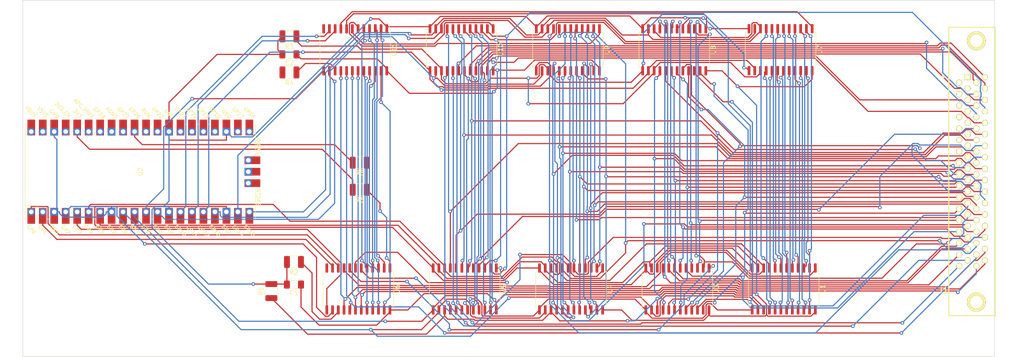
<source format=kicad_pcb>
(kicad_pcb (version 20221018) (generator pcbnew)
  (layers (0 "F.Cu" signal) (31 "B.Cu" signal) (34 "B.Paste" user) (35 "F.Paste" user) (36 "B.SilkS" user "B.Silkscreen") (37 "F.SilkS" user "F.Silkscreen") (38 "B.Mask" user) (39 "F.Mask" user) (44 "Edge.Cuts" user))
  (net 0 "")
  (net 1 "VCC")
  (net 2 "COMB")
  (net 3 "CH01")
  (net 4 "CH02")
  (net 5 "CH03")
  (net 6 "CH04")
  (net 7 "CH05")
  (net 8 "CH06")
  (net 9 "CH07")
  (net 10 "CH08")
  (net 11 "CH09")
  (net 12 "CH10")
  (net 13 "CH11")
  (net 14 "CH12")
  (net 15 "CH13")
  (net 16 "CH14")
  (net 17 "CH15")
  (net 18 "CH16")
  (net 19 "CH17")
  (net 20 "CH18")
  (net 21 "CH19")
  (net 22 "CH20")
  (net 23 "CH21")
  (net 24 "CH22")
  (net 25 "CH23")
  (net 26 "CH24")
  (net 27 "CH25")
  (net 28 "CH26")
  (net 29 "CH27")
  (net 30 "CH28")
  (net 31 "CH29")
  (net 32 "CH30")
  (net 33 "CH31")
  (net 34 "CH32")
  (net 35 "CH33")
  (net 36 "CH34")
  (net 37 "CH35")
  (net 38 "CH36")
  (net 39 "CH37")
  (net 40 "CH38")
  (net 41 "CH39")
  (net 42 "CH40")
  (net 43 "CH41")
  (net 44 "CH42")
  (net 45 "CH43")
  (net 46 "CH44")
  (net 47 "CH45")
  (net 48 "CH46")
  (net 49 "CH47")
  (net 50 "CH48")
  (net 51 "CH49")
  (net 52 "CH50")
  (net 53 "CH51")
  (net 54 "CH52")
  (net 55 "CH53")
  (net 56 "CH54")
  (net 57 "CH55")
  (net 58 "CH56")
  (net 59 "CH57")
  (net 60 "CH58")
  (net 61 "CH59")
  (net 62 "CH60")
  (net 63 "CH61")
  (net 64 "CH62")
  (net 65 "CH63")
  (net 66 "CH64")
  (net 67 "CH65")
  (net 68 "CH66")
  (net 69 "CH67")
  (net 70 "CH68")
  (net 71 "/mux_block_A/en2")
  (net 72 "/mux_block_A/en1")
  (net 73 "/mux_block_B/en2")
  (net 74 "/mux_block_B/en1")
  (net 75 "/mux_block_A/mux1")
  (net 76 "CH_09")
  (net 77 "CH_10")
  (net 78 "CH_11")
  (net 79 "CH_12")
  (net 80 "CH_13")
  (net 81 "CH_14")
  (net 82 "CH_15")
  (net 83 "CH_16")
  (net 84 "COMA")
  (net 85 "Net-(U2-GPIO26_ADC0)")
  (net 86 "VDD")
  (net 87 "SA20")
  (net 88 "CH_01")
  (net 89 "CH_02")
  (net 90 "CH_03")
  (net 91 "CH_04")
  (net 92 "CH_05")
  (net 93 "CH_06")
  (net 94 "CH_07")
  (net 95 "CH_08")
  (net 96 "SA21")
  (net 97 "SA23")
  (net 98 "SA22")
  (net 99 "SB20")
  (net 100 "SB21")
  (net 101 "SB22")
  (net 102 "SB23")
  (net 103 "SB10")
  (net 104 "SB11")
  (net 105 "SB12")
  (net 106 "SB13")
  (net 107 "SA13")
  (net 108 "SA12")
  (net 109 "SA11")
  (net 110 "SA10")
  (net 129 "/mux_block_A/mux2")
  (net 130 "/mux_block_A/mux4")
  (net 131 "/mux_block_A/mux3")
  (net 132 "CH73")
  (net 133 "CH74")
  (net 134 "CH75")
  (net 135 "CH76")
  (net 137 "CH69")
  (net 138 "CH70")
  (net 139 "CH71")
  (net 140 "CH72")
  (net 141 "/mux_block_B/mux1")
  (net 142 "/mux_block_B/mux2")
  (net 143 "/mux_block_B/mux4")
  (net 144 "/mux_block_B/mux3")
  (footprint "Package_SO:SOIC-24W_7.5x15.4mm_P1.27mm" (layer "F.Cu") (at 199.68 58.955 -90)
    (fp_text reference "U7")
    (fp_text value "CD74HC4067M")
  )
  (footprint "Package_SO:SOIC-24W_7.5x15.4mm_P1.27mm" (layer "F.Cu") (at 176.8488 111.985 -90)
    (fp_text reference "U3")
    (fp_text value "CD74HC4067M")
  )
  (footprint "Resistor_SMD:R_1210_3225Metric_Pad1.30x2.65mm_HandSolder" (layer "F.Cu") (at 106.55 84 180)
    (fp_text reference "R5")
    (fp_text value "R")
  )
  (footprint "Package_SO:SOIC-24W_7.5x15.4mm_P1.27mm" (layer "F.Cu") (at 153.3175 111.985 -90)
    (fp_text reference "U4")
    (fp_text value "CD74HC4067M")
  )
  (footprint "MCU_RaspberryPi_and_Boards:RPi_Pico_SMD_TH" (layer "F.Cu") (at 58 86 90)
    (fp_text reference "U2")
    (fp_text value "Pico")
  )
  (footprint "Package_SO:SOIC-24W_7.5x15.4mm_P1.27mm" (layer "F.Cu") (at 106.255 111.985 -90)
    (fp_text reference "U6")
    (fp_text value "CD74HC4067M")
  )
  (footprint "Resistor_SMD:R_1210_3225Metric_Pad1.30x2.65mm_HandSolder" (layer "F.Cu") (at 87 112.45 90)
    (fp_text reference "R1")
    (fp_text value "10k")
  )
  (footprint "Package_SO:SOIC-24W_7.5x15.4mm_P1.27mm" (layer "F.Cu") (at 200.38 111.985 -90)
    (fp_text reference "U1")
    (fp_text value "CD74HC4067M")
  )
  (footprint "Capacitor_SMD:C_1206_3216Metric_Pad1.33x1.80mm_HandSolder" (layer "F.Cu") (at 91 60 180)
    (fp_text reference "C2")
    (fp_text value "1uF")
  )
  (footprint "Resistor_SMD:R_1210_3225Metric_Pad1.30x2.65mm_HandSolder" (layer "F.Cu") (at 91 64 180)
    (fp_text reference "R4")
    (fp_text value "10k")
  )
  (footprint "Resistor_SMD:R_1210_3225Metric_Pad1.30x2.65mm_HandSolder" (layer "F.Cu") (at 106.55 90 180)
    (fp_text reference "R6")
    (fp_text value "1k")
  )
  (footprint "Package_SO:SOIC-24W_7.5x15.4mm_P1.27mm" (layer "F.Cu") (at 129.7863 111.985 -90)
    (fp_text reference "U5")
    (fp_text value "CD74HC4067M")
  )
  (footprint "Resistor_SMD:R_1210_3225Metric_Pad1.30x2.65mm_HandSolder" (layer "F.Cu") (at 91 56 180)
    (fp_text reference "R3")
    (fp_text value "10k")
  )
  (footprint "Capacitor_SMD:C_1206_3216Metric_Pad1.33x1.80mm_HandSolder" (layer "F.Cu") (at 92 111 180)
    (fp_text reference "C1")
    (fp_text value "1uF")
  )
  (footprint "Package_SO:SOIC-24W_7.5x15.4mm_P1.27mm" (layer "F.Cu") (at 176.1488 58.985 -90)
    (fp_text reference "U8")
    (fp_text value "CD74HC4067M")
  )
  (footprint "Package_SO:SOIC-24W_7.5x15.4mm_P1.27mm" (layer "F.Cu") (at 129.0863 58.985 -90)
    (fp_text reference "U10")
    (fp_text value "CD74HC4067M")
  )
  (footprint "Package_SO:SOIC-24W_7.5x15.4mm_P1.27mm" (layer "F.Cu") (at 152.6175 58.985 -90)
    (fp_text reference "U9")
    (fp_text value "CD74HC4067M")
  )
  (footprint "Resistor_SMD:R_1210_3225Metric_Pad1.30x2.65mm_HandSolder" (layer "F.Cu") (at 92 106 180)
    (fp_text reference "R2")
    (fp_text value "10k")
  )
  (footprint "Package_SO:SOIC-24W_7.5x15.4mm_P1.27mm" (layer "F.Cu") (at 105.555 58.985 -90)
    (fp_text reference "U11")
    (fp_text value "CD74HC4067M")
  )
  (footprint "skLib:2-5787394-7_SSC_68pin_RighAngleFemale" (layer "F.Cu") (at 242.0475 88.495 90)
    (fp_text reference "J1")
    (fp_text value "Conn_02x34_Counter_Clockwise" hide)
  )
  (gr_rect (start 32 48) (end 247 127) (stroke (width 0.1)) (fill none) (layer "Edge.Cuts"))
  (segment (start 93.5625 111) (end 93.5625 116) (width 0.25) (layer "F.Cu") (net 1))
  (segment (start 190.233 67.1541) (end 204.9726 67.1541) (width 0.25) (layer "F.Cu") (net 1))
  (segment (start 183.8338 117.7368) (end 184.0828 117.9858) (width 0.25) (layer "F.Cu") (net 1))
  (segment (start 157.8745 61.2568) (end 159.6025 62.9848) (width 0.25) (layer "F.Cu") (net 1))
  (segment (start 134.8043 113.0122) (end 120.8136 113.0122) (width 0.25) (layer "F.Cu") (net 1))
  (segment (start 196.57 117.7111) (end 196.57 115.3674) (width 0.25) (layer "F.Cu") (net 1))
  (segment (start 136.9968 63.4955) (end 143.0067 63.4955) (width 0.25) (layer "F.Cu") (net 1))
  (segment (start 159.6025 62.9848) (end 159.6025 63.635) (width 0.25) (layer "F.Cu") (net 1))
  (segment (start 166.7807 118.9292) (end 182.6414 118.9292) (width 0.25) (layer "F.Cu") (net 1))
  (segment (start 112.54 63.1342) (end 112.54 63.635) (width 0.25) (layer "F.Cu") (net 1))
  (segment (start 207.365 117.0629) (end 206.4239 118.004) (width 0.25) (layer "F.Cu") (net 1))
  (segment (start 117.1908 116.635) (end 113.24 116.635) (width 0.25) (layer "F.Cu") (net 1))
  (segment (start 136.3655 114.3771) (end 136.2674 114.4752) (width 0.25) (layer "F.Cu") (net 1))
  (segment (start 93.5625 116) (end 97.5625 120) (width 0.25) (layer "F.Cu") (net 1))
  (segment (start 173.8948 112.5375) (end 189.5644 112.5375) (width 0.25) (layer "F.Cu") (net 1))
  (segment (start 135.8571 68.622) (end 136.2356 68.2435) (width 0.25) (layer "F.Cu") (net 1))
  (segment (start 147.9753 113.2617) (end 147.9823 113.2687) (width 0.25) (layer "F.Cu") (net 1))
  (segment (start 206.665 65.4617) (end 206.665 63.605) (width 0.25) (layer "F.Cu") (net 1))
  (segment (start 138.4888 113.2617) (end 147.9753 113.2617) (width 0.25) (layer "F.Cu") (net 1))
  (segment (start 136.7713 114.9792) (end 138.4888 113.2617) (width 0.25) (layer "F.Cu") (net 1))
  (segment (start 196.57 115.3674) (end 194.3768 113.1741) (width 0.25) (layer "F.Cu") (net 1))
  (segment (start 92.5625 60) (end 93.5625 61) (width 0.25) (layer "F.Cu") (net 1))
  (segment (start 110.3029 120) (end 113.24 117.0629) (width 0.25) (layer "F.Cu") (net 1))
  (segment (start 190.1509 67.072) (end 190.233 67.1541) (width 0.25) (layer "F.Cu") (net 1))
  (segment (start 136.0713 63.635) (end 136.2108 63.4955) (width 0.25) (layer "F.Cu") (net 1))
  (segment (start 113.24 117.0629) (end 113.24 116.635) (width 0.25) (layer "F.Cu") (net 1))
  (segment (start 97.5625 120) (end 110.3029 120) (width 0.25) (layer "F.Cu") (net 1))
  (segment (start 186.7139 63.635) (end 183.1338 63.635) (width 0.25) (layer "F.Cu") (net 1))
  (segment (start 204.9726 67.1541) (end 206.665 65.4617) (width 0.25) (layer "F.Cu") (net 1))
  (segment (start 183.8338 117.7368) (end 183.8338 116.635) (width 0.25) (layer "F.Cu") (net 1))
  (segment (start 136.2108 63.4955) (end 136.9968 63.4955) (width 0.25) (layer "F.Cu") (net 1))
  (segment (start 190.1509 67.072) (end 186.7139 63.635) (width 0.25) (layer "F.Cu") (net 1))
  (segment (start 194.0745 112.8719) (end 194.3768 113.1741) (width 0.25) (layer "F.Cu") (net 1))
  (segment (start 136.7713 114.9792) (end 136.2674 114.4752) (width 0.25) (layer "F.Cu") (net 1))
  (segment (start 93.5625 61) (end 110.4058 61) (width 0.25) (layer "F.Cu") (net 1))
  (segment (start 110.4058 61) (end 112.54 63.1342) (width 0.25) (layer "F.Cu") (net 1))
  (segment (start 136.7713 116.635) (end 136.7713 114.9792) (width 0.25) (layer "F.Cu") (net 1))
  (segment (start 164.4865 116.635) (end 166.7807 118.9292) (width 0.25) (layer "F.Cu") (net 1))
  (segment (start 147.9823 113.2687) (end 173.1636 113.2687) (width 0.25) (layer "F.Cu") (net 1))
  (segment (start 160.3025 116.635) (end 164.4865 116.635) (width 0.25) (layer "F.Cu") (net 1))
  (segment (start 196.8629 118.004) (end 196.57 117.7111) (width 0.25) (layer "F.Cu") (net 1))
  (segment (start 184.0828 117.9858) (end 196.2953 117.9858) (width 0.25) (layer "F.Cu") (net 1))
  (segment (start 207.365 116.635) (end 207.365 117.0629) (width 0.25) (layer "F.Cu") (net 1))
  (segment (start 189.5644 112.5375) (end 189.8988 112.8719) (width 0.25) (layer "F.Cu") (net 1))
  (segment (start 189.8988 112.8719) (end 194.0745 112.8719) (width 0.25) (layer "F.Cu") (net 1))
  (segment (start 112.54 63.635) (end 117.527 68.622) (width 0.25) (layer "F.Cu") (net 1))
  (segment (start 136.2674 114.4752) (end 134.8043 113.0122) (width 0.25) (layer "F.Cu") (net 1))
  (segment (start 145.2454 61.2568) (end 157.8745 61.2568) (width 0.25) (layer "F.Cu") (net 1))
  (segment (start 173.1636 113.2687) (end 173.8948 112.5375) (width 0.25) (layer "F.Cu") (net 1))
  (segment (start 143.0067 63.4955) (end 145.2454 61.2568) (width 0.25) (layer "F.Cu") (net 1))
  (segment (start 206.4239 118.004) (end 196.8629 118.004) (width 0.25) (layer "F.Cu") (net 1))
  (segment (start 196.2953 117.9858) (end 196.57 117.7111) (width 0.25) (layer "F.Cu") (net 1))
  (segment (start 182.6414 118.9292) (end 183.8338 117.7368) (width 0.25) (layer "F.Cu") (net 1))
  (segment (start 120.8136 113.0122) (end 117.1908 116.635) (width 0.25) (layer "F.Cu") (net 1))
  (segment (start 117.527 68.622) (end 135.8571 68.622) (width 0.25) (layer "F.Cu") (net 1))
  (via (at 190.1509 67.072) (size 0.8) (drill 0.4) (layers "F.Cu" "B.Cu") (net 1))
  (via (at 136.2356 68.2435) (size 0.8) (drill 0.4) (layers "F.Cu" "B.Cu") (net 1))
  (via (at 194.3768 113.1741) (size 0.8) (drill 0.4) (layers "F.Cu" "B.Cu") (net 1))
  (via (at 136.9968 63.4955) (size 0.8) (drill 0.4) (layers "F.Cu" "B.Cu") (net 1))
  (via (at 136.3655 114.3771) (size 0.8) (drill 0.4) (layers "F.Cu" "B.Cu") (net 1))
  (segment (start 135.8526 113.8642) (end 136.3655 114.3771) (width 0.25) (layer "B.Cu") (net 1))
  (segment (start 136.2356 68.2435) (end 135.8526 68.6265) (width 0.25) (layer "B.Cu") (net 1))
  (segment (start 135.8526 68.6265) (end 135.8526 113.8642) (width 0.25) (layer "B.Cu") (net 1))
  (segment (start 194.3768 71.2979) (end 194.3768 113.1741) (width 0.25) (layer "B.Cu") (net 1))
  (segment (start 136.9968 63.4955) (end 136.9968 67.4823) (width 0.25) (layer "B.Cu") (net 1))
  (segment (start 190.1509 67.072) (end 194.3768 71.2979) (width 0.25) (layer "B.Cu") (net 1))
  (segment (start 136.9968 67.4823) (end 136.2356 68.2435) (width 0.25) (layer "B.Cu") (net 1))
  (segment (start 188.9954 102.9354) (end 193.395 107.335) (width 0.25) (layer "F.Cu") (net 2))
  (segment (start 169.1638 54.335) (end 168.8984 54.0695) (width 0.25) (layer "F.Cu") (net 2))
  (segment (start 170.7767 108.6936) (end 171.4887 108.6936) (width 0.25) (layer "F.Cu") (net 2))
  (segment (start 145.6325 53.9071) (end 143.3147 51.5893) (width 0.25) (layer "F.Cu") (net 2))
  (segment (start 48.5077 98.3152) (end 47.9348 97.7423) (width 0.25) (layer "F.Cu") (net 2))
  (segment (start 174.9931 102.9354) (end 188.9954 102.9354) (width 0.25) (layer "F.Cu") (net 2))
  (segment (start 64.35 77.11) (end 64.35 70.6375) (width 0.25) (layer "F.Cu") (net 2))
  (segment (start 168.8984 54.0695) (end 166.3114 51.4826) (width 0.25) (layer "F.Cu") (net 2))
  (segment (start 112.54 53.8624) (end 122.1013 53.8624) (width 0.25) (layer "F.Cu") (net 2))
  (segment (start 149.4653 111.0182) (end 166.6263 111.0182) (width 0.25) (layer "F.Cu") (net 2))
  (segment (start 171.4887 108.6936) (end 171.7688 108.4135) (width 0.25) (layer "F.Cu") (net 2))
  (segment (start 77.05 94.89) (end 77.05 93.7149) (width 0.25) (layer "F.Cu") (net 2))
  (segment (start 146.3325 107.335) (end 141.3417 107.335) (width 0.25) (layer "F.Cu") (net 2))
  (segment (start 148.057 51.4826) (end 145.6325 53.9071) (width 0.25) (layer "F.Cu") (net 2))
  (segment (start 112.54 54.335) (end 112.54 53.8624) (width 0.25) (layer "F.Cu") (net 2))
  (segment (start 166.6263 111.0182) (end 169.8638 107.7807) (width 0.25) (layer "F.Cu") (net 2))
  (segment (start 64.35 79) (end 77.05 79) (width 0.25) (layer "F.Cu") (net 2))
  (segment (start 146.3325 107.335) (end 146.3325 107.8854) (width 0.25) (layer "F.Cu") (net 2))
  (segment (start 47.9348 93.8309) (end 48.0508 93.7149) (width 0.25) (layer "F.Cu") (net 2))
  (segment (start 112.54 53.8624) (end 110.814 52.1364) (width 0.25) (layer "F.Cu") (net 2))
  (segment (start 51.65 94.89) (end 51.65 93.7149) (width 0.25) (layer "F.Cu") (net 2))
  (segment (start 124.3744 51.5893) (end 122.1013 53.8624) (width 0.25) (layer "F.Cu") (net 2))
  (segment (start 171.7688 108.4135) (end 171.7688 106.1597) (width 0.25) (layer "F.Cu") (net 2))
  (segment (start 64.35 70.6375) (end 74.9875 60) (width 0.25) (layer "F.Cu") (net 2))
  (segment (start 110.814 52.1364) (end 109 52.1364) (width 0.25) (layer "F.Cu") (net 2))
  (segment (start 146.3325 107.8854) (end 149.4653 111.0182) (width 0.25) (layer "F.Cu") (net 2))
  (segment (start 74.9875 60) (end 89.4375 60) (width 0.25) (layer "F.Cu") (net 2))
  (segment (start 90.3375 110.9) (end 90.4375 111) (width 0.25) (layer "F.Cu") (net 2))
  (segment (start 88.45 59.0125) (end 88.45 57) (width 0.25) (layer "F.Cu") (net 2))
  (segment (start 169.8638 107.7807) (end 170.7767 108.6936) (width 0.25) (layer "F.Cu") (net 2))
  (segment (start 90.4375 111) (end 90.4375 106.0125) (width 0.25) (layer "F.Cu") (net 2))
  (segment (start 166.3114 51.4826) (end 148.057 51.4826) (width 0.25) (layer "F.Cu") (net 2))
  (segment (start 64.35 77.11) (end 64.35 79) (width 0.25) (layer "F.Cu") (net 2))
  (segment (start 138.5586 110.1181) (end 125.0825 110.1181) (width 0.25) (layer "F.Cu") (net 2))
  (segment (start 184.0804 54.2939) (end 192.6839 54.2939) (width 0.25) (layer "F.Cu") (net 2))
  (segment (start 122.8013 107.8369) (end 122.8013 107.335) (width 0.25) (layer "F.Cu") (net 2))
  (segment (start 48.0508 93.7149) (end 51.65 93.7149) (width 0.25) (layer "F.Cu") (net 2))
  (segment (start 122.1013 53.8624) (end 122.1013 54.335) (width 0.25) (layer "F.Cu") (net 2))
  (segment (start 89.4375 60) (end 88.45 59.0125) (width 0.25) (layer "F.Cu") (net 2))
  (segment (start 77.05 93.7149) (end 64.35 93.7149) (width 0.25) (layer "F.Cu") (net 2))
  (segment (start 125.0825 110.1181) (end 122.8013 107.8369) (width 0.25) (layer "F.Cu") (net 2))
  (segment (start 88.45 57) (end 89.45 56) (width 0.25) (layer "F.Cu") (net 2))
  (segment (start 87 110.9) (end 83 110.9) (width 0.25) (layer "F.Cu") (net 2))
  (segment (start 171.0806 51.8873) (end 168.8984 54.0695) (width 0.25) (layer "F.Cu") (net 2))
  (segment (start 169.8638 107.7807) (end 169.8638 107.335) (width 0.25) (layer "F.Cu") (net 2))
  (segment (start 145.6325 53.9071) (end 145.6325 54.335) (width 0.25) (layer "F.Cu") (net 2))
  (segment (start 192.6839 54.2939) (end 192.695 54.305) (width 0.25) (layer "F.Cu") (net 2))
  (segment (start 90.4375 106.0125) (end 90.45 106) (width 0.25) (layer "F.Cu") (net 2))
  (segment (start 122.8013 107.335) (end 113.7815 98.3152) (width 0.25) (layer "F.Cu") (net 2))
  (segment (start 64.35 94.89) (end 64.35 93.7149) (width 0.25) (layer "F.Cu") (net 2))
  (segment (start 64.35 93.7149) (end 51.65 93.7149) (width 0.25) (layer "F.Cu") (net 2))
  (segment (start 47.9348 97.7423) (end 47.9348 93.8309) (width 0.25) (layer "F.Cu") (net 2))
  (segment (start 113.7815 98.3152) (end 48.5077 98.3152) (width 0.25) (layer "F.Cu") (net 2))
  (segment (start 77.05 79) (end 77.05 77.11) (width 0.25) (layer "F.Cu") (net 2))
  (segment (start 87 110.9) (end 90.3375 110.9) (width 0.25) (layer "F.Cu") (net 2))
  (segment (start 178.5722 51.8873) (end 171.0806 51.8873) (width 0.25) (layer "F.Cu") (net 2))
  (segment (start 171.7688 106.1597) (end 174.9931 102.9354) (width 0.25) (layer "F.Cu") (net 2))
  (segment (start 143.3147 51.5893) (end 124.3744 51.5893) (width 0.25) (layer "F.Cu") (net 2))
  (segment (start 141.3417 107.335) (end 138.5586 110.1181) (width 0.25) (layer "F.Cu") (net 2))
  (via (at 83 110.9) (size 0.8) (drill 0.4) (layers "F.Cu" "B.Cu") (net 2))
  (via (at 109 52.1364) (size 0.8) (drill 0.4) (layers "F.Cu" "B.Cu") (net 2))
  (via (at 184.0804 54.2939) (size 0.8) (drill 0.4) (layers "F.Cu" "B.Cu") (net 2))
  (via (at 178.5722 51.8873) (size 0.8) (drill 0.4) (layers "F.Cu" "B.Cu") (net 2))
  (segment (start 64.35 93.7149) (end 63.1749 93.7149) (width 0.25) (layer "B.Cu") (net 2))
  (segment (start 51.65 94.89) (end 50.4749 94.89) (width 0.25) (layer "B.Cu") (net 2))
  (segment (start 39.5376 78.8727) (end 38.95 78.2851) (width 0.25) (layer "B.Cu") (net 2))
  (segment (start 50.4749 94.89) (end 50.4749 95.2572) (width 0.25) (layer "B.Cu") (net 2))
  (segment (start 60.5985 98.4179) (end 73.0806 110.9) (width 0.25) (layer "B.Cu") (net 2))
  (segment (start 40.1251 95.2573) (end 40.1251 94.89) (width 0.25) (layer "B.Cu") (net 2))
  (segment (start 63.1749 93.7149) (end 63.1661 93.7061) (width 0.25) (layer "B.Cu") (net 2))
  (segment (start 39.5376 94.89) (end 39.5376 78.8727) (width 0.25) (layer "B.Cu") (net 2))
  (segment (start 63.1661 93.7061) (end 64.35 92.5222) (width 0.25) (layer "B.Cu") (net 2))
  (segment (start 178.5722 51.8873) (end 181.4356 51.8873) (width 0.25) (layer "B.Cu") (net 2))
  (segment (start 73.0806 110.9) (end 83 110.9) (width 0.25) (layer "B.Cu") (net 2))
  (segment (start 61.2659 93.7061) (end 60.5985 94.3735) (width 0.25) (layer "B.Cu") (net 2))
  (segment (start 38.95 77.11) (end 38.95 78.2851) (width 0.25) (layer "B.Cu") (net 2))
  (segment (start 64.35 94.89) (end 64.35 93.7149) (width 0.25) (layer "B.Cu") (net 2))
  (segment (start 49.667 96.0651) (end 40.9329 96.0651) (width 0.25) (layer "B.Cu") (net 2))
  (segment (start 78.225 78.285) (end 82.8514 78.285) (width 0.25) (layer "B.Cu") (net 2))
  (segment (start 63.1661 93.7061) (end 61.2659 93.7061) (width 0.25) (layer "B.Cu") (net 2))
  (segment (start 82.8514 78.285) (end 109 52.1364) (width 0.25) (layer "B.Cu") (net 2))
  (segment (start 50.4749 95.2572) (end 49.667 96.0651) (width 0.25) (layer "B.Cu") (net 2))
  (segment (start 39.5376 94.89) (end 40.1251 94.89) (width 0.25) (layer "B.Cu") (net 2))
  (segment (start 181.4356 51.8873) (end 183.8422 54.2939) (width 0.25) (layer "B.Cu") (net 2))
  (segment (start 77.05 77.11) (end 78.225 78.285) (width 0.25) (layer "B.Cu") (net 2))
  (segment (start 40.9329 96.0651) (end 40.1251 95.2573) (width 0.25) (layer "B.Cu") (net 2))
  (segment (start 183.8422 54.2939) (end 184.0804 54.2939) (width 0.25) (layer "B.Cu") (net 2))
  (segment (start 60.5985 94.3735) (end 60.5985 98.4179) (width 0.25) (layer "B.Cu") (net 2))
  (segment (start 38.95 94.89) (end 39.5376 94.89) (width 0.25) (layer "B.Cu") (net 2))
  (segment (start 64.35 92.5222) (end 64.35 77.11) (width 0.25) (layer "B.Cu") (net 2))
  (segment (start 238.4082 85.1398) (end 240.9098 85.1398) (width 0.25) (layer "F.Cu") (net 19))
  (segment (start 172.9738 64.4475) (end 172.1478 65.2735) (width 0.25) (layer "F.Cu") (net 19))
  (segment (start 240.9098 85.1398) (end 241.09 85.32) (width 0.25) (layer "F.Cu") (net 19))
  (segment (start 172.9738 63.635) (end 172.9738 64.4475) (width 0.25) (layer "F.Cu") (net 19))
  (segment (start 173.6738 116.635) (end 173.8611 116.4477) (width 0.25) (layer "F.Cu") (net 19))
  (segment (start 171.7838 83.1102) (end 176.1113 83.1102) (width 0.25) (layer "F.Cu") (net 19))
  (segment (start 173.8611 116.4477) (end 173.8611 114.9791) (width 0.25) (layer "F.Cu") (net 19))
  (segment (start 238.1049 85.4431) (end 238.4082 85.1398) (width 0.25) (layer "F.Cu") (net 19))
  (segment (start 176.1113 83.1102) (end 178.4442 85.4431) (width 0.25) (layer "F.Cu") (net 19))
  (segment (start 178.4442 85.4431) (end 238.1049 85.4431) (width 0.25) (layer "F.Cu") (net 19))
  (via (at 171.7838 83.1102) (size 0.8) (drill 0.4) (layers "F.Cu" "B.Cu") (net 19))
  (via (at 172.1478 65.2735) (size 0.8) (drill 0.4) (layers "F.Cu" "B.Cu") (net 19))
  (via (at 173.8611 114.9791) (size 0.8) (drill 0.4) (layers "F.Cu" "B.Cu") (net 19))
  (segment (start 173.8611 114.5324) (end 171.7838 112.4551) (width 0.25) (layer "B.Cu") (net 19))
  (segment (start 171.7838 112.4551) (end 171.7838 83.1102) (width 0.25) (layer "B.Cu") (net 19))
  (segment (start 172.1478 65.2735) (end 171.7838 65.6375) (width 0.25) (layer "B.Cu") (net 19))
  (segment (start 173.8611 114.9791) (end 173.8611 114.5324) (width 0.25) (layer "B.Cu") (net 19))
  (segment (start 171.7838 65.6375) (end 171.7838 83.1102) (width 0.25) (layer "B.Cu") (net 19))
  (segment (start 174.2438 65.9351) (end 185.737 77.4283) (width 0.25) (layer "F.Cu") (net 20))
  (segment (start 174.2438 63.635) (end 174.2438 65.9351) (width 0.25) (layer "F.Cu") (net 20))
  (segment (start 229.4914 81.0169) (end 229.4197 81.0886) (width 0.25) (layer "F.Cu") (net 20))
  (segment (start 174.9438 115.1361) (end 174.9438 116.635) (width 0.25) (layer "F.Cu") (net 20))
  (segment (start 175.8472 114.2327) (end 174.9438 115.1361) (width 0.25) (layer "F.Cu") (net 20))
  (segment (start 179.2553 114.2327) (end 175.8472 114.2327) (width 0.25) (layer "F.Cu") (net 20))
  (segment (start 189.3973 81.0886) (end 185.737 77.4283) (width 0.25) (layer "F.Cu") (net 20))
  (segment (start 229.4197 81.0886) (end 189.3973 81.0886) (width 0.25) (layer "F.Cu") (net 20))
  (via (at 185.737 77.4283) (size 0.8) (drill 0.4) (layers "F.Cu" "B.Cu") (net 20))
  (via (at 179.2553 114.2327) (size 0.8) (drill 0.4) (layers "F.Cu" "B.Cu") (net 20))
  (via (at 229.4914 81.0169) (size 0.8) (drill 0.4) (layers "F.Cu" "B.Cu") (net 20))
  (segment (start 239.195 86.59) (end 238.191 86.59) (width 0.25) (layer "B.Cu") (net 20))
  (segment (start 238.191 86.59) (end 235.1095 83.5085) (width 0.25) (layer "B.Cu") (net 20))
  (segment (start 231.983 83.5085) (end 229.4914 81.0169) (width 0.25) (layer "B.Cu") (net 20))
  (segment (start 185.737 107.751) (end 185.737 77.4283) (width 0.25) (layer "B.Cu") (net 20))
  (segment (start 179.2553 114.2327) (end 185.737 107.751) (width 0.25) (layer "B.Cu") (net 20))
  (segment (start 235.1095 83.5085) (end 231.983 83.5085) (width 0.25) (layer "B.Cu") (net 20))
  (segment (start 238.3008 87.9734) (end 176.4063 87.9734) (width 0.25) (layer "F.Cu") (net 21))
  (segment (start 238.5944 87.6798) (end 238.3008 87.9734) (width 0.25) (layer "F.Cu") (net 21))
  (segment (start 240.9098 87.6798) (end 238.5944 87.6798) (width 0.25) (layer "F.Cu") (net 21))
  (segment (start 176.12 65.1722) (end 175.5138 64.566) (width 0.25) (layer "F.Cu") (net 21))
  (segment (start 175.5138 64.566) (end 175.5138 63.635) (width 0.25) (layer "F.Cu") (net 21))
  (segment (start 176.1325 115.0041) (end 176.2138 115.0854) (width 0.25) (layer "F.Cu") (net 21))
  (segment (start 241.09 87.86) (end 240.9098 87.6798) (width 0.25) (layer "F.Cu") (net 21))
  (segment (start 176.2138 115.0854) (end 176.2138 116.635) (width 0.25) (layer "F.Cu") (net 21))
  (via (at 176.12 65.1722) (size 0.8) (drill 0.4) (layers "F.Cu" "B.Cu") (net 21))
  (via (at 176.1325 115.0041) (size 0.8) (drill 0.4) (layers "F.Cu" "B.Cu") (net 21))
  (via (at 176.4063 87.9734) (size 0.8) (drill 0.4) (layers "F.Cu" "B.Cu") (net 21))
  (segment (start 176.1325 115.0041) (end 176.4063 114.7303) (width 0.25) (layer "B.Cu") (net 21))
  (segment (start 176.12 65.1722) (end 176.12 87.6871) (width 0.25) (layer "B.Cu") (net 21))
  (segment (start 176.4063 114.7303) (end 176.4063 87.9734) (width 0.25) (layer "B.Cu") (net 21))
  (segment (start 176.12 87.6871) (end 176.4063 87.9734) (width 0.25) (layer "B.Cu") (net 21))
  (segment (start 178.103 65.5525) (end 176.7838 64.2333) (width 0.25) (layer "F.Cu") (net 22))
  (segment (start 239.195 89.13) (end 238.886 89.439) (width 0.25) (layer "F.Cu") (net 22))
  (segment (start 238.886 89.439) (end 179.05 89.439) (width 0.25) (layer "F.Cu") (net 22))
  (segment (start 176.7838 64.2333) (end 176.7838 63.635) (width 0.25) (layer "F.Cu") (net 22))
  (segment (start 177.5996 115.0047) (end 177.5996 116.5192) (width 0.25) (layer "F.Cu") (net 22))
  (segment (start 177.5996 116.5192) (end 177.4838 116.635) (width 0.25) (layer "F.Cu") (net 22))
  (via (at 177.5996 115.0047) (size 0.8) (drill 0.4) (layers "F.Cu" "B.Cu") (net 22))
  (via (at 179.05 89.439) (size 0.8) (drill 0.4) (layers "F.Cu" "B.Cu") (net 22))
  (via (at 178.103 65.5525) (size 0.8) (drill 0.4) (layers "F.Cu" "B.Cu") (net 22))
  (segment (start 179.05 89.439) (end 179.05 66.4995) (width 0.25) (layer "B.Cu") (net 22))
  (segment (start 177.5996 115.0047) (end 177.5996 111.2312) (width 0.25) (layer "B.Cu") (net 22))
  (segment (start 177.5996 111.2312) (end 179.05 109.7808) (width 0.25) (layer "B.Cu") (net 22))
  (segment (start 179.05 66.4995) (end 178.103 65.5525) (width 0.25) (layer "B.Cu") (net 22))
  (segment (start 179.05 109.7808) (end 179.05 89.439) (width 0.25) (layer "B.Cu") (net 22))
  (segment (start 178.7538 116.635) (end 178.7538 116.2043) (width 0.25) (layer "F.Cu") (net 23))
  (segment (start 190.7178 79.7451) (end 179.9588 68.9861) (width 0.25) (layer "F.Cu") (net 23))
  (segment (start 190.7178 80.3635) (end 190.7178 79.7451) (width 0.25) (layer "F.Cu") (net 23))
  (segment (start 179.9588 68.9861) (end 179.9588 62.4978) (width 0.25) (layer "F.Cu") (net 23))
  (segment (start 178.7538 116.2043) (end 179.9523 115.0058) (width 0.25) (layer "F.Cu") (net 23))
  (segment (start 179.9523 115.0058) (end 180.0695 115.0058) (width 0.25) (layer "F.Cu") (net 23))
  (segment (start 229.9039 80.226) (end 190.8553 80.226) (width 0.25) (layer "F.Cu") (net 23))
  (segment (start 178.923 62.2389) (end 178.0538 63.1081) (width 0.25) (layer "F.Cu") (net 23))
  (segment (start 230.4915 80.8136) (end 229.9039 80.226) (width 0.25) (layer "F.Cu") (net 23))
  (segment (start 190.8553 80.226) (end 190.7178 80.3635) (width 0.25) (layer "F.Cu") (net 23))
  (segment (start 179.9588 62.4978) (end 179.6999 62.2389) (width 0.25) (layer "F.Cu") (net 23))
  (segment (start 179.6999 62.2389) (end 178.923 62.2389) (width 0.25) (layer "F.Cu") (net 23))
  (segment (start 178.0538 63.1081) (end 178.0538 63.635) (width 0.25) (layer "F.Cu") (net 23))
  (via (at 190.7178 80.3635) (size 0.8) (drill 0.4) (layers "F.Cu" "B.Cu") (net 23))
  (via (at 180.0695 115.0058) (size 0.8) (drill 0.4) (layers "F.Cu" "B.Cu") (net 23))
  (via (at 230.4915 80.8136) (size 0.8) (drill 0.4) (layers "F.Cu" "B.Cu") (net 23))
  (segment (start 229.9257 80.2478) (end 229.1434 80.2478) (width 0.25) (layer "B.Cu") (net 23))
  (segment (start 229.1434 80.2478) (end 228.7662 80.625) (width 0.25) (layer "B.Cu") (net 23))
  (segment (start 228.7662 82.3178) (end 236.8484 90.4) (width 0.25) (layer "B.Cu") (net 23))
  (segment (start 187.0441 84.0372) (end 187.0441 108.0312) (width 0.25) (layer "B.Cu") (net 23))
  (segment (start 228.7662 80.625) (end 228.7662 82.3178) (width 0.25) (layer "B.Cu") (net 23))
  (segment (start 190.7178 80.3635) (end 187.0441 84.0372) (width 0.25) (layer "B.Cu") (net 23))
  (segment (start 187.0441 108.0312) (end 180.0695 115.0058) (width 0.25) (layer "B.Cu") (net 23))
  (segment (start 236.8484 90.4) (end 241.09 90.4) (width 0.25) (layer "B.Cu") (net 23))
  (segment (start 230.4915 80.8136) (end 229.9257 80.2478) (width 0.25) (layer "B.Cu") (net 23))
  (segment (start 182.1668 72.2195) (end 179.3238 69.3765) (width 0.25) (layer "F.Cu") (net 24))
  (segment (start 180.0238 116.2049) (end 180.0238 116.635) (width 0.25) (layer "F.Cu") (net 24))
  (segment (start 181.2395 114.9892) (end 180.0238 116.2049) (width 0.25) (layer "F.Cu") (net 24))
  (segment (start 239.195 91.67) (end 191.7275 91.67) (width 0.25) (layer "F.Cu") (net 24))
  (segment (start 179.3238 69.3765) (end 179.3238 63.635) (width 0.25) (layer "F.Cu") (net 24))
  (via (at 191.7275 91.67) (size 0.8) (drill 0.4) (layers "F.Cu" "B.Cu") (net 24))
  (via (at 182.1668 72.2195) (size 0.8) (drill 0.4) (layers "F.Cu" "B.Cu") (net 24))
  (via (at 181.2395 114.9892) (size 0.8) (drill 0.4) (layers "F.Cu" "B.Cu") (net 24))
  (segment (start 183.6421 72.2195) (end 182.1668 72.2195) (width 0.25) (layer "B.Cu") (net 24))
  (segment (start 189.7617 106.467) (end 189.7617 93.6358) (width 0.25) (layer "B.Cu") (net 24))
  (segment (start 191.7275 91.67) (end 191.7275 80.3049) (width 0.25) (layer "B.Cu") (net 24))
  (segment (start 191.7275 80.3049) (end 183.6421 72.2195) (width 0.25) (layer "B.Cu") (net 24))
  (segment (start 189.7617 93.6358) (end 191.7275 91.67) (width 0.25) (layer "B.Cu") (net 24))
  (segment (start 181.2395 114.9892) (end 189.7617 106.467) (width 0.25) (layer "B.Cu") (net 24))
  (segment (start 181.2938 116.635) (end 181.2938 116.1994) (width 0.25) (layer "F.Cu") (net 25))
  (segment (start 186.9625 70.504) (end 180.5938 64.1353) (width 0.25) (layer "F.Cu") (net 25))
  (segment (start 188.9006 70.504) (end 186.9625 70.504) (width 0.25) (layer "F.Cu") (net 25))
  (segment (start 180.5938 64.1353) (end 180.5938 63.635) (width 0.25) (layer "F.Cu") (net 25))
  (segment (start 183.2054 114.2878) (end 192.2934 114.2878) (width 0.25) (layer "F.Cu") (net 25))
  (segment (start 181.2938 116.1994) (end 183.2054 114.2878) (width 0.25) (layer "F.Cu") (net 25))
  (segment (start 192.2934 114.2878) (end 192.8323 114.8267) (width 0.25) (layer "F.Cu") (net 25))
  (via (at 192.8323 114.8267) (size 0.8) (drill 0.4) (layers "F.Cu" "B.Cu") (net 25))
  (via (at 188.9006 70.504) (size 0.8) (drill 0.4) (layers "F.Cu" "B.Cu") (net 25))
  (segment (start 193.4512 114.2078) (end 193.4512 75.0546) (width 0.25) (layer "B.Cu") (net 25))
  (segment (start 211.2818 115.7324) (end 193.738 115.7324) (width 0.25) (layer "B.Cu") (net 25))
  (segment (start 193.738 115.7324) (end 192.8323 114.8267) (width 0.25) (layer "B.Cu") (net 25))
  (segment (start 239.2426 95.6538) (end 231.3604 95.6538) (width 0.25) (layer "B.Cu") (net 25))
  (segment (start 193.4512 75.0546) (end 188.9006 70.504) (width 0.25) (layer "B.Cu") (net 25))
  (segment (start 241.09 93.8064) (end 239.2426 95.6538) (width 0.25) (layer "B.Cu") (net 25))
  (segment (start 231.3604 95.6538) (end 211.2818 115.7324) (width 0.25) (layer "B.Cu") (net 25))
  (segment (start 241.09 92.94) (end 241.09 93.8064) (width 0.25) (layer "B.Cu") (net 25))
  (segment (start 192.8323 114.8267) (end 193.4512 114.2078) (width 0.25) (layer "B.Cu") (net 25))
  (segment (start 183.367 114.763) (end 182.5638 115.5662) (width 0.25) (layer "F.Cu") (net 26))
  (segment (start 238.2182 95.1868) (end 239.195 94.21) (width 0.25) (layer "F.Cu") (net 26))
  (segment (start 191.7331 95.0732) (end 191.8467 95.1868) (width 0.25) (layer "F.Cu") (net 26))
  (segment (start 184.8651 114.763) (end 183.367 114.763) (width 0.25) (layer "F.Cu") (net 26))
  (segment (start 184.2682 66.5424) (end 181.8638 64.138) (width 0.25) (layer "F.Cu") (net 26))
  (segment (start 191.8467 95.1868) (end 238.2182 95.1868) (width 0.25) (layer "F.Cu") (net 26))
  (segment (start 181.8638 64.138) (end 181.8638 63.635) (width 0.25) (layer "F.Cu") (net 26))
  (segment (start 185.115 115.0129) (end 184.8651 114.763) (width 0.25) (layer "F.Cu") (net 26))
  (segment (start 182.5638 115.5662) (end 182.5638 116.635) (width 0.25) (layer "F.Cu") (net 26))
  (segment (start 184.9755 66.5424) (end 184.2682 66.5424) (width 0.25) (layer "F.Cu") (net 26))
  (via (at 184.9755 66.5424) (size 0.8) (drill 0.4) (layers "F.Cu" "B.Cu") (net 26))
  (via (at 191.7331 95.0732) (size 0.8) (drill 0.4) (layers "F.Cu" "B.Cu") (net 26))
  (via (at 185.115 115.0129) (size 0.8) (drill 0.4) (layers "F.Cu" "B.Cu") (net 26))
  (segment (start 192.4887 94.3176) (end 192.4887 76.7668) (width 0.25) (layer "B.Cu") (net 26))
  (segment (start 191.7331 107.929) (end 191.7331 95.0732) (width 0.25) (layer "B.Cu") (net 26))
  (segment (start 185.115 114.5471) (end 191.7331 107.929) (width 0.25) (layer "B.Cu") (net 26))
  (segment (start 185.115 115.0129) (end 185.115 114.5471) (width 0.25) (layer "B.Cu") (net 26))
  (segment (start 191.7331 95.0732) (end 192.4887 94.3176) (width 0.25) (layer "B.Cu") (net 26))
  (segment (start 184.9755 69.2536) (end 184.9755 66.5424) (width 0.25) (layer "B.Cu") (net 26))
  (segment (start 192.4887 76.7668) (end 184.9755 69.2536) (width 0.25) (layer "B.Cu") (net 26))
  (segment (start 181.8091 104.6069) (end 181.0239 104.6069) (width 0.25) (layer "F.Cu") (net 27))
  (segment (start 181.2968 52.8032) (end 181.8638 53.3702) (width 0.25) (layer "F.Cu") (net 27))
  (segment (start 192.6776 109.6005) (end 222.1208 109.6005) (width 0.25) (layer "F.Cu") (net 27))
  (segment (start 189.0561 105.979) (end 192.6776 109.6005) (width 0.25) (layer "F.Cu") (net 27))
  (segment (start 182.8049 105.979) (end 182.8049 105.6027) (width 0.25) (layer "F.Cu") (net 27))
  (segment (start 182.8049 105.979) (end 189.0561 105.979) (width 0.25) (layer "F.Cu") (net 27))
  (segment (start 182.5638 107.335) (end 182.8049 107.0939) (width 0.25) (layer "F.Cu") (net 27))
  (segment (start 182.8049 107.0939) (end 182.8049 105.979) (width 0.25) (layer "F.Cu") (net 27))
  (segment (start 181.8638 53.3702) (end 181.8638 54.335) (width 0.25) (layer "F.Cu") (net 27))
  (segment (start 229.7115 102.0098) (end 236.4922 102.0098) (width 0.25) (layer "F.Cu") (net 27))
  (segment (start 182.8049 105.6027) (end 181.8091 104.6069) (width 0.25) (layer "F.Cu") (net 27))
  (segment (start 222.1208 109.6005) (end 229.7115 102.0098) (width 0.25) (layer "F.Cu") (net 27))
  (segment (start 236.4922 102.0098) (end 236.7173 101.7847) (width 0.25) (layer "F.Cu") (net 27))
  (via (at 181.0239 104.6069) (size 0.8) (drill 0.4) (layers "F.Cu" "B.Cu") (net 27))
  (via (at 236.7173 101.7847) (size 0.8) (drill 0.4) (layers "F.Cu" "B.Cu") (net 27))
  (via (at 181.2968 52.8032) (size 0.8) (drill 0.4) (layers "F.Cu" "B.Cu") (net 27))
  (segment (start 237.6722 100.8298) (end 236.7173 101.7847) (width 0.25) (layer "B.Cu") (net 27))
  (segment (start 239.0697 100.8298) (end 237.6722 100.8298) (width 0.25) (layer "B.Cu") (net 27))
  (segment (start 180.9916 104.5746) (end 181.0239 104.6069) (width 0.25) (layer "B.Cu") (net 27))
  (segment (start 241.09 96.2776) (end 240.0314 97.3362) (width 0.25) (layer "B.Cu") (net 27))
  (segment (start 240.0314 98.4894) (end 240.2157 98.6737) (width 0.25) (layer "B.Cu") (net 27))
  (segment (start 241.09 95.48) (end 241.09 96.2776) (width 0.25) (layer "B.Cu") (net 27))
  (segment (start 181.2968 52.8032) (end 180.9916 53.1084) (width 0.25) (layer "B.Cu") (net 27))
  (segment (start 240.2157 99.6838) (end 239.0697 100.8298) (width 0.25) (layer "B.Cu") (net 27))
  (segment (start 240.0314 97.3362) (end 240.0314 98.4894) (width 0.25) (layer "B.Cu") (net 27))
  (segment (start 180.9916 53.1084) (end 180.9916 104.5746) (width 0.25) (layer "B.Cu") (net 27))
  (segment (start 240.2157 98.6737) (end 240.2157 99.6838) (width 0.25) (layer "B.Cu") (net 27))
  (segment (start 181.5369 55.7069) (end 183.8701 55.7069) (width 0.25) (layer "F.Cu") (net 28))
  (segment (start 181.2938 106.4946) (end 181.2938 107.335) (width 0.25) (layer "F.Cu") (net 28))
  (segment (start 183.8701 55.7069) (end 184.0473 55.5297) (width 0.25) (layer "F.Cu") (net 28))
  (segment (start 180.5938 54.7638) (end 181.5369 55.7069) (width 0.25) (layer "F.Cu") (net 28))
  (segment (start 181.9848 96.75) (end 181.7611 96.9737) (width 0.25) (layer "F.Cu") (net 28))
  (segment (start 180.5938 54.335) (end 180.5938 54.7638) (width 0.25) (layer "F.Cu") (net 28))
  (segment (start 181.9497 105.8387) (end 181.2938 106.4946) (width 0.25) (layer "F.Cu") (net 28))
  (segment (start 239.195 96.75) (end 181.9848 96.75) (width 0.25) (layer "F.Cu") (net 28))
  (via (at 181.7611 96.9737) (size 0.8) (drill 0.4) (layers "F.Cu" "B.Cu") (net 28))
  (via (at 181.9497 105.8387) (size 0.8) (drill 0.4) (layers "F.Cu" "B.Cu") (net 28))
  (via (at 184.0473 55.5297) (size 0.8) (drill 0.4) (layers "F.Cu" "B.Cu") (net 28))
  (segment (start 181.7611 96.9737) (end 181.7611 105.6501) (width 0.25) (layer "B.Cu") (net 28))
  (segment (start 184.0473 55.5297) (end 181.4417 58.1353) (width 0.25) (layer "B.Cu") (net 28))
  (segment (start 181.4417 58.1353) (end 181.4417 96.6543) (width 0.25) (layer "B.Cu") (net 28))
  (segment (start 181.7611 105.6501) (end 181.9497 105.8387) (width 0.25) (layer "B.Cu") (net 28))
  (segment (start 181.4417 96.6543) (end 181.7611 96.9737) (width 0.25) (layer "B.Cu") (net 28))
  (segment (start 179.8995 105.7078) (end 179.8995 107.2107) (width 0.25) (layer "F.Cu") (net 29))
  (segment (start 180.1351 97.7501) (end 179.7752 97.3902) (width 0.25) (layer "F.Cu") (net 29))
  (segment (start 179.3238 53.2154) (end 179.3238 54.335) (width 0.25) (layer "F.Cu") (net 29))
  (segment (start 179.8076 52.7316) (end 179.3238 53.2154) (width 0.25) (layer "F.Cu") (net 29))
  (segment (start 241.09 98.02) (end 240.8201 97.7501) (width 0.25) (layer "F.Cu") (net 29))
  (segment (start 179.8995 107.2107) (end 180.0238 107.335) (width 0.25) (layer "F.Cu") (net 29))
  (segment (start 240.8201 97.7501) (end 180.1351 97.7501) (width 0.25) (layer "F.Cu") (net 29))
  (via (at 179.8995 105.7078) (size 0.8) (drill 0.4) (layers "F.Cu" "B.Cu") (net 29))
  (via (at 179.7752 97.3902) (size 0.8) (drill 0.4) (layers "F.Cu" "B.Cu") (net 29))
  (via (at 179.8076 52.7316) (size 0.8) (drill 0.4) (layers "F.Cu" "B.Cu") (net 29))
  (segment (start 179.8995 97.5145) (end 179.8995 105.7078) (width 0.25) (layer "B.Cu") (net 29))
  (segment (start 179.7752 97.3902) (end 179.8995 97.5145) (width 0.25) (layer "B.Cu") (net 29))
  (segment (start 179.7752 52.764) (end 179.8076 52.7316) (width 0.25) (layer "B.Cu") (net 29))
  (segment (start 179.7752 97.3902) (end 179.7752 52.764) (width 0.25) (layer "B.Cu") (net 29))
  (segment (start 179.5489 51.9543) (end 182.5652 51.9543) (width 0.25) (layer "F.Cu") (net 30))
  (segment (start 178.0538 54.335) (end 178.0538 53.4494) (width 0.25) (layer "F.Cu") (net 30))
  (segment (start 178.0538 53.4494) (end 179.5489 51.9543) (width 0.25) (layer "F.Cu") (net 30))
  (segment (start 178.7538 107.7733) (end 178.7538 107.335) (width 0.25) (layer "F.Cu") (net 30))
  (segment (start 191.02 109.1481) (end 180.1286 109.1481) (width 0.25) (layer "F.Cu") (net 30))
  (segment (start 191.3181 109.4462) (end 191.02 109.1481) (width 0.25) (layer "F.Cu") (net 30))
  (segment (start 180.1286 109.1481) (end 178.7538 107.7733) (width 0.25) (layer "F.Cu") (net 30))
  (via (at 191.3181 109.4462) (size 0.8) (drill 0.4) (layers "F.Cu" "B.Cu") (net 30))
  (via (at 182.5652 51.9543) (size 0.8) (drill 0.4) (layers "F.Cu" "B.Cu") (net 30))
  (segment (start 188.108 70.9496) (end 188.108 57.2961) (width 0.25) (layer "B.Cu") (net 30))
  (segment (start 188.108 57.2961) (end 182.7662 51.9543) (width 0.25) (layer "B.Cu") (net 30))
  (segment (start 191.3181 114.3974) (end 191.3181 109.4462) (width 0.25) (layer "B.Cu") (net 30))
  (segment (start 229.1971 99.29) (end 212.2991 116.188) (width 0.25) (layer "B.Cu") (net 30))
  (segment (start 239.195 99.29) (end 229.1971 99.29) (width 0.25) (layer "B.Cu") (net 30))
  (segment (start 182.7662 51.9543) (end 182.5652 51.9543) (width 0.25) (layer "B.Cu") (net 30))
  (segment (start 192.9755 75.8171) (end 188.108 70.9496) (width 0.25) (layer "B.Cu") (net 30))
  (segment (start 212.2991 116.188) (end 193.1087 116.188) (width 0.25) (layer "B.Cu") (net 30))
  (segment (start 193.1087 116.188) (end 191.3181 114.3974) (width 0.25) (layer "B.Cu") (net 30))
  (segment (start 192.9755 107.7888) (end 192.9755 75.8171) (width 0.25) (layer "B.Cu") (net 30))
  (segment (start 191.3181 109.4462) (end 192.9755 107.7888) (width 0.25) (layer "B.Cu") (net 30))
  (segment (start 178.4945 98.6952) (end 236.4995 98.6952) (width 0.25) (layer "F.Cu") (net 31))
  (segment (start 236.4995 98.6952) (end 238.0946 100.2903) (width 0.25) (layer "F.Cu") (net 31))
  (segment (start 240.8203 100.2903) (end 241.09 100.56) (width 0.25) (layer "F.Cu") (net 31))
  (segment (start 177.4129 53.7059) (end 177.4129 52.8711) (width 0.25) (layer "F.Cu") (net 31))
  (segment (start 178.096 98.2967) (end 178.4945 98.6952) (width 0.25) (layer "F.Cu") (net 31))
  (segment (start 238.0946 100.2903) (end 240.8203 100.2903) (width 0.25) (layer "F.Cu") (net 31))
  (segment (start 177.4838 105.7047) (end 177.4838 107.335) (width 0.25) (layer "F.Cu") (net 31))
  (segment (start 176.7838 54.335) (end 177.4129 53.7059) (width 0.25) (layer "F.Cu") (net 31))
  (via (at 177.4129 52.8711) (size 0.8) (drill 0.4) (layers "F.Cu" "B.Cu") (net 31))
  (via (at 178.096 98.2967) (size 0.8) (drill 0.4) (layers "F.Cu" "B.Cu") (net 31))
  (via (at 177.4838 105.7047) (size 0.8) (drill 0.4) (layers "F.Cu" "B.Cu") (net 31))
  (segment (start 177.3779 97.5786) (end 177.3779 52.9061) (width 0.25) (layer "B.Cu") (net 31))
  (segment (start 177.3779 52.9061) (end 177.4129 52.8711) (width 0.25) (layer "B.Cu") (net 31))
  (segment (start 178.096 98.2967) (end 178.096 105.0925) (width 0.25) (layer "B.Cu") (net 31))
  (segment (start 178.096 98.2967) (end 177.3779 97.5786) (width 0.25) (layer "B.Cu") (net 31))
  (segment (start 178.096 105.0925) (end 177.4838 105.7047) (width 0.25) (layer "B.Cu") (net 31))
  (segment (start 175.828 54.0208) (end 175.828 52.7042) (width 0.25) (layer "F.Cu") (net 32))
  (segment (start 176.2138 105.3898) (end 176.2138 107.335) (width 0.25) (layer "F.Cu") (net 32))
  (segment (start 175.6607 104.8367) (end 176.2138 105.3898) (width 0.25) (layer "F.Cu") (net 32))
  (segment (start 178.1348 109.7421) (end 190.5886 109.7421) (width 0.25) (layer "F.Cu") (net 32))
  (segment (start 235.3291 102.5157) (end 238.5093 102.5157) (width 0.25) (layer "F.Cu") (net 32))
  (segment (start 238.5093 102.5157) (end 239.195 101.83) (width 0.25) (layer "F.Cu") (net 32))
  (segment (start 191.0178 110.1713) (end 227.6735 110.1713) (width 0.25) (layer "F.Cu") (net 32))
  (segment (start 190.5886 109.7421) (end 191.0178 110.1713) (width 0.25) (layer "F.Cu") (net 32))
  (segment (start 176.2138 107.335) (end 176.2138 107.8211) (width 0.25) (layer "F.Cu") (net 32))
  (segment (start 227.6735 110.1713) (end 235.3291 102.5157) (width 0.25) (layer "F.Cu") (net 32))
  (segment (start 176.2138 107.8211) (end 178.1348 109.7421) (width 0.25) (layer "F.Cu") (net 32))
  (segment (start 175.5138 54.335) (end 175.828 54.0208) (width 0.25) (layer "F.Cu") (net 32))
  (via (at 175.828 52.7042) (size 0.8) (drill 0.4) (layers "F.Cu" "B.Cu") (net 32))
  (via (at 175.6607 104.8367) (size 0.8) (drill 0.4) (layers "F.Cu" "B.Cu") (net 32))
  (segment (start 175.354 53.1782) (end 175.354 104.53) (width 0.25) (layer "B.Cu") (net 32))
  (segment (start 175.828 52.7042) (end 175.354 53.1782) (width 0.25) (layer "B.Cu") (net 32))
  (segment (start 175.354 104.53) (end 175.6607 104.8367) (width 0.25) (layer "B.Cu") (net 32))
  (segment (start 190.8313 110.6214) (end 227.86 110.6214) (width 0.25) (layer "F.Cu") (net 33))
  (segment (start 190.4021 110.1922) (end 190.8313 110.6214) (width 0.25) (layer "F.Cu") (net 33))
  (segment (start 227.86 110.6214) (end 235.3814 103.1) (width 0.25) (layer "F.Cu") (net 33))
  (segment (start 235.3814 103.1) (end 241.09 103.1) (width 0.25) (layer "F.Cu") (net 33))
  (segment (start 177.3454 110.1922) (end 190.4021 110.1922) (width 0.25) (layer "F.Cu") (net 33))
  (segment (start 174.9438 107.335) (end 174.9438 107.7906) (width 0.25) (layer "F.Cu") (net 33))
  (segment (start 174.9438 107.7906) (end 177.3454 110.1922) (width 0.25) (layer "F.Cu") (net 33))
  (segment (start 174.9438 105.6884) (end 174.9438 107.335) (width 0.25) (layer "F.Cu") (net 33))
  (segment (start 174.2438 54.335) (end 174.2438 52.7074) (width 0.25) (layer "F.Cu") (net 33))
  (via (at 174.2438 52.7074) (size 0.8) (drill 0.4) (layers "F.Cu" "B.Cu") (net 33))
  (via (at 174.9438 105.6884) (size 0.8) (drill 0.4) (layers "F.Cu" "B.Cu") (net 33))
  (segment (start 174.9438 105.6884) (end 174.6939 105.4385) (width 0.25) (layer "B.Cu") (net 33))
  (segment (start 174.6939 105.4385) (end 174.6939 53.1575) (width 0.25) (layer "B.Cu") (net 33))
  (segment (start 174.6939 53.1575) (end 174.2438 52.7074) (width 0.25) (layer "B.Cu") (net 33))
  (segment (start 174.0564 109.3176) (end 175.3811 110.6423) (width 0.25) (layer "F.Cu") (net 34))
  (segment (start 173.6738 107.335) (end 173.6738 108.935) (width 0.25) (layer "F.Cu") (net 34))
  (segment (start 173.6738 108.935) (end 174.0564 109.3176) (width 0.25) (layer "F.Cu") (net 34))
  (segment (start 190.2156 110.6423) (end 190.6448 111.0715) (width 0.25) (layer "F.Cu") (net 34))
  (segment (start 190.6448 111.0715) (end 232.4935 111.0715) (width 0.25) (layer "F.Cu") (net 34))
  (segment (start 232.4935 111.0715) (end 239.195 104.37) (width 0.25) (layer "F.Cu") (net 34))
  (segment (start 172.9738 52.702) (end 172.9738 54.335) (width 0.25) (layer "F.Cu") (net 34))
  (segment (start 175.3811 110.6423) (end 190.2156 110.6423) (width 0.25) (layer "F.Cu") (net 34))
  (via (at 172.9738 52.702) (size 0.8) (drill 0.4) (layers "F.Cu" "B.Cu") (net 34))
  (via (at 174.0564 109.3176) (size 0.8) (drill 0.4) (layers "F.Cu" "B.Cu") (net 34))
  (segment (start 174.0564 53.7846) (end 172.9738 52.702) (width 0.25) (layer "B.Cu") (net 34))
  (segment (start 174.0564 109.3176) (end 174.0564 53.7846) (width 0.25) (layer "B.Cu") (net 34))
  (segment (start 130.7926 120.2273) (end 215.6711 120.2273) (width 0.25) (layer "F.Cu") (net 35))
  (segment (start 126.6113 115.5531) (end 126.1024 115.0442) (width 0.25) (layer "F.Cu") (net 35))
  (segment (start 125.9113 63.635) (end 125.9113 64.6745) (width 0.25) (layer "F.Cu") (net 35))
  (segment (start 126.6113 116.635) (end 126.6113 115.5531) (width 0.25) (layer "F.Cu") (net 35))
  (segment (start 125.9113 64.6745) (end 125.3807 65.2051) (width 0.25) (layer "F.Cu") (net 35))
  (segment (start 130.0001 119.4348) (end 130.7926 120.2273) (width 0.25) (layer "F.Cu") (net 35))
  (via (at 215.6711 120.2273) (size 0.8) (drill 0.4) (layers "F.Cu" "B.Cu") (net 35))
  (via (at 125.3807 65.2051) (size 0.8) (drill 0.4) (layers "F.Cu" "B.Cu") (net 35))
  (via (at 130.0001 119.4348) (size 0.8) (drill 0.4) (layers "F.Cu" "B.Cu") (net 35))
  (via (at 126.1024 115.0442) (size 0.8) (drill 0.4) (layers "F.Cu" "B.Cu") (net 35))
  (segment (start 125.3807 114.3225) (end 126.1024 115.0442) (width 0.25) (layer "B.Cu") (net 35))
  (segment (start 230.2584 105.64) (end 215.6711 120.2273) (width 0.25) (layer "B.Cu") (net 35))
  (segment (start 241.09 105.64) (end 230.2584 105.64) (width 0.25) (layer "B.Cu") (net 35))
  (segment (start 125.3807 65.2051) (end 125.3807 114.3225) (width 0.25) (layer "B.Cu") (net 35))
  (segment (start 126.1024 115.5371) (end 130.0001 119.4348) (width 0.25) (layer "B.Cu") (net 35))
  (segment (start 126.1024 115.0442) (end 126.1024 115.5371) (width 0.25) (layer "B.Cu") (net 35))
  (segment (start 127.2162 115.1279) (end 127.8813 115.793) (width 0.25) (layer "F.Cu") (net 36))
  (segment (start 131.4871 119.4098) (end 131.8544 119.7771) (width 0.25) (layer "F.Cu") (net 36))
  (segment (start 127.8813 115.793) (end 127.8813 116.635) (width 0.25) (layer "F.Cu") (net 36))
  (segment (start 168.7234 119.7771) (end 169.0248 119.4757) (width 0.25) (layer "F.Cu") (net 36))
  (segment (start 131.8544 119.7771) (end 168.7234 119.7771) (width 0.25) (layer "F.Cu") (net 36))
  (segment (start 127.1813 63.635) (end 127.1813 65.2758) (width 0.25) (layer "F.Cu") (net 36))
  (segment (start 169.0248 119.4757) (end 226.6293 119.4757) (width 0.25) (layer "F.Cu") (net 36))
  (via (at 127.1813 65.2758) (size 0.8) (drill 0.4) (layers "F.Cu" "B.Cu") (net 36))
  (via (at 131.4871 119.4098) (size 0.8) (drill 0.4) (layers "F.Cu" "B.Cu") (net 36))
  (via (at 226.6293 119.4757) (size 0.8) (drill 0.4) (layers "F.Cu" "B.Cu") (net 36))
  (via (at 127.2162 115.1279) (size 0.8) (drill 0.4) (layers "F.Cu" "B.Cu") (net 36))
  (segment (start 127.2607 115.0834) (end 127.2607 65.3552) (width 0.25) (layer "B.Cu") (net 36))
  (segment (start 131.4871 119.4098) (end 127.2162 115.1389) (width 0.25) (layer "B.Cu") (net 36))
  (segment (start 239.195 106.91) (end 226.6293 119.4757) (width 0.25) (layer "B.Cu") (net 36))
  (segment (start 127.2162 115.1389) (end 127.2162 115.1279) (width 0.25) (layer "B.Cu") (net 36))
  (segment (start 127.2162 115.1279) (end 127.2607 115.0834) (width 0.25) (layer "B.Cu") (net 36))
  (segment (start 127.2607 65.3552) (end 127.1813 65.2758) (width 0.25) (layer "B.Cu") (net 36))
  (segment (start 234.9811 57.4994) (end 237.3994 57.4994) (width 0.25) (layer "F.Cu") (net 37))
  (segment (start 234.3745 58.106) (end 234.9811 57.4994) (width 0.25) (layer "F.Cu") (net 37))
  (segment (start 128.4513 63.635) (end 128.4513 62.0002) (width 0.25) (layer "F.Cu") (net 37))
  (segment (start 237.3994 57.4994) (end 244.9 65) (width 0.25) (layer "F.Cu") (net 37))
  (segment (start 132.3455 58.106) (end 234.3745 58.106) (width 0.25) (layer "F.Cu") (net 37))
  (segment (start 128.4513 62.0002) (end 132.3455 58.106) (width 0.25) (layer "F.Cu") (net 37))
  (segment (start 128.4513 62.0002) (end 128.4047 62.0002) (width 0.25) (layer "F.Cu") (net 37))
  (segment (start 129.1513 116.635) (end 129.1513 115.9297) (width 0.25) (layer "F.Cu") (net 37))
  (segment (start 129.1513 115.9297) (end 128.2284 115.0068) (width 0.25) (layer "F.Cu") (net 37))
  (via (at 128.2284 115.0068) (size 0.8) (drill 0.4) (layers "F.Cu" "B.Cu") (net 37))
  (via (at 128.4047 62.0002) (size 0.8) (drill 0.4) (layers "F.Cu" "B.Cu") (net 37))
  (segment (start 128.0751 114.8535) (end 128.2284 115.0068) (width 0.25) (layer "B.Cu") (net 37))
  (segment (start 128.0751 62.3298) (end 128.0751 114.8535) (width 0.25) (layer "B.Cu") (net 37))
  (segment (start 128.4047 62.0002) (end 128.0751 62.3298) (width 0.25) (layer "B.Cu") (net 37))
  (segment (start 130.4213 115.7292) (end 129.812 115.1199) (width 0.25) (layer "F.Cu") (net 38))
  (segment (start 132.8871 65.6505) (end 132.8871 62.4518) (width 0.25) (layer "F.Cu") (net 38))
  (segment (start 130.4213 116.635) (end 130.4213 115.7292) (width 0.25) (layer "F.Cu") (net 38))
  (segment (start 132.8871 62.4518) (end 135.8826 59.4563) (width 0.25) (layer "F.Cu") (net 38))
  (segment (start 242.2777 65.5427) (end 243.005 66.27) (width 0.25) (layer "F.Cu") (net 38))
  (segment (start 131.3064 66.0827) (end 132.4549 66.0827) (width 0.25) (layer "F.Cu") (net 38))
  (segment (start 237.3753 59.4563) (end 242.2777 64.3587) (width 0.25) (layer "F.Cu") (net 38))
  (segment (start 129.7213 63.635) (end 129.7213 64.4976) (width 0.25) (layer "F.Cu") (net 38))
  (segment (start 242.2777 64.3587) (end 242.2777 65.5427) (width 0.25) (layer "F.Cu") (net 38))
  (segment (start 129.7213 64.4976) (end 130.5828 65.3591) (width 0.25) (layer "F.Cu") (net 38))
  (segment (start 130.5828 65.3591) (end 131.3064 66.0827) (width 0.25) (layer "F.Cu") (net 38))
  (segment (start 135.8826 59.4563) (end 237.3753 59.4563) (width 0.25) (layer "F.Cu") (net 38))
  (segment (start 132.4549 66.0827) (end 132.8871 65.6505) (width 0.25) (layer "F.Cu") (net 38))
  (via (at 129.812 115.1199) (size 0.8) (drill 0.4) (layers "F.Cu" "B.Cu") (net 38))
  (via (at 130.5828 65.3591) (size 0.8) (drill 0.4) (layers "F.Cu" "B.Cu") (net 38))
  (segment (start 130.2136 79.014) (end 130.5827 78.6449) (width 0.25) (layer "B.Cu") (net 38))
  (segment (start 129.812 115.1199) (end 130.2136 114.7183) (width 0.25) (layer "B.Cu") (net 38))
  (segment (start 130.5827 78.6449) (end 130.5827 65.3591) (width 0.25) (layer "B.Cu") (net 38))
  (segment (start 130.5827 65.3591) (end 130.5828 65.3591) (width 0.25) (layer "B.Cu") (net 38))
  (segment (start 130.2136 114.7183) (end 130.2136 79.014) (width 0.25) (layer "B.Cu") (net 38))
  (segment (start 131.6214 115.0082) (end 131.6913 115.0781) (width 0.25) (layer "F.Cu") (net 39))
  (segment (start 130.9913 63.635) (end 130.9913 62.2967) (width 0.25) (layer "F.Cu") (net 39))
  (segment (start 130.9913 64.257) (end 132.0918 65.3575) (width 0.25) (layer "F.Cu") (net 39))
  (segment (start 242.887 64.2792) (end 242.887 64.4111) (width 0.25) (layer "F.Cu") (net 39))
  (segment (start 236.5573 57.9495) (end 242.887 64.2792) (width 0.25) (layer "F.Cu") (net 39))
  (segment (start 130.9913 63.635) (end 130.9913 64.257) (width 0.25) (layer "F.Cu") (net 39))
  (segment (start 131.6913 115.0781) (end 131.6913 116.635) (width 0.25) (layer "F.Cu") (net 39))
  (segment (start 242.887 64.4111) (end 244.9 66.4241) (width 0.25) (layer "F.Cu") (net 39))
  (segment (start 244.9 66.4241) (end 244.9 67.54) (width 0.25) (layer "F.Cu") (net 39))
  (segment (start 134.7319 58.5561) (end 234.6967 58.5561) (width 0.25) (layer "F.Cu") (net 39))
  (segment (start 235.3033 57.9495) (end 236.5573 57.9495) (width 0.25) (layer "F.Cu") (net 39))
  (segment (start 130.9913 62.2967) (end 134.7319 58.5561) (width 0.25) (layer "F.Cu") (net 39))
  (segment (start 234.6967 58.5561) (end 235.3033 57.9495) (width 0.25) (layer "F.Cu") (net 39))
  (via (at 131.6214 115.0082) (size 0.8) (drill 0.4) (layers "F.Cu" "B.Cu") (net 39))
  (via (at 132.0918 65.3575) (size 0.8) (drill 0.4) (layers "F.Cu" "B.Cu") (net 39))
  (segment (start 132.0918 75.1709) (end 132.0324 75.2303) (width 0.25) (layer "B.Cu") (net 39))
  (segment (start 132.0324 114.5972) (end 131.6214 115.0082) (width 0.25) (layer "B.Cu") (net 39))
  (segment (start 132.0324 75.2303) (end 132.0324 114.5972) (width 0.25) (layer "B.Cu") (net 39))
  (segment (start 132.0918 65.3575) (end 132.0918 75.1709) (width 0.25) (layer "B.Cu") (net 39))
  (segment (start 132.7967 116.4704) (end 132.9613 116.635) (width 0.25) (layer "F.Cu") (net 40))
  (segment (start 132.7966 116.4704) (end 132.7967 116.4704) (width 0.25) (layer "F.Cu") (net 40))
  (segment (start 132.7966 115.0963) (end 132.7966 116.4704) (width 0.25) (layer "F.Cu") (net 40))
  (segment (start 235.2721 59.0062) (end 235.5623 58.716) (width 0.25) (layer "F.Cu") (net 40))
  (segment (start 131.8881 114.1878) (end 132.7966 115.0963) (width 0.25) (layer "F.Cu") (net 40))
  (segment (start 131.0273 114.1878) (end 131.8881 114.1878) (width 0.25) (layer "F.Cu") (net 40))
  (segment (start 132.2613 63.635) (end 132.2613 62.0521) (width 0.25) (layer "F.Cu") (net 40))
  (segment (start 135.3072 59.0062) (end 235.2721 59.0062) (width 0.25) (layer "F.Cu") (net 40))
  (segment (start 132.8505 61.4629) (end 135.3072 59.0062) (width 0.25) (layer "F.Cu") (net 40))
  (segment (start 132.2613 62.0521) (end 132.8505 61.4629) (width 0.25) (layer "F.Cu") (net 40))
  (via (at 132.8505 61.4629) (size 0.8) (drill 0.4) (layers "F.Cu" "B.Cu") (net 40))
  (via (at 235.5623 58.716) (size 0.8) (drill 0.4) (layers "F.Cu" "B.Cu") (net 40))
  (via (at 131.0273 114.1878) (size 0.8) (drill 0.4) (layers "F.Cu" "B.Cu") (net 40))
  (segment (start 132.5019 115.1637) (end 132.5019 104.9721) (width 0.25) (layer "B.Cu") (net 40))
  (segment (start 235.5623 64.0671) (end 235.5623 58.716) (width 0.25) (layer "B.Cu") (net 40))
  (segment (start 238.8371 67.3419) (end 235.5623 64.0671) (width 0.25) (layer "B.Cu") (net 40))
  (segment (start 240.9375 68.81) (end 239.4694 67.3419) (width 0.25) (layer "B.Cu") (net 40))
  (segment (start 130.8963 115.3085) (end 131.3238 115.736) (width 0.25) (layer "B.Cu") (net 40))
  (segment (start 131.0273 114.1878) (end 130.8963 114.3188) (width 0.25) (layer "B.Cu") (net 40))
  (segment (start 239.4694 67.3419) (end 238.8371 67.3419) (width 0.25) (layer "B.Cu") (net 40))
  (segment (start 131.9296 115.736) (end 132.5019 115.1637) (width 0.25) (layer "B.Cu") (net 40))
  (segment (start 132.5019 104.9721) (end 132.8505 104.6235) (width 0.25) (layer "B.Cu") (net 40))
  (segment (start 131.3238 115.736) (end 131.9296 115.736) (width 0.25) (layer "B.Cu") (net 40))
  (segment (start 243.005 68.81) (end 240.9375 68.81) (width 0.25) (layer "B.Cu") (net 40))
  (segment (start 130.8963 114.3188) (end 130.8963 115.3085) (width 0.25) (layer "B.Cu") (net 40))
  (segment (start 132.8505 104.6235) (end 132.8505 61.4629) (width 0.25) (layer "B.Cu") (net 40))
  (segment (start 230.5612 59.9064) (end 238.1948 67.54) (width 0.25) (layer "F.Cu") (net 41))
  (segment (start 136.1476 59.9064) (end 230.5612 59.9064) (width 0.25) (layer "F.Cu") (net 41))
  (segment (start 238.1948 67.54) (end 239.6675 67.54) (width 0.25) (layer "F.Cu") (net 41))
  (segment (start 242.5043 70.08) (end 244.9 70.08) (width 0.25) (layer "F.Cu") (net 41))
  (segment (start 239.6675 67.54) (end 241.0968 68.9693) (width 0.25) (layer "F.Cu") (net 41))
  (segment (start 133.5313 62.5227) (end 136.1476 59.9064) (width 0.25) (layer "F.Cu") (net 41))
  (segment (start 134.2313 116.635) (end 134.2313 115.0028) (width 0.25) (layer "F.Cu") (net 41))
  (segment (start 241.3936 68.9693) (end 242.5043 70.08) (width 0.25) (layer "F.Cu") (net 41))
  (segment (start 134.1398 64.2435) (end 134.1398 65.7389) (width 0.25) (layer "F.Cu") (net 41))
  (segment (start 133.5313 63.635) (end 133.5313 62.5227) (width 0.25) (layer "F.Cu") (net 41))
  (segment (start 241.0968 68.9693) (end 241.3936 68.9693) (width 0.25) (layer "F.Cu") (net 41))
  (segment (start 133.5313 63.635) (end 134.1398 64.2435) (width 0.25) (layer "F.Cu") (net 41))
  (via (at 134.2313 115.0028) (size 0.8) (drill 0.4) (layers "F.Cu" "B.Cu") (net 41))
  (via (at 134.1398 65.7389) (size 0.8) (drill 0.4) (layers "F.Cu" "B.Cu") (net 41))
  (segment (start 133.9522 65.9265) (end 133.9522 114.7237) (width 0.25) (layer "B.Cu") (net 41))
  (segment (start 133.9522 114.7237) (end 134.2313 115.0028) (width 0.25) (layer "B.Cu") (net 41))
  (segment (start 134.1398 65.7389) (end 133.9522 65.9265) (width 0.25) (layer "B.Cu") (net 41))
  (segment (start 134.8013 63.635) (end 134.8013 61.9938) (width 0.25) (layer "F.Cu") (net 42))
  (segment (start 240.9375 71.35) (end 243.005 71.35) (width 0.25) (layer "F.Cu") (net 42))
  (segment (start 135.5592 114.9894) (end 135.5592 116.5771) (width 0.25) (layer "F.Cu") (net 42))
  (segment (start 135.9885 60.8066) (end 136.8477 60.8066) (width 0.25) (layer "F.Cu") (net 42))
  (segment (start 136.8477 60.8066) (end 137.2978 60.3565) (width 0.25) (layer "F.Cu") (net 42))
  (segment (start 217.1931 70.08) (end 239.6675 70.08) (width 0.25) (layer "F.Cu") (net 42))
  (segment (start 207.4696 60.3565) (end 217.1931 70.08) (width 0.25) (layer "F.Cu") (net 42))
  (segment (start 134.8013 61.9938) (end 135.9885 60.8066) (width 0.25) (layer "F.Cu") (net 42))
  (segment (start 135.5592 116.5771) (end 135.5013 116.635) (width 0.25) (layer "F.Cu") (net 42))
  (segment (start 239.6675 70.08) (end 240.9375 71.35) (width 0.25) (layer "F.Cu") (net 42))
  (segment (start 137.2978 60.3565) (end 207.4696 60.3565) (width 0.25) (layer "F.Cu") (net 42))
  (via (at 136.8477 60.8066) (size 0.8) (drill 0.4) (layers "F.Cu" "B.Cu") (net 42))
  (via (at 135.5592 114.9894) (size 0.8) (drill 0.4) (layers "F.Cu" "B.Cu") (net 42))
  (segment (start 135.4025 114.8327) (end 135.4025 63.5755) (width 0.25) (layer "B.Cu") (net 42))
  (segment (start 135.4025 63.5755) (end 136.8477 62.1303) (width 0.25) (layer "B.Cu") (net 42))
  (segment (start 136.8477 62.1303) (end 136.8477 60.8066) (width 0.25) (layer "B.Cu") (net 42))
  (segment (start 135.5592 114.9894) (end 135.4025 114.8327) (width 0.25) (layer "B.Cu") (net 42))
  (segment (start 134.8013 54.8413) (end 135.9256 55.9656) (width 0.25) (layer "F.Cu") (net 43))
  (segment (start 135.5013 107.8036) (end 135.5013 107.335) (width 0.25) (layer "F.Cu") (net 43))
  (segment (start 136.3926 108.6949) (end 135.5013 107.8036) (width 0.25) (layer "F.Cu") (net 43))
  (segment (start 135.9256 55.9656) (end 139.0704 55.9656) (width 0.25) (layer "F.Cu") (net 43))
  (segment (start 137.4541 108.6949) (end 136.3926 108.6949) (width 0.25) (layer "F.Cu") (net 43))
  (segment (start 138.6941 107.4549) (end 137.4541 108.6949) (width 0.25) (layer "F.Cu") (net 43))
  (segment (start 134.8013 54.335) (end 134.8013 54.8413) (width 0.25) (layer "F.Cu") (net 43))
  (via (at 138.6941 107.4549) (size 0.8) (drill 0.4) (layers "F.Cu" "B.Cu") (net 43))
  (via (at 139.0704 55.9656) (size 0.8) (drill 0.4) (layers "F.Cu" "B.Cu") (net 43))
  (segment (start 228.8521 50.6944) (end 144.3416 50.6944) (width 0.25) (layer "B.Cu") (net 43))
  (segment (start 144.3416 50.6944) (end 139.0704 55.9656) (width 0.25) (layer "B.Cu") (net 43))
  (segment (start 244.0354 68.4178) (end 243.8891 68.2715) (width 0.25) (layer "B.Cu") (net 43))
  (segment (start 244.0074 66.9046) (end 244.0074 65.8497) (width 0.25) (layer "B.Cu") (net 43))
  (segment (start 243.8891 67.0229) (end 244.0074 66.9046) (width 0.25) (layer "B.Cu") (net 43))
  (segment (start 243.8891 68.2715) (end 243.8891 67.0229) (width 0.25) (layer "B.Cu") (net 43))
  (segment (start 243.8475 69.6045) (end 244.0354 69.4166) (width 0.25) (layer "B.Cu") (net 43))
  (segment (start 244.0074 65.8497) (end 228.8521 50.6944) (width 0.25) (layer "B.Cu") (net 43))
  (segment (start 244.9 72.62) (end 244.9 71.8224) (width 0.25) (layer "B.Cu") (net 43))
  (segment (start 243.8475 70.7699) (end 243.8475 69.6045) (width 0.25) (layer "B.Cu") (net 43))
  (segment (start 139.0704 107.0786) (end 138.6941 107.4549) (width 0.25) (layer "B.Cu") (net 43))
  (segment (start 139.0704 55.9656) (end 139.0704 107.0786) (width 0.25) (layer "B.Cu") (net 43))
  (segment (start 244.0354 69.4166) (end 244.0354 68.4178) (width 0.25) (layer "B.Cu") (net 43))
  (segment (start 244.9 71.8224) (end 243.8475 70.7699) (width 0.25) (layer "B.Cu") (net 43))
  (segment (start 148.7949 56.7557) (end 150.0682 55.4824) (width 0.25) (layer "F.Cu") (net 44))
  (segment (start 136.6834 56.7557) (end 135.484 56.7557) (width 0.25) (layer "F.Cu") (net 44))
  (segment (start 150.0682 55.4824) (end 150.0682 53.2807) (width 0.25) (layer "F.Cu") (net 44))
  (segment (start 165.2354 57.6051) (end 231.7371 57.6051) (width 0.25) (layer "F.Cu") (net 44))
  (segment (start 150.4554 52.8935) (end 160.5238 52.8935) (width 0.25) (layer "F.Cu") (net 44))
  (segment (start 134.2313 107.335) (end 134.2313 106.8437) (width 0.25) (layer "F.Cu") (net 44))
  (segment (start 231.7371 57.6051) (end 231.9795 57.3627) (width 0.25) (layer "F.Cu") (net 44))
  (segment (start 136.6834 56.7557) (end 148.7949 56.7557) (width 0.25) (layer "F.Cu") (net 44))
  (segment (start 135.484 56.7557) (end 133.5313 54.803) (width 0.25) (layer "F.Cu") (net 44))
  (segment (start 135.3674 105.7076) (end 136.6185 105.7076) (width 0.25) (layer "F.Cu") (net 44))
  (segment (start 133.5313 54.803) (end 133.5313 54.335) (width 0.25) (layer "F.Cu") (net 44))
  (segment (start 134.2313 106.8437) (end 135.3674 105.7076) (width 0.25) (layer "F.Cu") (net 44))
  (segment (start 150.0682 53.2807) (end 150.4554 52.8935) (width 0.25) (layer "F.Cu") (net 44))
  (segment (start 160.5238 52.8935) (end 165.2354 57.6051) (width 0.25) (layer "F.Cu") (net 44))
  (via (at 136.6834 56.7557) (size 0.8) (drill 0.4) (layers "F.Cu" "B.Cu") (net 44))
  (via (at 231.9795 57.3627) (size 0.8) (drill 0.4) (layers "F.Cu" "B.Cu") (net 44))
  (via (at 136.6185 105.7076) (size 0.8) (drill 0.4) (layers "F.Cu" "B.Cu") (net 44))
  (segment (start 243.005 73.1024) (end 241.0933 71.1907) (width 0.25) (layer "B.Cu") (net 44))
  (segment (start 231.9795 63.063) (end 231.9795 57.3627) (width 0.25) (layer "B.Cu") (net 44))
  (segment (start 239.7826 70.3023) (end 239.2188 70.3023) (width 0.25) (layer "B.Cu") (net 44))
  (segment (start 243.005 73.89) (end 243.005 73.1024) (width 0.25) (layer "B.Cu") (net 44))
  (segment (start 137.7219 104.6042) (end 137.7219 57.7942) (width 0.25) (layer "B.Cu") (net 44))
  (segment (start 136.6185 105.7076) (end 137.7219 104.6042) (width 0.25) (layer "B.Cu") (net 44))
  (segment (start 240.671 71.1907) (end 239.7826 70.3023) (width 0.25) (layer "B.Cu") (net 44))
  (segment (start 239.2188 70.3023) (end 231.9795 63.063) (width 0.25) (layer "B.Cu") (net 44))
  (segment (start 241.0933 71.1907) (end 240.671 71.1907) (width 0.25) (layer "B.Cu") (net 44))
  (segment (start 137.7219 57.7942) (end 136.6834 56.7557) (width 0.25) (layer "B.Cu") (net 44))
  (segment (start 241.0968 74.0493) (end 241.3936 74.0493) (width 0.25) (layer "F.Cu") (net 45))
  (segment (start 219.0433 72.62) (end 239.6675 72.62) (width 0.25) (layer "F.Cu") (net 45))
  (segment (start 132.9613 107.335) (end 132.9613 106.6984) (width 0.25) (layer "F.Cu") (net 45))
  (segment (start 207.2299 60.8066) (end 219.0433 72.62) (width 0.25) (layer "F.Cu") (net 45))
  (segment (start 132.2613 54.335) (end 132.2613 54.7721) (width 0.25) (layer "F.Cu") (net 45))
  (segment (start 239.6675 72.62) (end 241.0968 74.0493) (width 0.25) (layer "F.Cu") (net 45))
  (segment (start 136.1112 61.7597) (end 140.6865 61.7597) (width 0.25) (layer "F.Cu") (net 45))
  (segment (start 141.6396 60.8066) (end 207.2299 60.8066) (width 0.25) (layer "F.Cu") (net 45))
  (segment (start 241.3936 74.0493) (end 242.5043 75.16) (width 0.25) (layer "F.Cu") (net 45))
  (segment (start 140.6865 61.7597) (end 141.6396 60.8066) (width 0.25) (layer "F.Cu") (net 45))
  (segment (start 242.5043 75.16) (end 244.9 75.16) (width 0.25) (layer "F.Cu") (net 45))
  (segment (start 132.2613 54.7721) (end 133.4814 55.9922) (width 0.25) (layer "F.Cu") (net 45))
  (segment (start 132.9613 106.6984) (end 134.6773 104.9824) (width 0.25) (layer "F.Cu") (net 45))
  (via (at 136.1112 61.7597) (size 0.8) (drill 0.4) (layers "F.Cu" "B.Cu") (net 45))
  (via (at 133.4814 55.9922) (size 0.8) (drill 0.4) (layers "F.Cu" "B.Cu") (net 45))
  (via (at 134.6773 104.9824) (size 0.8) (drill 0.4) (layers "F.Cu" "B.Cu") (net 45))
  (segment (start 135.7579 61.4064) (end 136.1112 61.7597) (width 0.25) (layer "B.Cu") (net 45))
  (segment (start 135.072 61.4064) (end 134.9524 61.526) (width 0.25) (layer "B.Cu") (net 45))
  (segment (start 134.9524 104.7073) (end 134.6773 104.9824) (width 0.25) (layer "B.Cu") (net 45))
  (segment (start 135.072 61.4064) (end 135.7579 61.4064) (width 0.25) (layer "B.Cu") (net 45))
  (segment (start 135.072 61.4064) (end 135.072 57.5828) (width 0.25) (layer "B.Cu") (net 45))
  (segment (start 134.9524 61.526) (end 134.9524 104.7073) (width 0.25) (layer "B.Cu") (net 45))
  (segment (start 135.072 57.5828) (end 133.4814 55.9922) (width 0.25) (layer "B.Cu") (net 45))
  (segment (start 208.0075 94.3241) (end 208.1451 94.4617) (width 0.25) (layer "F.Cu") (net 46))
  (segment (start 132.1815 55.9623) (end 130.9913 54.7721) (width 0.25) (layer "F.Cu") (net 46))
  (segment (start 133.227 105.2724) (end 142.5767 95.9227) (width 0.25) (layer "F.Cu") (net 46))
  (segment (start 142.5767 95.9227) (end 156.2915 95.9227) (width 0.25) (layer "F.Cu") (net 46))
  (segment (start 131.6913 107.335) (end 131.6913 106.8081) (width 0.25) (layer "F.Cu") (net 46))
  (segment (start 159.647 95.9508) (end 161.2737 94.3241) (width 0.25) (layer "F.Cu") (net 46))
  (segment (start 131.6913 106.8081) (end 133.227 105.2724) (width 0.25) (layer "F.Cu") (net 46))
  (segment (start 156.2915 95.9227) (end 156.3196 95.9508) (width 0.25) (layer "F.Cu") (net 46))
  (segment (start 130.9913 54.7721) (end 130.9913 54.335) (width 0.25) (layer "F.Cu") (net 46))
  (segment (start 156.3196 95.9508) (end 159.647 95.9508) (width 0.25) (layer "F.Cu") (net 46))
  (segment (start 161.2737 94.3241) (end 208.0075 94.3241) (width 0.25) (layer "F.Cu") (net 46))
  (via (at 132.1815 55.9623) (size 0.8) (drill 0.4) (layers "F.Cu" "B.Cu") (net 46))
  (via (at 208.1451 94.4617) (size 0.8) (drill 0.4) (layers "F.Cu" "B.Cu") (net 46))
  (via (at 133.227 105.2724) (size 0.8) (drill 0.4) (layers "F.Cu" "B.Cu") (net 46))
  (segment (start 133.5756 65.2777) (end 133.3276 65.5257) (width 0.25) (layer "B.Cu") (net 46))
  (segment (start 240.6291 76.43) (end 239.3591 77.7) (width 0.25) (layer "B.Cu") (net 46))
  (segment (start 133.3276 65.5257) (end 133.3276 105.1718) (width 0.25) (layer "B.Cu") (net 46))
  (segment (start 132.1815 55.9623) (end 133.5756 57.3564) (width 0.25) (layer "B.Cu") (net 46))
  (segment (start 224.9068 77.7) (end 208.1451 94.4617) (width 0.25) (layer "B.Cu") (net 46))
  (segment (start 239.3591 77.7) (end 224.9068 77.7) (width 0.25) (layer "B.Cu") (net 46))
  (segment (start 133.5756 57.3564) (end 133.5756 65.2777) (width 0.25) (layer "B.Cu") (net 46))
  (segment (start 243.005 76.43) (end 240.6291 76.43) (width 0.25) (layer "B.Cu") (net 46))
  (segment (start 133.3276 105.1718) (end 133.227 105.2724) (width 0.25) (layer "B.Cu") (net 46))
  (segment (start 130.4213 107.335) (end 130.9387 106.8176) (width 0.25) (layer "F.Cu") (net 47))
  (segment (start 240.6883 76.6792) (end 241.8217 76.6792) (width 0.25) (layer "F.Cu") (net 47))
  (segment (start 129.7213 54.335) (end 129.7213 54.808) (width 0.25) (layer "F.Cu") (net 47))
  (segment (start 129.7213 54.808) (end 130.8742 55.9609) (width 0.25) (layer "F.Cu") (net 47))
  (segment (start 130.8742 55.9609) (end 131.1105 55.9609) (width 0.25) (layer "F.Cu") (net 47))
  (segment (start 242.8425 77.7) (end 244.9 77.7) (width 0.25) (layer "F.Cu") (net 47))
  (segment (start 131.3286 74.74) (end 182.0233 74.74) (width 0.25) (layer "F.Cu") (net 47))
  (segment (start 239.9374 77.4301) (end 240.6883 76.6792) (width 0.25) (layer "F.Cu") (net 47))
  (segment (start 241.8217 76.6792) (end 242.8425 77.7) (width 0.25) (layer "F.Cu") (net 47))
  (segment (start 130.9387 106.8176) (end 130.9387 105.7583) (width 0.25) (layer "F.Cu") (net 47))
  (segment (start 189.0253 81.742) (end 231.3506 81.742) (width 0.25) (layer "F.Cu") (net 47))
  (segment (start 231.3506 81.742) (end 235.6625 77.4301) (width 0.25) (layer "F.Cu") (net 47))
  (segment (start 235.6625 77.4301) (end 239.9374 77.4301) (width 0.25) (layer "F.Cu") (net 47))
  (segment (start 182.0233 74.74) (end 189.0253 81.742) (width 0.25) (layer "F.Cu") (net 47))
  (via (at 130.9387 105.7583) (size 0.8) (drill 0.4) (layers "F.Cu" "B.Cu") (net 47))
  (via (at 131.1105 55.9609) (size 0.8) (drill 0.4) (layers "F.Cu" "B.Cu") (net 47))
  (via (at 131.3286 74.74) (size 0.8) (drill 0.4) (layers "F.Cu" "B.Cu") (net 47))
  (segment (start 131.3286 74.74) (end 131.3286 56.179) (width 0.25) (layer "B.Cu") (net 47))
  (segment (start 131.3286 56.179) (end 131.1105 55.9609) (width 0.25) (layer "B.Cu") (net 47))
  (segment (start 130.9387 105.7583) (end 131.3286 105.3684) (width 0.25) (layer "B.Cu") (net 47))
  (segment (start 131.3286 105.3684) (end 131.3286 74.74) (width 0.25) (layer "B.Cu") (net 47))
  (segment (start 236.0004 77.9155) (end 239.5631 77.9155) (width 0.25) (layer "F.Cu") (net 48))
  (segment (start 188.698 82.1921) (end 231.7238 82.1921) (width 0.25) (layer "F.Cu") (net 48))
  (segment (start 128.4513 55.5268) (end 128.8855 55.961) (width 0.25) (layer "F.Cu") (net 48))
  (segment (start 129.2876 105.7047) (end 129.2876 107.1987) (width 0.25) (layer "F.Cu") (net 48))
  (segment (start 129.6325 77.8784) (end 184.3843 77.8784) (width 0.25) (layer "F.Cu") (net 48))
  (segment (start 240.6176 78.97) (end 243.005 78.97) (width 0.25) (layer "F.Cu") (net 48))
  (segment (start 128.4513 54.335) (end 128.4513 55.5268) (width 0.25) (layer "F.Cu") (net 48))
  (segment (start 231.7238 82.1921) (end 236.0004 77.9155) (width 0.25) (layer "F.Cu") (net 48))
  (segment (start 184.3843 77.8784) (end 188.698 82.1921) (width 0.25) (layer "F.Cu") (net 48))
  (segment (start 239.5631 77.9155) (end 240.6176 78.97) (width 0.25) (layer "F.Cu") (net 48))
  (segment (start 129.2876 107.1987) (end 129.1513 107.335) (width 0.25) (layer "F.Cu") (net 48))
  (via (at 129.6325 77.8784) (size 0.8) (drill 0.4) (layers "F.Cu" "B.Cu") (net 48))
  (via (at 128.8855 55.961) (size 0.8) (drill 0.4) (layers "F.Cu" "B.Cu") (net 48))
  (via (at 129.2876 105.7047) (size 0.8) (drill 0.4) (layers "F.Cu" "B.Cu") (net 48))
  (segment (start 129.6325 77.8784) (end 129.6325 56.708) (width 0.25) (layer "B.Cu") (net 48))
  (segment (start 129.6325 105.3598) (end 129.2876 105.7047) (width 0.25) (layer "B.Cu") (net 48))
  (segment (start 129.6325 56.708) (end 128.8855 55.961) (width 0.25) (layer "B.Cu") (net 48))
  (segment (start 129.6325 77.8784) (end 129.6325 105.3598) (width 0.25) (layer "B.Cu") (net 48))
  (segment (start 132.5385 95.4068) (end 156.4122 95.4068) (width 0.25) (layer "F.Cu") (net 49))
  (segment (start 128.8705 99.0748) (end 127.8813 100.064) (width 0.25) (layer "F.Cu") (net 49))
  (segment (start 127.1813 54.335) (end 127.1813 55.4519) (width 0.25) (layer "F.Cu") (net 49))
  (segment (start 128.8705 99.0748) (end 132.5385 95.4068) (width 0.25) (layer "F.Cu") (net 49))
  (segment (start 127.1813 55.4519) (end 127.6743 55.9449) (width 0.25) (layer "F.Cu") (net 49))
  (segment (start 156.4122 95.4068) (end 156.5061 95.5007) (width 0.25) (layer "F.Cu") (net 49))
  (segment (start 156.5061 95.5007) (end 159.4605 95.5007) (width 0.25) (layer "F.Cu") (net 49))
  (segment (start 221.4499 93.7365) (end 221.6476 93.9342) (width 0.25) (layer "F.Cu") (net 49))
  (segment (start 159.4605 95.5007) (end 161.2247 93.7365) (width 0.25) (layer "F.Cu") (net 49))
  (segment (start 161.2247 93.7365) (end 221.4499 93.7365) (width 0.25) (layer "F.Cu") (net 49))
  (segment (start 127.8813 100.064) (end 127.8813 107.335) (width 0.25) (layer "F.Cu") (net 49))
  (via (at 221.6476 93.9342) (size 0.8) (drill 0.4) (layers "F.Cu" "B.Cu") (net 49))
  (via (at 128.8705 99.0748) (size 0.8) (drill 0.4) (layers "F.Cu" "B.Cu") (net 49))
  (via (at 127.6743 55.9449) (size 0.8) (drill 0.4) (layers "F.Cu" "B.Cu") (net 49))
  (segment (start 240.684 81.2565) (end 239.516 80.0885) (width 0.25) (layer "B.Cu") (net 49))
  (segment (start 127.6743 55.9449) (end 129.13 57.4006) (width 0.25) (layer "B.Cu") (net 49))
  (segment (start 244.9 80.24) (end 242.7974 80.24) (width 0.25) (layer "B.Cu") (net 49))
  (segment (start 228.9669 79.7509) (end 221.6476 87.0702) (width 0.25) (layer "B.Cu") (net 49))
  (segment (start 239.516 80.0885) (end 230.4283 80.0885) (width 0.25) (layer "B.Cu") (net 49))
  (segment (start 128.8705 64.5013) (end 128.8705 99.0748) (width 0.25) (layer "B.Cu") (net 49))
  (segment (start 129.13 64.2418) (end 128.8705 64.5013) (width 0.25) (layer "B.Cu") (net 49))
  (segment (start 129.13 57.4006) (end 129.13 64.2418) (width 0.25) (layer "B.Cu") (net 49))
  (segment (start 221.6476 87.0702) (end 221.6476 93.9342) (width 0.25) (layer "B.Cu") (net 49))
  (segment (start 241.7809 81.2565) (end 240.684 81.2565) (width 0.25) (layer "B.Cu") (net 49))
  (segment (start 230.4283 80.0885) (end 230.0907 79.7509) (width 0.25) (layer "B.Cu") (net 49))
  (segment (start 242.7974 80.24) (end 241.7809 81.2565) (width 0.25) (layer "B.Cu") (net 49))
  (segment (start 230.0907 79.7509) (end 228.9669 79.7509) (width 0.25) (layer "B.Cu") (net 49))
  (segment (start 240.7572 81.3297) (end 242.8247 81.3297) (width 0.25) (layer "F.Cu") (net 50))
  (segment (start 141.652 79.7589) (end 185.6282 79.7589) (width 0.25) (layer "F.Cu") (net 50))
  (segment (start 126.6113 94.7996) (end 141.652 79.7589) (width 0.25) (layer "F.Cu") (net 50))
  (segment (start 126.6113 94.7996) (end 126.6113 107.335) (width 0.25) (layer "F.Cu") (net 50))
  (segment (start 231.9104 82.6422) (end 234.053 80.4996) (width 0.25) (layer "F.Cu") (net 50))
  (segment (start 125.9113 55.9318) (end 125.9113 54.335) (width 0.25) (layer "F.Cu") (net 50))
  (segment (start 185.6282 79.7589) (end 188.5115 82.6422) (width 0.25) (layer "F.Cu") (net 50))
  (segment (start 242.8247 81.3297) (end 243.005 81.51) (width 0.25) (layer "F.Cu") (net 50))
  (segment (start 188.5115 82.6422) (end 231.9104 82.6422) (width 0.25) (layer "F.Cu") (net 50))
  (segment (start 234.053 80.4996) (end 239.9271 80.4996) (width 0.25) (layer "F.Cu") (net 50))
  (segment (start 125.951 55.9715) (end 125.9113 55.9318) (width 0.25) (layer "F.Cu") (net 50))
  (segment (start 126.6113 94.7996) (end 126.5356 94.7996) (width 0.25) (layer "F.Cu") (net 50))
  (segment (start 239.9271 80.4996) (end 240.7572 81.3297) (width 0.25) (layer "F.Cu") (net 50))
  (via (at 126.5356 94.7996) (size 0.8) (drill 0.4) (layers "F.Cu" "B.Cu") (net 50))
  (via (at 125.951 55.9715) (size 0.8) (drill 0.4) (layers "F.Cu" "B.Cu") (net 50))
  (segment (start 126.208 56.2285) (end 126.208 94.472) (width 0.25) (layer "B.Cu") (net 50))
  (segment (start 126.208 94.472) (end 126.5356 94.7996) (width 0.25) (layer "B.Cu") (net 50))
  (segment (start 125.951 55.9715) (end 126.208 56.2285) (width 0.25) (layer "B.Cu") (net 50))
  (segment (start 176.0016 82.3639) (end 153.5825 82.3639) (width 0.25) (layer "F.Cu") (net 51))
  (segment (start 237.8045 84.6896) (end 178.3273 84.6896) (width 0.25) (layer "F.Cu") (net 51))
  (segment (start 153.5825 82.3639) (end 149.4464 86.5) (width 0.25) (layer "F.Cu") (net 51))
  (segment (start 149.4425 62.2253) (end 149.4425 63.635) (width 0.25) (layer "F.Cu") (net 51))
  (segment (start 150.1425 115.8204) (end 149.3305 115.0084) (width 0.25) (layer "F.Cu") (net 51))
  (segment (start 150.1425 116.635) (end 150.1425 115.8204) (width 0.25) (layer "F.Cu") (net 51))
  (segment (start 178.3273 84.6896) (end 176.0016 82.3639) (width 0.25) (layer "F.Cu") (net 51))
  (segment (start 149.6723 61.9955) (end 149.4425 62.2253) (width 0.25) (layer "F.Cu") (net 51))
  (via (at 149.3305 115.0084) (size 0.8) (drill 0.4) (layers "F.Cu" "B.Cu") (net 51))
  (via (at 149.4464 86.5) (size 0.8) (drill 0.4) (layers "F.Cu" "B.Cu") (net 51))
  (via (at 237.8045 84.6896) (size 0.8) (drill 0.4) (layers "F.Cu" "B.Cu") (net 51))
  (via (at 149.6723 61.9955) (size 0.8) (drill 0.4) (layers "F.Cu" "B.Cu") (net 51))
  (segment (start 149.2751 62.3927) (end 149.2751 86.3287) (width 0.25) (layer "B.Cu") (net 51))
  (segment (start 149.6723 61.9955) (end 149.2751 62.3927) (width 0.25) (layer "B.Cu") (net 51))
  (segment (start 241.2154 83.7802) (end 239.9403 85.0553) (width 0.25) (layer "B.Cu") (net 51))
  (segment (start 149.2751 86.3287) (end 149.4464 86.5) (width 0.25) (layer "B.Cu") (net 51))
  (segment (start 149.4464 114.8925) (end 149.3305 115.0084) (width 0.25) (layer "B.Cu") (net 51))
  (segment (start 241.5339 83.7802) (end 241.2154 83.7802) (width 0.25) (layer "B.Cu") (net 51))
  (segment (start 239.9403 85.0553) (end 238.1702 85.0553) (width 0.25) (layer "B.Cu") (net 51))
  (segment (start 149.4464 86.5) (end 149.4464 114.8925) (width 0.25) (layer "B.Cu") (net 51))
  (segment (start 238.1702 85.0553) (end 237.8045 84.6896) (width 0.25) (layer "B.Cu") (net 51))
  (segment (start 244.9 82.78) (end 242.5341 82.78) (width 0.25) (layer "B.Cu") (net 51))
  (segment (start 242.5341 82.78) (end 241.5339 83.7802) (width 0.25) (layer "B.Cu") (net 51))
  (segment (start 239.9374 82.5101) (end 240.6676 81.7799) (width 0.25) (layer "F.Cu") (net 52))
  (segment (start 241.564 81.7799) (end 243.005 83.2209) (width 0.25) (layer "F.Cu") (net 52))
  (segment (start 150.7834 80.484) (end 185.3983 80.484) (width 0.25) (layer "F.Cu") (net 52))
  (segment (start 151.4125 117.1575) (end 151.4125 116.635) (width 0.25) (layer "F.Cu") (net 52))
  (segment (start 188.0066 83.0923) (end 234.0465 83.0923) (width 0.25) (layer "F.Cu") (net 52))
  (segment (start 152.5388 118.2838) (end 151.4125 117.1575) (width 0.25) (layer "F.Cu") (net 52))
  (segment (start 234.0465 83.0923) (end 234.6287 82.5101) (width 0.25) (layer "F.Cu") (net 52))
  (segment (start 234.6287 82.5101) (end 239.9374 82.5101) (width 0.25) (layer "F.Cu") (net 52))
  (segment (start 243.005 83.2209) (end 243.005 84.05) (width 0.25) (layer "F.Cu") (net 52))
  (segment (start 150.4736 65.345) (end 150.7125 65.1061) (width 0.25) (layer "F.Cu") (net 52))
  (segment (start 150.7125 65.1061) (end 150.7125 63.635) (width 0.25) (layer "F.Cu") (net 52))
  (segment (start 240.6676 81.7799) (end 241.564 81.7799) (width 0.25) (layer "F.Cu") (net 52))
  (segment (start 153.8348 118.2838) (end 152.5388 118.2838) (width 0.25) (layer "F.Cu") (net 52))
  (segment (start 185.3983 80.484) (end 188.0066 83.0923) (width 0.25) (layer "F.Cu") (net 52))
  (via (at 150.4736 65.345) (size 0.8) (drill 0.4) (layers "F.Cu" "B.Cu") (net 52))
  (via (at 150.7834 80.484) (size 0.8) (drill 0.4) (layers "F.Cu" "B.Cu") (net 52))
  (via (at 153.8348 118.2838) (size 0.8) (drill 0.4) (layers "F.Cu" "B.Cu") (net 52))
  (segment (start 151.0717 115.5207) (end 153.8348 118.2838) (width 0.25) (layer "B.Cu") (net 52))
  (segment (start 150.7834 80.484) (end 150.7834 82.9067) (width 0.25) (layer "B.Cu") (net 52))
  (segment (start 151.0717 83.195) (end 151.0717 115.5207) (width 0.25) (layer "B.Cu") (net 52))
  (segment (start 150.4736 65.345) (end 150.7834 65.6548) (width 0.25) (layer "B.Cu") (net 52))
  (segment (start 150.7834 82.9067) (end 151.0717 83.195) (width 0.25) (layer "B.Cu") (net 52))
  (segment (start 150.7834 65.6548) (end 150.7834 80.484) (width 0.25) (layer "B.Cu") (net 52))
  (segment (start 238.2884 83.5424) (end 238.7809 83.0499) (width 0.25) (layer "F.Cu") (net 53))
  (segment (start 151.8335 114.9811) (end 152.6825 115.8301) (width 0.25) (layer "F.Cu") (net 53))
  (segment (start 151.9825 64.7368) (end 151.9825 63.635) (width 0.25) (layer "F.Cu") (net 53))
  (segment (start 177.8167 83.5424) (end 238.2884 83.5424) (width 0.25) (layer "F.Cu") (net 53))
  (segment (start 241.5122 84.0242) (end 242.808 85.32) (width 0.25) (layer "F.Cu") (net 53))
  (segment (start 152.6825 115.8301) (end 152.6825 116.635) (width 0.25) (layer "F.Cu") (net 53))
  (segment (start 238.7809 83.0499) (end 239.6092 83.0499) (width 0.25) (layer "F.Cu") (net 53))
  (segment (start 151.4747 65.2446) (end 151.9825 64.7368) (width 0.25) (layer "F.Cu") (net 53))
  (segment (start 239.6092 83.0499) (end 240.5835 84.0242) (width 0.25) (layer "F.Cu") (net 53))
  (segment (start 176.1881 81.9138) (end 177.8167 83.5424) (width 0.25) (layer "F.Cu") (net 53))
  (segment (start 242.808 85.32) (end 244.9 85.32) (width 0.25) (layer "F.Cu") (net 53))
  (segment (start 151.522 81.9138) (end 176.1881 81.9138) (width 0.25) (layer "F.Cu") (net 53))
  (segment (start 240.5835 84.0242) (end 241.5122 84.0242) (width 0.25) (layer "F.Cu") (net 53))
  (via (at 151.522 81.9138) (size 0.8) (drill 0.4) (layers "F.Cu" "B.Cu") (net 53))
  (via (at 151.4747 65.2446) (size 0.8) (drill 0.4) (layers "F.Cu" "B.Cu") (net 53))
  (via (at 151.8335 114.9811) (size 0.8) (drill 0.4) (layers "F.Cu" "B.Cu") (net 53))
  (segment (start 151.4747 65.2446) (end 151.522 65.2919) (width 0.25) (layer "B.Cu") (net 53))
  (segment (start 151.522 114.6696) (end 151.8335 114.9811) (width 0.25) (layer "B.Cu") (net 53))
  (segment (start 151.522 81.9138) (end 151.522 114.6696) (width 0.25) (layer "B.Cu") (net 53))
  (segment (start 151.522 65.2919) (end 151.522 81.9138) (width 0.25) (layer "B.Cu") (net 53))
  (segment (start 240.6093 86.59) (end 239.6092 85.5899) (width 0.25) (layer "F.Cu") (net 54))
  (segment (start 153.2525 64.9835) (end 152.9669 65.2691) (width 0.25) (layer "F.Cu") (net 54))
  (segment (start 235.1384 86.3638) (end 178.0917 86.3638) (width 0.25) (layer "F.Cu") (net 54))
  (segment (start 153.2525 63.635) (end 153.2525 64.9835) (width 0.25) (layer "F.Cu") (net 54))
  (segment (start 153.7149 114.9891) (end 153.9525 115.2267) (width 0.25) (layer "F.Cu") (net 54))
  (segment (start 235.766 86.9914) (end 235.1384 86.3638) (width 0.25) (layer "F.Cu") (net 54))
  (segment (start 243.005 86.59) (end 240.6093 86.59) (width 0.25) (layer "F.Cu") (net 54))
  (segment (start 153.9525 115.2267) (end 153.9525 116.635) (width 0.25) (layer "F.Cu") (net 54))
  (segment (start 178.0917 86.3638) (end 177.721 85.9931) (width 0.25) (layer "F.Cu") (net 54))
  (segment (start 237.3794 86.9914) (end 235.766 86.9914) (width 0.25) (layer "F.Cu") (net 54))
  (segment (start 177.721 85.9931) (end 153.0414 85.9931) (width 0.25) (layer "F.Cu") (net 54))
  (segment (start 238.7809 85.5899) (end 237.3794 86.9914) (width 0.25) (layer "F.Cu") (net 54))
  (segment (start 239.6092 85.5899) (end 238.7809 85.5899) (width 0.25) (layer "F.Cu") (net 54))
  (via (at 152.9669 65.2691) (size 0.8) (drill 0.4) (layers "F.Cu" "B.Cu") (net 54))
  (via (at 153.0414 85.9931) (size 0.8) (drill 0.4) (layers "F.Cu" "B.Cu") (net 54))
  (via (at 153.7149 114.9891) (size 0.8) (drill 0.4) (layers "F.Cu" "B.Cu") (net 54))
  (segment (start 153.0414 85.9931) (end 153.0414 65.3436) (width 0.25) (layer "B.Cu") (net 54))
  (segment (start 153.0414 114.3156) (end 153.0414 85.9931) (width 0.25) (layer "B.Cu") (net 54))
  (segment (start 153.0414 65.3436) (end 152.9669 65.2691) (width 0.25) (layer "B.Cu") (net 54))
  (segment (start 153.7149 114.9891) (end 153.0414 114.3156) (width 0.25) (layer "B.Cu") (net 54))
  (segment (start 155.2727 65.2789) (end 154.5225 64.5287) (width 0.25) (layer "F.Cu") (net 55))
  (segment (start 240.3779 88.8986) (end 239.6092 88.1299) (width 0.25) (layer "F.Cu") (net 55))
  (segment (start 238.7809 88.1299) (end 238.1969 88.7139) (width 0.25) (layer "F.Cu") (net 55))
  (segment (start 244.9 87.86) (end 242.808 87.86) (width 0.25) (layer "F.Cu") (net 55))
  (segment (start 239.6092 88.1299) (end 238.7809 88.1299) (width 0.25) (layer "F.Cu") (net 55))
  (segment (start 155.1041 116.5166) (end 155.1041 114.9768) (width 0.25) (layer "F.Cu") (net 55))
  (segment (start 241.7694 88.8986) (end 240.3779 88.8986) (width 0.25) (layer "F.Cu") (net 55))
  (segment (start 155.2225 116.635) (end 155.1041 116.5166) (width 0.25) (layer "F.Cu") (net 55))
  (segment (start 242.808 87.86) (end 241.7694 88.8986) (width 0.25) (layer "F.Cu") (net 55))
  (segment (start 238.1969 88.7139) (end 156.8736 88.7139) (width 0.25) (layer "F.Cu") (net 55))
  (segment (start 156.8736 88.7139) (end 155.247 87.0873) (width 0.25) (layer "F.Cu") (net 55))
  (segment (start 154.5225 64.5287) (end 154.5225 63.635) (width 0.25) (layer "F.Cu") (net 55))
  (via (at 155.247 87.0873) (size 0.8) (drill 0.4) (layers "F.Cu" "B.Cu") (net 55))
  (via (at 155.1041 114.9768) (size 0.8) (drill 0.4) (layers "F.Cu" "B.Cu") (net 55))
  (via (at 155.2727 65.2789) (size 0.8) (drill 0.4) (layers "F.Cu" "B.Cu") (net 55))
  (segment (start 155.247 114.8339) (end 155.247 87.0873) (width 0.25) (layer "B.Cu") (net 55))
  (segment (start 155.1041 114.9768) (end 155.247 114.8339) (width 0.25) (layer "B.Cu") (net 55))
  (segment (start 155.247 87.0873) (end 155.2727 87.0616) (width 0.25) (layer "B.Cu") (net 55))
  (segment (start 155.2727 87.0616) (end 155.2727 65.2789) (width 0.25) (layer "B.Cu") (net 55))
  (segment (start 160.9719 65.449) (end 157.1417 65.449) (width 0.25) (layer "F.Cu") (net 56))
  (segment (start 157.0996 118.1224) (end 156.4925 117.5153) (width 0.25) (layer "F.Cu") (net 56))
  (segment (start 155.7925 64.0998) (end 155.7925 63.635) (width 0.25) (layer "F.Cu") (net 56))
  (segment (start 156.4925 117.5153) (end 156.4925 116.635) (width 0.25) (layer "F.Cu") (net 56))
  (segment (start 161.1795 87.122) (end 161.0684 87.0109) (width 0.25) (layer "F.Cu") (net 56))
  (segment (start 234.6415 87.122) (end 161.1795 87.122) (width 0.25) (layer "F.Cu") (net 56))
  (segment (start 157.1417 65.449) (end 155.7925 64.0998) (width 0.25) (layer "F.Cu") (net 56))
  (via (at 157.0996 118.1224) (size 0.8) (drill 0.4) (layers "F.Cu" "B.Cu") (net 56))
  (via (at 234.6415 87.122) (size 0.8) (drill 0.4) (layers "F.Cu" "B.Cu") (net 56))
  (via (at 161.0684 87.0109) (size 0.8) (drill 0.4) (layers "F.Cu" "B.Cu") (net 56))
  (via (at 160.9719 65.449) (size 0.8) (drill 0.4) (layers "F.Cu" "B.Cu") (net 56))
  (segment (start 161.0684 87.0109) (end 161.0684 65.5455) (width 0.25) (layer "B.Cu") (net 56))
  (segment (start 235.6484 88.1289) (end 234.6415 87.122) (width 0.25) (layer "B.Cu") (net 56))
  (segment (start 161.0684 65.5455) (end 160.9719 65.449) (width 0.25) (layer "B.Cu") (net 56))
  (segment (start 243.005 89.13) (end 240.6848 89.13) (width 0.25) (layer "B.Cu") (net 56))
  (segment (start 239.6837 88.1289) (end 235.6484 88.1289) (width 0.25) (layer "B.Cu") (net 56))
  (segment (start 161.0684 114.1536) (end 161.0684 87.0109) (width 0.25) (layer "B.Cu") (net 56))
  (segment (start 240.6848 89.13) (end 239.6837 88.1289) (width 0.25) (layer "B.Cu") (net 56))
  (segment (start 157.0996 118.1224) (end 161.0684 114.1536) (width 0.25) (layer "B.Cu") (net 56))
  (segment (start 241.5042 89.3999) (end 242.5043 90.4) (width 0.25) (layer "F.Cu") (net 57))
  (segment (start 242.5043 90.4) (end 244.9 90.4) (width 0.25) (layer "F.Cu") (net 57))
  (segment (start 157.7625 116.635) (end 157.3904 116.2629) (width 0.25) (layer "F.Cu") (net 57))
  (segment (start 239.9117 90.1641) (end 240.6759 89.3999) (width 0.25) (layer "F.Cu") (net 57))
  (segment (start 157.0625 62.873) (end 156.1907 62.0012) (width 0.25) (layer "F.Cu") (net 57))
  (segment (start 156.99 90.1641) (end 239.9117 90.1641) (width 0.25) (layer "F.Cu") (net 57))
  (segment (start 157.0625 63.635) (end 157.0625 62.873) (width 0.25) (layer "F.Cu") (net 57))
  (segment (start 240.6759 89.3999) (end 241.5042 89.3999) (width 0.25) (layer "F.Cu") (net 57))
  (segment (start 156.1353 89.3094) (end 156.99 90.1641) (width 0.25) (layer "F.Cu") (net 57))
  (segment (start 157.3904 116.2629) (end 157.3904 114.9918) (width 0.25) (layer "F.Cu") (net 57))
  (via (at 157.3904 114.9918) (size 0.8) (drill 0.4) (layers "F.Cu" "B.Cu") (net 57))
  (via (at 156.1907 62.0012) (size 0.8) (drill 0.4) (layers "F.Cu" "B.Cu") (net 57))
  (via (at 156.1353 89.3094) (size 0.8) (drill 0.4) (layers "F.Cu" "B.Cu") (net 57))
  (segment (start 156.1353 89.3094) (end 156.1353 113.7367) (width 0.25) (layer "B.Cu") (net 57))
  (segment (start 156.1353 89.3094) (end 156.1353 62.0566) (width 0.25) (layer "B.Cu") (net 57))
  (segment (start 156.1353 113.7367) (end 157.3904 114.9918) (width 0.25) (layer "B.Cu") (net 57))
  (segment (start 156.1353 62.0566) (end 156.1907 62.0012) (width 0.25) (layer "B.Cu") (net 57))
  (segment (start 160.237 90.6553) (end 157.6644 93.2279) (width 0.25) (layer "F.Cu") (net 58))
  (segment (start 239.9228 90.6553) (end 160.237 90.6553) (width 0.25) (layer "F.Cu") (net 58))
  (segment (start 157.6644 93.2279) (end 157.6644 94.0745) (width 0.25) (layer "F.Cu") (net 58))
  (segment (start 240.7481 91.4806) (end 239.9228 90.6553) (width 0.25) (layer "F.Cu") (net 58))
  (segment (start 159.0325 115.5181) (end 158.5241 115.0097) (width 0.25) (layer "F.Cu") (net 58))
  (segment (start 243.005 91.67) (end 242.8156 91.4806) (width 0.25) (layer "F.Cu") (net 58))
  (segment (start 159.0325 116.635) (end 159.0325 115.5181) (width 0.25) (layer "F.Cu") (net 58))
  (segment (start 158.3325 62.8034) (end 157.6981 62.169) (width 0.25) (layer "F.Cu") (net 58))
  (segment (start 242.8156 91.4806) (end 240.7481 91.4806) (width 0.25) (layer "F.Cu") (net 58))
  (segment (start 158.3325 63.635) (end 158.3325 62.8034) (width 0.25) (layer "F.Cu") (net 58))
  (via (at 157.6644 94.0745) (size 0.8) (drill 0.4) (layers "F.Cu" "B.Cu") (net 58))
  (via (at 158.5241 115.0097) (size 0.8) (drill 0.4) (layers "F.Cu" "B.Cu") (net 58))
  (via (at 157.6981 62.169) (size 0.8) (drill 0.4) (layers "F.Cu" "B.Cu") (net 58))
  (segment (start 157.6644 94.0745) (end 157.6644 114.15) (width 0.25) (layer "B.Cu") (net 58))
  (segment (start 157.6644 114.15) (end 158.5241 115.0097) (width 0.25) (layer "B.Cu") (net 58))
  (segment (start 157.6644 62.2027) (end 157.6981 62.169) (width 0.25) (layer "B.Cu") (net 58))
  (segment (start 157.6644 94.0745) (end 157.6644 62.2027) (width 0.25) (layer "B.Cu") (net 58))
  (segment (start 158.1552 54.5123) (end 158.1552 55.9717) (width 0.25) (layer "F.Cu") (net 59))
  (segment (start 159.6767 106.6908) (end 159.0325 107.335) (width 0.25) (layer "F.Cu") (net 59))
  (segment (start 178.2782 85.9137) (end 177.3668 85.0023) (width 0.25) (layer "F.Cu") (net 59))
  (segment (start 159.6767 105.8529) (end 159.6767 106.6908) (width 0.25) (layer "F.Cu") (net 59))
  (segment (start 236.6002 86.2035) (end 236.3104 85.9137) (width 0.25) (layer "F.Cu") (net 59))
  (segment (start 158.3325 54.335) (end 158.1552 54.5123) (width 0.25) (layer "F.Cu") (net 59))
  (segment (start 236.3104 85.9137) (end 178.2782 85.9137) (width 0.25) (layer "F.Cu") (net 59))
  (segment (start 177.3668 85.0023) (end 159.6767 85.0023) (width 0.25) (layer "F.Cu") (net 59))
  (via (at 159.6767 105.8529) (size 0.8) (drill 0.4) (layers "F.Cu" "B.Cu") (net 59))
  (via (at 236.6002 86.2035) (size 0.8) (drill 0.4) (layers "F.Cu" "B.Cu") (net 59))
  (via (at 158.1552 55.9717) (size 0.8) (drill 0.4) (layers "F.Cu" "B.Cu") (net 59))
  (via (at 159.6767 85.0023) (size 0.8) (drill 0.4) (layers "F.Cu" "B.Cu") (net 59))
  (segment (start 159.6767 105.8529) (end 159.6767 85.0023) (width 0.25) (layer "B.Cu") (net 59))
  (segment (start 243.8721 89.8455) (end 244.029 89.6886) (width 0.25) (layer "B.Cu") (net 59))
  (segment (start 244.029 89.6886) (end 244.029 88.7395) (width 0.25) (layer "B.Cu") (net 59))
  (segment (start 244.9 92.94) (end 244.9 92.1424) (width 0.25) (layer "B.Cu") (net 59))
  (segment (start 159.6767 57.4932) (end 159.6767 85.0023) (width 0.25) (layer "B.Cu") (net 59))
  (segment (start 243.8721 91.1145) (end 243.8721 89.8455) (width 0.25) (layer "B.Cu") (net 59))
  (segment (start 243.3398 88.0503) (end 243.0214 88.0503) (width 0.25) (layer "B.Cu") (net 59))
  (segment (start 243.0214 88.0503) (end 241.8136 86.8425) (width 0.25) (layer "B.Cu") (net 59))
  (segment (start 239.7754 87.5902) (end 237.9869 87.5902) (width 0.25) (layer "B.Cu") (net 59))
  (segment (start 244.9 92.1424) (end 243.8721 91.1145) (width 0.25) (layer "B.Cu") (net 59))
  (segment (start 158.1552 55.9717) (end 159.6767 57.4932) (width 0.25) (layer "B.Cu") (net 59))
  (segment (start 237.9869 87.5902) (end 236.6002 86.2035) (width 0.25) (layer "B.Cu") (net 59))
  (segment (start 244.029 88.7395) (end 243.3398 88.0503) (width 0.25) (layer "B.Cu") (net 59))
  (segment (start 240.5231 86.8425) (end 239.7754 87.5902) (width 0.25) (layer "B.Cu") (net 59))
  (segment (start 241.8136 86.8425) (end 240.5231 86.8425) (width 0.25) (layer "B.Cu") (net 59))
  (segment (start 243.005 94.21) (end 243.005 93.3602) (width 0.25) (layer "F.Cu") (net 60))
  (segment (start 157.7625 106.5019) (end 157.7625 107.335) (width 0.25) (layer "F.Cu") (net 60))
  (segment (start 156.8231 55.9881) (end 156.8231 54.5744) (width 0.25) (layer "F.Cu") (net 60))
  (segment (start 241.5756 91.9308) (end 240.3537 91.9308) (width 0.25) (layer "F.Cu") (net 60))
  (segment (start 158.4011 105.8633) (end 157.7625 106.5019) (width 0.25) (layer "F.Cu") (net 60))
  (segment (start 156.8231 54.5744) (end 157.0625 54.335) (width 0.25) (layer "F.Cu") (net 60))
  (segment (start 239.6006 92.6839) (end 159.2979 92.6839) (width 0.25) (layer "F.Cu") (net 60))
  (segment (start 243.005 93.3602) (end 241.5756 91.9308) (width 0.25) (layer "F.Cu") (net 60))
  (segment (start 240.3537 91.9308) (end 239.6006 92.6839) (width 0.25) (layer "F.Cu") (net 60))
  (segment (start 159.2979 92.6839) (end 158.5508 93.431) (width 0.25) (layer "F.Cu") (net 60))
  (via (at 156.8231 55.9881) (size 0.8) (drill 0.4) (layers "F.Cu" "B.Cu") (net 60))
  (via (at 158.5508 93.431) (size 0.8) (drill 0.4) (layers "F.Cu" "B.Cu") (net 60))
  (via (at 158.4011 105.8633) (size 0.8) (drill 0.4) (layers "F.Cu" "B.Cu") (net 60))
  (segment (start 158.4011 93.5807) (end 158.5508 93.431) (width 0.25) (layer "B.Cu") (net 60))
  (segment (start 158.5508 93.431) (end 158.5508 57.7158) (width 0.25) (layer "B.Cu") (net 60))
  (segment (start 158.5508 57.7158) (end 156.8231 55.9881) (width 0.25) (layer "B.Cu") (net 60))
  (segment (start 158.4011 105.8633) (end 158.4011 93.5807) (width 0.25) (layer "B.Cu") (net 60))
  (segment (start 156.4925 107.335) (end 156.4925 105.4222) (width 0.25) (layer "F.Cu") (net 61))
  (segment (start 239.891 93.1635) (end 160.7527 93.1635) (width 0.25) (layer "F.Cu") (net 61))
  (segment (start 156.4925 105.4222) (end 156.8999 105.0148) (width 0.25) (layer "F.Cu") (net 61))
  (segment (start 241.3936 94.3693) (end 241.0968 94.3693) (width 0.25) (layer "F.Cu") (net 61))
  (segment (start 242.5043 95.48) (end 241.3936 94.3693) (width 0.25) (layer "F.Cu") (net 61))
  (segment (start 160.7527 93.1635) (end 159.1165 94.7997) (width 0.25) (layer "F.Cu") (net 61))
  (segment (start 244.9 95.48) (end 242.5043 95.48) (width 0.25) (layer "F.Cu") (net 61))
  (segment (start 155.7925 55.3145) (end 155.2388 55.8682) (width 0.25) (layer "F.Cu") (net 61))
  (segment (start 241.0968 94.3693) (end 239.891 93.1635) (width 0.25) (layer "F.Cu") (net 61))
  (segment (start 156.924 94.7997) (end 156.8999 94.7756) (width 0.25) (layer "F.Cu") (net 61))
  (segment (start 155.7925 54.335) (end 155.7925 55.3145) (width 0.25) (layer "F.Cu") (net 61))
  (segment (start 159.1165 94.7997) (end 156.924 94.7997) (width 0.25) (layer "F.Cu") (net 61))
  (via (at 156.8999 105.0148) (size 0.8) (drill 0.4) (layers "F.Cu" "B.Cu") (net 61))
  (via (at 156.8999 94.7756) (size 0.8) (drill 0.4) (layers "F.Cu" "B.Cu") (net 61))
  (via (at 155.2388 55.8682) (size 0.8) (drill 0.4) (layers "F.Cu" "B.Cu") (net 61))
  (segment (start 156.8999 94.7756) (end 156.8999 105.0148) (width 0.25) (layer "B.Cu") (net 61))
  (segment (start 156.9394 57.5688) (end 156.9394 93.758) (width 0.25) (layer "B.Cu") (net 61))
  (segment (start 155.2388 55.8682) (end 156.9394 57.5688) (width 0.25) (layer "B.Cu") (net 61))
  (segment (start 156.8999 93.7975) (end 156.8999 94.7756) (width 0.25) (layer "B.Cu") (net 61))
  (segment (start 156.9394 93.758) (end 156.8999 93.7975) (width 0.25) (layer "B.Cu") (net 61))
  (segment (start 154.2073 56.4771) (end 154.2073 54.6502) (width 0.25) (layer "F.Cu") (net 62))
  (segment (start 155.2225 107.335) (end 155.2225 96.6479) (width 0.25) (layer "F.Cu") (net 62))
  (segment (start 240.6176 96.75) (end 243.005 96.75) (width 0.25) (layer "F.Cu") (net 62))
  (segment (start 238.2551 96.1641) (end 238.7179 95.7013) (width 0.25) (layer "F.Cu") (net 62))
  (segment (start 238.7179 95.7013) (end 239.5689 95.7013) (width 0.25) (layer "F.Cu") (net 62))
  (segment (start 155.2225 96.6479) (end 159.5865 96.6479) (width 0.25) (layer "F.Cu") (net 62))
  (segment (start 154.5218 96.6479) (end 155.2225 96.6479) (width 0.25) (layer "F.Cu") (net 62))
  (segment (start 154.2073 54.6502) (end 154.5225 54.335) (width 0.25) (layer "F.Cu") (net 62))
  (segment (start 159.5865 96.6479) (end 160.0703 96.1641) (width 0.25) (layer "F.Cu") (net 62))
  (segment (start 239.5689 95.7013) (end 240.6176 96.75) (width 0.25) (layer "F.Cu") (net 62))
  (segment (start 160.0703 96.1641) (end 238.2551 96.1641) (width 0.25) (layer "F.Cu") (net 62))
  (via (at 154.2073 56.4771) (size 0.8) (drill 0.4) (layers "F.Cu" "B.Cu") (net 62))
  (via (at 154.5218 96.6479) (size 0.8) (drill 0.4) (layers "F.Cu" "B.Cu") (net 62))
  (segment (start 154.2073 56.4771) (end 154.5218 56.7916) (width 0.25) (layer "B.Cu") (net 62))
  (segment (start 154.5218 56.7916) (end 154.5218 96.6479) (width 0.25) (layer "B.Cu") (net 62))
  (segment (start 244.9 98.8857) (end 243.2257 100.56) (width 0.25) (layer "F.Cu") (net 63))
  (segment (start 240.3605 101.5729) (end 239.5892 100.8016) (width 0.25) (layer "F.Cu") (net 63))
  (segment (start 153.9525 107.335) (end 153.9525 105.7009) (width 0.25) (layer "F.Cu") (net 63))
  (segment (start 157.1275 106.0891) (end 157.1275 108.4524) (width 0.25) (layer "F.Cu") (net 63))
  (segment (start 244.9 98.02) (end 244.9 98.8857) (width 0.25) (layer "F.Cu") (net 63))
  (segment (start 153.2525 54.335) (end 153.2525 55.9775) (width 0.25) (layer "F.Cu") (net 63))
  (segment (start 239.5892 100.8016) (end 235.3918 100.8016) (width 0.25) (layer "F.Cu") (net 63))
  (segment (start 153.9525 107.7973) (end 153.9525 107.335) (width 0.25) (layer "F.Cu") (net 63))
  (segment (start 162.657 100.5596) (end 157.1275 106.0891) (width 0.25) (layer "F.Cu") (net 63))
  (segment (start 156.861 108.7189) (end 154.8741 108.7189) (width 0.25) (layer "F.Cu") (net 63))
  (segment (start 243.2257 100.56) (end 242.5831 100.56) (width 0.25) (layer "F.Cu") (net 63))
  (segment (start 157.1275 108.4524) (end 156.861 108.7189) (width 0.25) (layer "F.Cu") (net 63))
  (segment (start 242.5831 100.56) (end 241.5702 101.5729) (width 0.25) (layer "F.Cu") (net 63))
  (segment (start 235.3918 100.8016) (end 235.1498 100.5596) (width 0.25) (layer "F.Cu") (net 63))
  (segment (start 241.5702 101.5729) (end 240.3605 101.5729) (width 0.25) (layer "F.Cu") (net 63))
  (segment (start 235.1498 100.5596) (end 162.657 100.5596) (width 0.25) (layer "F.Cu") (net 63))
  (segment (start 154.8741 108.7189) (end 153.9525 107.7973) (width 0.25) (layer "F.Cu") (net 63))
  (via (at 153.2525 55.9775) (size 0.8) (drill 0.4) (layers "F.Cu" "B.Cu") (net 63))
  (via (at 153.9525 105.7009) (size 0.8) (drill 0.4) (layers "F.Cu" "B.Cu") (net 63))
  (segment (start 153.7667 105.5151) (end 153.9525 105.7009) (width 0.25) (layer "B.Cu") (net 63))
  (segment (start 153.2525 55.9775) (end 153.2525 64.3546) (width 0.25) (layer "B.Cu") (net 63))
  (segment (start 153.7667 64.8688) (end 153.7667 105.5151) (width 0.25) (layer "B.Cu") (net 63))
  (segment (start 153.2525 64.3546) (end 153.7667 64.8688) (width 0.25) (layer "B.Cu") (net 63))
  (segment (start 243.005 99.29) (end 240.9375 99.29) (width 0.25) (layer "F.Cu") (net 64))
  (segment (start 150.9706 105.0983) (end 152.6825 106.8102) (width 0.25) (layer "F.Cu") (net 64))
  (segment (start 178.4142 97.5682) (end 169.443 97.5682) (width 0.25) (layer "F.Cu") (net 64))
  (segment (start 151.9825 55.9664) (end 151.9825 54.335) (width 0.25) (layer "F.Cu") (net 64))
  (segment (start 150.3026 105.0983) (end 150.9706 105.0983) (width 0.25) (layer "F.Cu") (net 64))
  (segment (start 179.091 98.245) (end 178.4142 97.5682) (width 0.25) (layer "F.Cu") (net 64))
  (segment (start 152.6825 106.8102) (end 152.6825 107.335) (width 0.25) (layer "F.Cu") (net 64))
  (segment (start 239.8925 98.245) (end 179.091 98.245) (width 0.25) (layer "F.Cu") (net 64))
  (segment (start 240.9375 99.29) (end 239.8925 98.245) (width 0.25) (layer "F.Cu") (net 64))
  (via (at 151.9825 55.9664) (size 0.8) (drill 0.4) (layers "F.Cu" "B.Cu") (net 64))
  (via (at 169.443 97.5682) (size 0.8) (drill 0.4) (layers "F.Cu" "B.Cu") (net 64))
  (via (at 150.3026 105.0983) (size 0.8) (drill 0.4) (layers "F.Cu" "B.Cu") (net 64))
  (segment (start 149.7383 83.6798) (end 150.3026 84.2441) (width 0.25) (layer "B.Cu") (net 64))
  (segment (start 150.3026 105.0983) (end 150.3026 115.7997) (width 0.25) (layer "B.Cu") (net 64))
  (segment (start 153.5577 119.0548) (end 157.1927 119.0548) (width 0.25) (layer "B.Cu") (net 64))
  (segment (start 150.3026 115.7997) (end 153.5577 119.0548) (width 0.25) (layer "B.Cu") (net 64))
  (segment (start 151.9825 62.1158) (end 149.7383 64.36) (width 0.25) (layer "B.Cu") (net 64))
  (segment (start 151.9825 55.9664) (end 151.9825 62.1158) (width 0.25) (layer "B.Cu") (net 64))
  (segment (start 150.3026 84.2441) (end 150.3026 105.0983) (width 0.25) (layer "B.Cu") (net 64))
  (segment (start 157.1927 119.0548) (end 169.443 106.8045) (width 0.25) (layer "B.Cu") (net 64))
  (segment (start 169.443 106.8045) (end 169.443 97.5682) (width 0.25) (layer "B.Cu") (net 64))
  (segment (start 149.7383 64.36) (end 149.7383 83.6798) (width 0.25) (layer "B.Cu") (net 64))
  (segment (start 151.4125 107.335) (end 151.4125 107.7855) (width 0.25) (layer "F.Cu") (net 65))
  (segment (start 150.7125 55.9814) (end 150.7125 54.335) (width 0.25) (layer "F.Cu") (net 65))
  (segment (start 153.2794 109.6524) (end 159.7255 109.6524) (width 0.25) (layer "F.Cu") (net 65))
  (segment (start 159.7255 109.6524) (end 165.3928 103.9851) (width 0.25) (layer "F.Cu") (net 65))
  (segment (start 165.912 101.2847) (end 165.3928 101.8039) (width 0.25) (layer "F.Cu") (net 65))
  (segment (start 165.3928 103.9851) (end 165.3928 101.8039) (width 0.25) (layer "F.Cu") (net 65))
  (segment (start 151.4125 107.7855) (end 153.2794 109.6524) (width 0.25) (layer "F.Cu") (net 65))
  (segment (start 234.8494 101.2847) (end 165.912 101.2847) (width 0.25) (layer "F.Cu") (net 65))
  (via (at 150.7125 55.9814) (size 0.8) (drill 0.4) (layers "F.Cu" "B.Cu") (net 65))
  (via (at 234.8494 101.2847) (size 0.8) (drill 0.4) (layers "F.Cu" "B.Cu") (net 65))
  (via (at 165.3928 101.8039) (size 0.8) (drill 0.4) (layers "F.Cu" "B.Cu") (net 65))
  (segment (start 150.7125 55.9814) (end 151.5667 55.1272) (width 0.25) (layer "B.Cu") (net 65))
  (segment (start 239.8276 102.8666) (end 236.4313 102.8666) (width 0.25) (layer "B.Cu") (net 65))
  (segment (start 240.6209 102.0733) (end 239.8276 102.8666) (width 0.25) (layer "B.Cu") (net 65))
  (segment (start 236.4313 102.8666) (end 234.8494 101.2847) (width 0.25) (layer "B.Cu") (net 65))
  (segment (start 165.3928 62.0927) (end 165.3928 101.8039) (width 0.25) (layer "B.Cu") (net 65))
  (segment (start 242.5341 100.56) (end 241.0208 102.0733) (width 0.25) (layer "B.Cu") (net 65))
  (segment (start 158.4273 55.1272) (end 165.3928 62.0927) (width 0.25) (layer "B.Cu") (net 65))
  (segment (start 241.0208 102.0733) (end 240.6209 102.0733) (width 0.25) (layer "B.Cu") (net 65))
  (segment (start 151.5667 55.1272) (end 158.4273 55.1272) (width 0.25) (layer "B.Cu") (net 65))
  (segment (start 244.9 100.56) (end 242.5341 100.56) (width 0.25) (layer "B.Cu") (net 65))
  (segment (start 148.981 105.6696) (end 150.1425 106.8311) (width 0.25) (layer "F.Cu") (net 66))
  (segment (start 149.4425 55.0825) (end 148.5501 55.9749) (width 0.25) (layer "F.Cu") (net 66))
  (segment (start 148.6378 105.6696) (end 148.981 105.6696) (width 0.25) (layer "F.Cu") (net 66))
  (segment (start 149.4425 54.335) (end 149.4425 55.0825) (width 0.25) (layer "F.Cu") (net 66))
  (segment (start 150.1425 106.8311) (end 150.1425 107.335) (width 0.25) (layer "F.Cu") (net 66))
  (via (at 148.6378 105.6696) (size 0.8) (drill 0.4) (layers "F.Cu" "B.Cu") (net 66))
  (via (at 148.5501 55.9749) (size 0.8) (drill 0.4) (layers "F.Cu" "B.Cu") (net 66))
  (segment (start 241.5304 104.1037) (end 243.005 102.6291) (width 0.25) (layer "B.Cu") (net 66))
  (segment (start 225.8452 103.3169) (end 239.8844 103.3169) (width 0.25) (layer "B.Cu") (net 66))
  (segment (start 155.0471 121.7504) (end 207.4117 121.7504) (width 0.25) (layer "B.Cu") (net 66))
  (segment (start 240.6712 104.1037) (end 241.5304 104.1037) (width 0.25) (layer "B.Cu") (net 66))
  (segment (start 148.6054 105.702) (end 148.6054 115.3087) (width 0.25) (layer "B.Cu") (net 66))
  (segment (start 148.6378 105.6696) (end 148.6054 105.702) (width 0.25) (layer "B.Cu") (net 66))
  (segment (start 148.5501 55.9749) (end 148.5501 105.5819) (width 0.25) (layer "B.Cu") (net 66))
  (segment (start 148.5501 105.5819) (end 148.6378 105.6696) (width 0.25) (layer "B.Cu") (net 66))
  (segment (start 207.4117 121.7504) (end 225.8452 103.3169) (width 0.25) (layer "B.Cu") (net 66))
  (segment (start 243.005 102.6291) (end 243.005 101.83) (width 0.25) (layer "B.Cu") (net 66))
  (segment (start 239.8844 103.3169) (end 240.6712 104.1037) (width 0.25) (layer "B.Cu") (net 66))
  (segment (start 148.6054 115.3087) (end 155.0471 121.7504) (width 0.25) (layer "B.Cu") (net 66))
  (segment (start 102.38 65.3059) (end 102.38 63.635) (width 0.25) (layer "F.Cu") (net 67))
  (segment (start 138.582 111.6616) (end 138.7069 111.7865) (width 0.25) (layer "F.Cu") (net 67))
  (segment (start 148.5418 111.9184) (end 170.6479 111.9184) (width 0.25) (layer "F.Cu") (net 67))
  (segment (start 243.2264 105.64) (end 244.9 103.9664) (width 0.25) (layer "F.Cu") (net 67))
  (segment (start 103.3778 114.2131) (end 103.08 114.5109) (width 0.25) (layer "F.Cu") (net 67))
  (segment (start 138.7069 111.7865) (end 148.4099 111.7865) (width 0.25) (layer "F.Cu") (net 67))
  (segment (start 103.08 114.5109) (end 103.08 116.635) (width 0.25) (layer "F.Cu") (net 67))
  (segment (start 171.3791 111.1872) (end 190.1239 111.1872) (width 0.25) (layer "F.Cu") (net 67))
  (segment (start 103.3778 114.2131) (end 105.9293 111.6616) (width 0.25) (layer "F.Cu") (net 67))
  (segment (start 105.9293 111.6616) (end 138.582 111.6616) (width 0.25) (layer "F.Cu") (net 67))
  (segment (start 190.4583 111.5216) (end 236.6229 111.5216) (width 0.25) (layer "F.Cu") (net 67))
  (segment (start 190.1239 111.1872) (end 190.4583 111.5216) (width 0.25) (layer "F.Cu") (net 67))
  (segment (start 244.9 103.9664) (end 244.9 103.1) (width 0.25) (layer "F.Cu") (net 67))
  (segment (start 242.5045 105.64) (end 243.2264 105.64) (width 0.25) (layer "F.Cu") (net 67))
  (segment (start 236.6229 111.5216) (end 242.5045 105.64) (width 0.25) (layer "F.Cu") (net 67))
  (segment (start 148.4099 111.7865) (end 148.5418 111.9184) (width 0.25) (layer "F.Cu") (net 67))
  (segment (start 170.6479 111.9184) (end 171.3791 111.1872) (width 0.25) (layer "F.Cu") (net 67))
  (via (at 102.38 65.3059) (size 0.8) (drill 0.4) (layers "F.Cu" "B.Cu") (net 67))
  (via (at 103.3778 114.2131) (size 0.8) (drill 0.4) (layers "F.Cu" "B.Cu") (net 67))
  (segment (start 102.38 65.3059) (end 102.38 113.2153) (width 0.25) (layer "B.Cu") (net 67))
  (segment (start 102.38 113.2153) (end 103.3778 114.2131) (width 0.25) (layer "B.Cu") (net 67))
  (segment (start 103.65 63.635) (end 103.65 65.2662) (width 0.25) (layer "F.Cu") (net 68))
  (segment (start 125.3706 121.7323) (end 226.4122 121.7323) (width 0.25) (layer "F.Cu") (net 68))
  (segment (start 104.5512 116.4338) (end 104.5512 114.988) (width 0.25) (layer "F.Cu") (net 68))
  (segment (start 104.35 116.635) (end 104.5512 116.4338) (width 0.25) (layer "F.Cu") (net 68))
  (via (at 104.5512 114.988) (size 0.8) (drill 0.4) (layers "F.Cu" "B.Cu") (net 68))
  (via (at 103.65 65.2662) (size 0.8) (drill 0.4) (layers "F.Cu" "B.Cu") (net 68))
  (via (at 125.3706 121.7323) (size 0.8) (drill 0.4) (layers "F.Cu" "B.Cu") (net 68))
  (via (at 226.4122 121.7323) (size 0.8) (drill 0.4) (layers "F.Cu" "B.Cu") (net 68))
  (segment (start 119.5824 115.9441) (end 125.3706 121.7323) (width 0.25) (layer "B.Cu") (net 68))
  (segment (start 243.005 104.37) (end 243.005 105.1395) (width 0.25) (layer "B.Cu") (net 68))
  (segment (start 105.5073 115.9441) (end 119.5824 115.9441) (width 0.25) (layer "B.Cu") (net 68))
  (segment (start 104.5512 114.988) (end 104.5512 114.3514) (width 0.25) (layer "B.Cu") (net 68))
  (segment (start 104.5512 114.3514) (end 103.65 113.4502) (width 0.25) (layer "B.Cu") (net 68))
  (segment (start 104.5512 114.988) (end 105.5073 115.9441) (width 0.25) (layer "B.Cu") (net 68))
  (segment (start 243.005 105.1395) (end 226.4122 121.7323) (width 0.25) (layer "B.Cu") (net 68))
  (segment (start 103.65 113.4502) (end 103.65 65.2662) (width 0.25) (layer "B.Cu") (net 68))
  (segment (start 105.6225 113.8442) (end 105.6225 116.6325) (width 0.25) (layer "F.Cu") (net 69))
  (segment (start 190.2718 111.9717) (end 239.3825 111.9717) (width 0.25) (layer "F.Cu") (net 69))
  (segment (start 107.2177 112.1118) (end 138.3956 112.1118) (width 0.25) (layer "F.Cu") (net 69))
  (segment (start 244.9 106.4542) (end 244.9 105.64) (width 0.25) (layer "F.Cu") (net 69))
  (segment (start 148.2234 112.2366) (end 148.3553 112.3685) (width 0.25) (layer "F.Cu") (net 69))
  (segment (start 172.7906 112.3685) (end 173.5218 111.6373) (width 0.25) (layer "F.Cu") (net 69))
  (segment (start 173.5218 111.6373) (end 189.9374 111.6373) (width 0.25) (layer "F.Cu") (net 69))
  (segment (start 148.3553 112.3685) (end 172.7906 112.3685) (width 0.25) (layer "F.Cu") (net 69))
  (segment (start 105.6225 116.6325) (end 105.62 116.635) (width 0.25) (layer "F.Cu") (net 69))
  (segment (start 105.6225 113.707) (end 107.2177 112.1118) (width 0.25) (layer "F.Cu") (net 69))
  (segment (start 138.3956 112.1118) (end 138.5204 112.2366) (width 0.25) (layer "F.Cu") (net 69))
  (segment (start 138.5204 112.2366) (end 148.2234 112.2366) (width 0.25) (layer "F.Cu") (net 69))
  (segment (start 189.9374 111.6373) (end 190.2718 111.9717) (width 0.25) (layer "F.Cu") (net 69))
  (segment (start 104.92 65.2859) (end 104.92 63.635) (width 0.25) (layer "F.Cu") (net 69))
  (segment (start 105.6225 113.8442) (end 105.6225 113.707) (width 0.25) (layer "F.Cu") (net 69))
  (segment (start 239.3825 111.9717) (end 244.9 106.4542) (width 0.25) (layer "F.Cu") (net 69))
  (via (at 105.6225 113.8442) (size 0.8) (drill 0.4) (layers "F.Cu" "B.Cu") (net 69))
  (via (at 104.92 65.2859) (size 0.8) (drill 0.4) (layers "F.Cu" "B.Cu") (net 69))
  (segment (start 104.92 113.1417) (end 105.6225 113.8442) (width 0.25) (layer "B.Cu") (net 69))
  (segment (start 104.92 65.2859) (end 104.92 113.1417) (width 0.25) (layer "B.Cu") (net 69))
  (segment (start 172.9771 112.8186) (end 173.7083 112.0874) (width 0.25) (layer "F.Cu") (net 70))
  (segment (start 138.2092 112.562) (end 138.334 112.6868) (width 0.25) (layer "F.Cu") (net 70))
  (segment (start 138.334 112.6868) (end 148.037 112.6868) (width 0.25) (layer "F.Cu") (net 70))
  (segment (start 238.6089 112.4218) (end 238.8971 112.71) (width 0.25) (layer "F.Cu") (net 70))
  (segment (start 107.0645 113.2948) (end 107.7973 112.562) (width 0.25) (layer "F.Cu") (net 70))
  (segment (start 189.7509 112.0874) (end 190.0853 112.4218) (width 0.25) (layer "F.Cu") (net 70))
  (segment (start 106.89 113.4693) (end 107.0645 113.2948) (width 0.25) (layer "F.Cu") (net 70))
  (segment (start 148.037 112.6868) (end 148.1688 112.8186) (width 0.25) (layer "F.Cu") (net 70))
  (segment (start 190.0853 112.4218) (end 238.6089 112.4218) (width 0.25) (layer "F.Cu") (net 70))
  (segment (start 106.1951 65.2921) (end 106.1951 63.6401) (width 0.25) (layer "F.Cu") (net 70))
  (segment (start 173.7083 112.0874) (end 189.7509 112.0874) (width 0.25) (layer "F.Cu") (net 70))
  (segment (start 106.1951 63.6401) (end 106.19 63.635) (width 0.25) (layer "F.Cu") (net 70))
  (segment (start 106.89 116.635) (end 106.89 113.4693) (width 0.25) (layer "F.Cu") (net 70))
  (segment (start 148.1688 112.8186) (end 172.9771 112.8186) (width 0.25) (layer "F.Cu") (net 70))
  (segment (start 107.7973 112.562) (end 138.2092 112.562) (width 0.25) (layer "F.Cu") (net 70))
  (via (at 107.0645 113.2948) (size 0.8) (drill 0.4) (layers "F.Cu" "B.Cu") (net 70))
  (via (at 238.8971 112.71) (size 0.8) (drill 0.4) (layers "F.Cu" "B.Cu") (net 70))
  (via (at 106.1951 65.2921) (size 0.8) (drill 0.4) (layers "F.Cu" "B.Cu") (net 70))
  (segment (start 107.0645 113.2948) (end 106.1951 112.4254) (width 0.25) (layer "B.Cu") (net 70))
  (segment (start 106.1951 112.4254) (end 106.1951 65.2921) (width 0.25) (layer "B.Cu") (net 70))
  (segment (start 243.005 106.91) (end 243.005 108.6021) (width 0.25) (layer "B.Cu") (net 70))
  (segment (start 243.005 108.6021) (end 238.8971 112.71) (width 0.25) (layer "B.Cu") (net 70))
  (segment (start 172.4299 114.1266) (end 172.9424 114.1266) (width 0.25) (layer "F.Cu") (net 71))
  (segment (start 174.0814 112.9876) (end 189.3779 112.9876) (width 0.25) (layer "F.Cu") (net 71))
  (segment (start 147.0139 118.9295) (end 132.0323 118.9295) (width 0.25) (layer "F.Cu") (net 71))
  (segment (start 189.3779 112.9876) (end 189.7123 113.322) (width 0.25) (layer "F.Cu") (net 71))
  (segment (start 172.4038 116.635) (end 172.4038 114.1527) (width 0.25) (layer "F.Cu") (net 71))
  (segment (start 189.7123 113.322) (end 193.1694 113.322) (width 0.25) (layer "F.Cu") (net 71))
  (segment (start 148.8725 117.0709) (end 147.0139 118.9295) (width 0.25) (layer "F.Cu") (net 71))
  (segment (start 172.9424 114.1266) (end 174.0814 112.9876) (width 0.25) (layer "F.Cu") (net 71))
  (segment (start 121.3269 122) (end 95 122) (width 0.25) (layer "F.Cu") (net 71))
  (segment (start 125.3413 116.635) (end 125.3413 117.9856) (width 0.25) (layer "F.Cu") (net 71))
  (segment (start 148.8725 117.0709) (end 150.8453 119.0437) (width 0.25) (layer "F.Cu") (net 71))
  (segment (start 125.3413 117.9856) (end 121.3269 122) (width 0.25) (layer "F.Cu") (net 71))
  (segment (start 95 122) (end 87 114) (width 0.25) (layer "F.Cu") (net 71))
  (segment (start 132.0323 118.9295) (end 131.7875 118.6847) (width 0.25) (layer "F.Cu") (net 71))
  (segment (start 172.4038 114.1527) (end 172.4299 114.1266) (width 0.25) (layer "F.Cu") (net 71))
  (segment (start 126.0404 118.6847) (end 125.3413 117.9856) (width 0.25) (layer "F.Cu") (net 71))
  (segment (start 193.1694 113.322) (end 195.935 116.0876) (width 0.25) (layer "F.Cu") (net 71))
  (segment (start 150.8453 119.0437) (end 165.8086 119.0437) (width 0.25) (layer "F.Cu") (net 71))
  (segment (start 195.935 116.0876) (end 195.935 116.635) (width 0.25) (layer "F.Cu") (net 71))
  (segment (start 148.8725 116.635) (end 148.8725 117.0709) (width 0.25) (layer "F.Cu") (net 71))
  (segment (start 131.7875 118.6847) (end 126.0404 118.6847) (width 0.25) (layer "F.Cu") (net 71))
  (via (at 165.8086 119.0437) (size 0.8) (drill 0.4) (layers "F.Cu" "B.Cu") (net 71))
  (via (at 172.4299 114.1266) (size 0.8) (drill 0.4) (layers "F.Cu" "B.Cu") (net 71))
  (segment (start 167.5128 119.0437) (end 165.8086 119.0437) (width 0.25) (layer "B.Cu") (net 71))
  (segment (start 172.4299 114.1266) (end 167.5128 119.0437) (width 0.25) (layer "B.Cu") (net 71))
  (segment (start 96 117) (end 97.6882 118.6882) (width 0.25) (layer "F.Cu") (net 72))
  (segment (start 100.1854 118.6882) (end 101.81 117.0636) (width 0.25) (layer "F.Cu") (net 72))
  (segment (start 96 108.45) (end 96 117) (width 0.25) (layer "F.Cu") (net 72))
  (segment (start 93.55 106) (end 96 108.45) (width 0.25) (layer "F.Cu") (net 72))
  (segment (start 101.81 117.0636) (end 101.81 116.635) (width 0.25) (layer "F.Cu") (net 72))
  (segment (start 97.6882 118.6882) (end 100.1854 118.6882) (width 0.25) (layer "F.Cu") (net 72))
  (segment (start 147.3033 62.2575) (end 146.5017 62.2575) (width 0.25) (layer "F.Cu") (net 73))
  (segment (start 164.8431 70.9285) (end 171.7038 64.0678) (width 0.25) (layer "F.Cu") (net 73))
  (segment (start 145.7451 65.2738) (end 143.8637 65.2738) (width 0.25) (layer "F.Cu") (net 73))
  (segment (start 120.3039 58.8344) (end 124.6413 63.1718) (width 0.25) (layer "F.Cu") (net 73))
  (segment (start 146.5017 62.2575) (end 146.2674 62.4918) (width 0.25) (layer "F.Cu") (net 73))
  (segment (start 124.6413 65.4918) (end 125.6823 66.5328) (width 0.25) (layer "F.Cu") (net 73))
  (segment (start 148.1725 63.1267) (end 147.3033 62.2575) (width 0.25) (layer "F.Cu") (net 73))
  (segment (start 171.7038 63.1536) (end 173.0686 61.7888) (width 0.25) (layer "F.Cu") (net 73))
  (segment (start 171.7038 63.635) (end 171.7038 63.1536) (width 0.25) (layer "F.Cu") (net 73))
  (segment (start 173.0686 61.7888) (end 188.5884 61.7888) (width 0.25) (layer "F.Cu") (net 73))
  (segment (start 134.3713 66.5328) (end 135.6303 65.2738) (width 0.25) (layer "F.Cu") (net 73))
  (segment (start 124.6413 63.1718) (end 124.6413 63.635) (width 0.25) (layer "F.Cu") (net 73))
  (segment (start 148.1725 63.635) (end 148.1725 63.1267) (width 0.25) (layer "F.Cu") (net 73))
  (segment (start 146.2674 62.4918) (end 146.2674 64.7515) (width 0.25) (layer "F.Cu") (net 73))
  (segment (start 195.235 64.1119) (end 195.235 63.605) (width 0.25) (layer "F.Cu") (net 73))
  (segment (start 125.6823 66.5328) (end 134.3713 66.5328) (width 0.25) (layer "F.Cu") (net 73))
  (segment (start 135.6303 65.2738) (end 143.8637 65.2738) (width 0.25) (layer "F.Cu") (net 73))
  (segment (start 143.8637 70.9285) (end 164.8431 70.9285) (width 0.25) (layer "F.Cu") (net 73))
  (segment (start 106.7261 58.8344) (end 120.3039 58.8344) (width 0.25) (layer "F.Cu") (net 73))
  (segment (start 146.2674 64.7515) (end 145.7451 65.2738) (width 0.25) (layer "F.Cu") (net 73))
  (segment (start 191.779 64.9794) (end 194.3675 64.9794) (width 0.25) (layer "F.Cu") (net 73))
  (segment (start 106.0554 58.1637) (end 106.7261 58.8344) (width 0.25) (layer "F.Cu") (net 73))
  (segment (start 92.55 57) (end 93.7137 58.1637) (width 0.25) (layer "F.Cu") (net 73))
  (segment (start 188.5884 61.7888) (end 191.779 64.9794) (width 0.25) (layer "F.Cu") (net 73))
  (segment (start 92.55 56) (end 92.55 57) (width 0.25) (layer "F.Cu") (net 73))
  (segment (start 124.6413 63.635) (end 124.6413 65.4918) (width 0.25) (layer "F.Cu") (net 73))
  (segment (start 93.7137 58.1637) (end 106.0554 58.1637) (width 0.25) (layer "F.Cu") (net 73))
  (segment (start 194.3675 64.9794) (end 195.235 64.1119) (width 0.25) (layer "F.Cu") (net 73))
  (segment (start 171.7038 64.0678) (end 171.7038 63.635) (width 0.25) (layer "F.Cu") (net 73))
  (via (at 143.8637 65.2738) (size 0.8) (drill 0.4) (layers "F.Cu" "B.Cu") (net 73))
  (via (at 143.8637 70.9285) (size 0.8) (drill 0.4) (layers "F.Cu" "B.Cu") (net 73))
  (segment (start 143.8637 70.9285) (end 143.8637 65.2738) (width 0.25) (layer "B.Cu") (net 73))
  (segment (start 101.11 63.131) (end 101.11 63.635) (width 0.25) (layer "F.Cu") (net 74))
  (segment (start 94.5276 62.0224) (end 100.0014 62.0224) (width 0.25) (layer "F.Cu") (net 74))
  (segment (start 100.0014 62.0224) (end 101.11 63.131) (width 0.25) (layer "F.Cu") (net 74))
  (segment (start 92.55 64) (end 94.5276 62.0224) (width 0.25) (layer "F.Cu") (net 74))
  (segment (start 106.4346 111.2115) (end 138.7685 111.2115) (width 0.25) (layer "F.Cu") (net 75))
  (segment (start 175.3873 103.8697) (end 187.5834 103.8697) (width 0.25) (layer "F.Cu") (net 75))
  (segment (start 173.048 108.4173) (end 173.048 106.209) (width 0.25) (layer "F.Cu") (net 75))
  (segment (start 103.08 107.8569) (end 106.4346 111.2115) (width 0.25) (layer "F.Cu") (net 75))
  (segment (start 187.5834 103.8697) (end 192.8641 109.1504) (width 0.25) (layer "F.Cu") (net 75))
  (segment (start 138.7685 111.2115) (end 138.8934 111.3364) (width 0.25) (layer "F.Cu") (net 75))
  (segment (start 103.08 107.335) (end 103.08 107.8569) (width 0.25) (layer "F.Cu") (net 75))
  (segment (start 207.365 107.7774) (end 207.365 107.335) (width 0.25) (layer "F.Cu") (net 75))
  (segment (start 148.5964 111.3364) (end 148.7283 111.4683) (width 0.25) (layer "F.Cu") (net 75))
  (segment (start 192.8641 109.1504) (end 205.992 109.1504) (width 0.25) (layer "F.Cu") (net 75))
  (segment (start 138.8934 111.3364) (end 148.5964 111.3364) (width 0.25) (layer "F.Cu") (net 75))
  (segment (start 148.7283 111.4683) (end 169.997 111.4683) (width 0.25) (layer "F.Cu") (net 75))
  (segment (start 205.992 109.1504) (end 207.365 107.7774) (width 0.25) (layer "F.Cu") (net 75))
  (segment (start 173.048 106.209) (end 175.3873 103.8697) (width 0.25) (layer "F.Cu") (net 75))
  (segment (start 169.997 111.4683) (end 173.048 108.4173) (width 0.25) (layer "F.Cu") (net 75))
  (segment (start 206.095 107.335) (end 206.095 103.5165) (width 0.25) (layer "F.Cu") (net 76))
  (segment (start 205.395 55.0345) (end 205.395 54.305) (width 0.25) (layer "F.Cu") (net 76))
  (segment (start 206.3175 55.957) (end 205.395 55.0345) (width 0.25) (layer "F.Cu") (net 76))
  (via (at 206.3175 55.957) (size 0.8) (drill 0.4) (layers "F.Cu" "B.Cu") (net 76))
  (via (at 206.095 103.5165) (size 0.8) (drill 0.4) (layers "F.Cu" "B.Cu") (net 76))
  (segment (start 206.3175 55.957) (end 206.5112 56.1507) (width 0.25) (layer "B.Cu") (net 76))
  (segment (start 206.5112 56.1507) (end 206.5112 103.1003) (width 0.25) (layer "B.Cu") (net 76))
  (segment (start 206.5112 103.1003) (end 206.095 103.5165) (width 0.25) (layer "B.Cu") (net 76))
  (segment (start 205.3614 106.7986) (end 205.3614 105.7448) (width 0.25) (layer "F.Cu") (net 77))
  (segment (start 204.825 107.335) (end 205.3614 106.7986) (width 0.25) (layer "F.Cu") (net 77))
  (segment (start 205.1524 55.9375) (end 204.125 54.9101) (width 0.25) (layer "F.Cu") (net 77))
  (segment (start 204.125 54.9101) (end 204.125 54.305) (width 0.25) (layer "F.Cu") (net 77))
  (via (at 205.3614 105.7448) (size 0.8) (drill 0.4) (layers "F.Cu" "B.Cu") (net 77))
  (via (at 205.1524 55.9375) (size 0.8) (drill 0.4) (layers "F.Cu" "B.Cu") (net 77))
  (segment (start 205.1524 55.9375) (end 205.0115 56.0784) (width 0.25) (layer "B.Cu") (net 77))
  (segment (start 205.0115 100.9337) (end 204.886 101.0592) (width 0.25) (layer "B.Cu") (net 77))
  (segment (start 204.886 101.0592) (end 204.886 105.2694) (width 0.25) (layer "B.Cu") (net 77))
  (segment (start 204.886 105.2694) (end 205.3614 105.7448) (width 0.25) (layer "B.Cu") (net 77))
  (segment (start 205.0115 56.0784) (end 205.0115 100.9337) (width 0.25) (layer "B.Cu") (net 77))
  (segment (start 203.555 104.8333) (end 203.1433 104.4216) (width 0.25) (layer "F.Cu") (net 78))
  (segment (start 203.555 107.335) (end 203.555 104.8333) (width 0.25) (layer "F.Cu") (net 78))
  (segment (start 202.855 55.9553) (end 202.855 54.305) (width 0.25) (layer "F.Cu") (net 78))
  (via (at 202.855 55.9553) (size 0.8) (drill 0.4) (layers "F.Cu" "B.Cu") (net 78))
  (via (at 203.1433 104.4216) (size 0.8) (drill 0.4) (layers "F.Cu" "B.Cu") (net 78))
  (segment (start 202.855 55.9553) (end 203.0233 56.1236) (width 0.25) (layer "B.Cu") (net 78))
  (segment (start 203.0233 56.1236) (end 203.0233 104.3016) (width 0.25) (layer "B.Cu") (net 78))
  (segment (start 203.0233 104.3016) (end 203.1433 104.4216) (width 0.25) (layer "B.Cu") (net 78))
  (segment (start 202.285 107.335) (end 202.285 105.7596) (width 0.25) (layer "F.Cu") (net 79))
  (segment (start 201.585 55.9599) (end 201.585 54.305) (width 0.25) (layer "F.Cu") (net 79))
  (segment (start 202.285 105.7596) (end 202.515 105.5296) (width 0.25) (layer "F.Cu") (net 79))
  (via (at 201.585 55.9599) (size 0.8) (drill 0.4) (layers "F.Cu" "B.Cu") (net 79))
  (via (at 202.515 105.5296) (size 0.8) (drill 0.4) (layers "F.Cu" "B.Cu") (net 79))
  (segment (start 201.585 55.9599) (end 202.4182 56.7931) (width 0.25) (layer "B.Cu") (net 79))
  (segment (start 202.4182 56.7931) (end 202.4182 105.4328) (width 0.25) (layer "B.Cu") (net 79))
  (segment (start 202.4182 105.4328) (end 202.515 105.5296) (width 0.25) (layer "B.Cu") (net 79))
  (segment (start 200.4536 54.4436) (end 200.315 54.305) (width 0.25) (layer "F.Cu") (net 80))
  (segment (start 200.4536 55.9406) (end 200.4536 54.4436) (width 0.25) (layer "F.Cu") (net 80))
  (segment (start 201.015 107.335) (end 201.015 103.9182) (width 0.25) (layer "F.Cu") (net 80))
  (via (at 200.4536 55.9406) (size 0.8) (drill 0.4) (layers "F.Cu" "B.Cu") (net 80))
  (via (at 201.015 103.9182) (size 0.8) (drill 0.4) (layers "F.Cu" "B.Cu") (net 80))
  (segment (start 200.4536 55.9406) (end 200.6393 56.1263) (width 0.25) (layer "B.Cu") (net 80))
  (segment (start 200.6393 103.5425) (end 201.015 103.9182) (width 0.25) (layer "B.Cu") (net 80))
  (segment (start 200.6393 56.1263) (end 200.6393 103.5425) (width 0.25) (layer "B.Cu") (net 80))
  (segment (start 199.3221 55.9382) (end 199.045 55.6611) (width 0.25) (layer "F.Cu") (net 81))
  (segment (start 199.745 107.335) (end 199.745 105.3532) (width 0.25) (layer "F.Cu") (net 81))
  (segment (start 199.745 105.3532) (end 199.3236 104.9318) (width 0.25) (layer "F.Cu") (net 81))
  (segment (start 199.045 55.6611) (end 199.045 54.305) (width 0.25) (layer "F.Cu") (net 81))
  (via (at 199.3236 104.9318) (size 0.8) (drill 0.4) (layers "F.Cu" "B.Cu") (net 81))
  (via (at 199.3221 55.9382) (size 0.8) (drill 0.4) (layers "F.Cu" "B.Cu") (net 81))
  (segment (start 199.3236 104.9318) (end 198.593 104.2012) (width 0.25) (layer "B.Cu") (net 81))
  (segment (start 198.593 56.6673) (end 199.3221 55.9382) (width 0.25) (layer "B.Cu") (net 81))
  (segment (start 198.593 104.2012) (end 198.593 56.6673) (width 0.25) (layer "B.Cu") (net 81))
  (segment (start 198.475 105.758) (end 198.4083 105.6913) (width 0.25) (layer "F.Cu") (net 82))
  (segment (start 197.775 55.9739) (end 197.775 54.305) (width 0.25) (layer "F.Cu") (net 82))
  (segment (start 198.475 107.335) (end 198.475 105.758) (width 0.25) (layer "F.Cu") (net 82))
  (via (at 198.4083 105.6913) (size 0.8) (drill 0.4) (layers "F.Cu" "B.Cu") (net 82))
  (via (at 197.775 55.9739) (size 0.8) (drill 0.4) (layers "F.Cu" "B.Cu") (net 82))
  (segment (start 198.087 105.37) (end 198.4083 105.6913) (width 0.25) (layer "B.Cu") (net 82))
  (segment (start 197.775 55.9739) (end 198.087 56.2859) (width 0.25) (layer "B.Cu") (net 82))
  (segment (start 198.087 56.2859) (end 198.087 105.37) (width 0.25) (layer "B.Cu") (net 82))
  (segment (start 197.205 106.4758) (end 195.8773 105.1481) (width 0.25) (layer "F.Cu") (net 83))
  (segment (start 197.205 107.335) (end 197.205 106.4758) (width 0.25) (layer "F.Cu") (net 83))
  (segment (start 196.505 55.8986) (end 196.505 54.305) (width 0.25) (layer "F.Cu") (net 83))
  (segment (start 196.5446 55.9382) (end 196.505 55.8986) (width 0.25) (layer "F.Cu") (net 83))
  (via (at 195.8773 105.1481) (size 0.8) (drill 0.4) (layers "F.Cu" "B.Cu") (net 83))
  (via (at 196.5446 55.9382) (size 0.8) (drill 0.4) (layers "F.Cu" "B.Cu") (net 83))
  (segment (start 195.3568 104.6276) (end 195.8773 105.1481) (width 0.25) (layer "B.Cu") (net 83))
  (segment (start 196.5446 55.9382) (end 195.3568 57.126) (width 0.25) (layer "B.Cu") (net 83))
  (segment (start 195.3568 57.126) (end 195.3568 104.6276) (width 0.25) (layer "B.Cu") (net 83))
  (segment (start 108.1 90) (end 111.0425 92.9425) (width 0.25) (layer "F.Cu") (net 84))
  (segment (start 108.1 84) (end 108.1 90) (width 0.25) (layer "F.Cu") (net 84))
  (segment (start 113.24 105.8608) (end 112.4999 105.1207) (width 0.25) (layer "F.Cu") (net 84))
  (segment (start 113.24 107.335) (end 113.24 105.8608) (width 0.25) (layer "F.Cu") (net 84))
  (segment (start 111.0425 92.9425) (end 111.0425 94.7116) (width 0.25) (layer "F.Cu") (net 84))
  (via (at 111.0425 94.7116) (size 0.8) (drill 0.4) (layers "F.Cu" "B.Cu") (net 84))
  (via (at 112.4999 105.1207) (size 0.8) (drill 0.4) (layers "F.Cu" "B.Cu") (net 84))
  (segment (start 111.0425 94.7116) (end 112.4999 96.169) (width 0.25) (layer "B.Cu") (net 84))
  (segment (start 112.4999 96.169) (end 112.4999 105.1207) (width 0.25) (layer "B.Cu") (net 84))
  (segment (start 56.73 78.2851) (end 58.4449 80) (width 0.25) (layer "F.Cu") (net 85))
  (segment (start 56.73 77.11) (end 56.73 78.2851) (width 0.25) (layer "F.Cu") (net 85))
  (segment (start 58.4449 80) (end 101 80) (width 0.25) (layer "F.Cu") (net 85))
  (segment (start 101 80) (end 105 84) (width 0.25) (layer "F.Cu") (net 85))
  (segment (start 44.03 78.2851) (end 46.7619 81.017) (width 0.25) (layer "F.Cu") (net 86))
  (segment (start 105 87.765) (end 105 90) (width 0.25) (layer "F.Cu") (net 86))
  (segment (start 98.252 81.017) (end 105 87.765) (width 0.25) (layer "F.Cu") (net 86))
  (segment (start 44.03 77.11) (end 44.03 78.2851) (width 0.25) (layer "F.Cu") (net 86))
  (segment (start 46.7619 81.017) (end 98.252 81.017) (width 0.25) (layer "F.Cu") (net 86))
  (segment (start 175.193 103.3985) (end 187.7489 103.3985) (width 0.25) (layer "F.Cu") (net 87))
  (segment (start 195.935 107.8026) (end 195.935 107.335) (width 0.25) (layer "F.Cu") (net 87))
  (segment (start 87.4143 93.2447) (end 47.0402 93.2447) (width 0.25) (layer "F.Cu") (net 87))
  (segment (start 138.203 109.2003) (end 142.4984 104.9049) (width 0.25) (layer "F.Cu") (net 87))
  (segment (start 150.4821 108.7556) (end 149.7577 108.7556) (width 0.25) (layer "F.Cu") (net 87))
  (segment (start 150.0023 105.8234) (end 150.3434 105.8234) (width 0.25) (layer "F.Cu") (net 87))
  (segment (start 150.3434 105.8234) (end 150.7764 106.2564) (width 0.25) (layer "F.Cu") (net 87))
  (segment (start 161.8906 110.1025) (end 152.4176 110.1025) (width 0.25) (layer "F.Cu") (net 87))
  (segment (start 46.57 94.89) (end 46.57 93.7149) (width 0.25) (layer "F.Cu") (net 87))
  (segment (start 148.8725 107.8704) (end 148.8725 107.335) (width 0.25) (layer "F.Cu") (net 87))
  (segment (start 125.3413 107.8349) (end 126.7067 109.2003) (width 0.25) (layer "F.Cu") (net 87))
  (segment (start 150.7764 106.2564) (end 150.7764 108.4613) (width 0.25) (layer "F.Cu") (net 87))
  (segment (start 195.935 107.335) (end 195.935 106.9072) (width 0.25) (layer "F.Cu") (net 87))
  (segment (start 152.4176 110.1025) (end 150.7764 108.4613) (width 0.25) (layer "F.Cu") (net 87))
  (segment (start 170.0013 101.9918) (end 161.8906 110.1025) (width 0.25) (layer "F.Cu") (net 87))
  (segment (start 187.7489 103.3985) (end 193.0507 108.7003) (width 0.25) (layer "F.Cu") (net 87))
  (segment (start 193.0507 108.7003) (end 195.0373 108.7003) (width 0.25) (layer "F.Cu") (net 87))
  (segment (start 149.7577 108.7556) (end 148.8725 107.8704) (width 0.25) (layer "F.Cu") (net 87))
  (segment (start 149.0838 104.9049) (end 150.0023 105.8234) (width 0.25) (layer "F.Cu") (net 87))
  (segment (start 125.3413 106.8754) (end 115.4308 96.9649) (width 0.25) (layer "F.Cu") (net 87))
  (segment (start 125.3413 107.335) (end 125.3413 106.8754) (width 0.25) (layer "F.Cu") (net 87))
  (segment (start 126.7067 109.2003) (end 138.203 109.2003) (width 0.25) (layer "F.Cu") (net 87))
  (segment (start 150.7764 108.4613) (end 150.4821 108.7556) (width 0.25) (layer "F.Cu") (net 87))
  (segment (start 47.0402 93.2447) (end 46.57 93.7149) (width 0.25) (layer "F.Cu") (net 87))
  (segment (start 195.0373 108.7003) (end 195.935 107.8026) (width 0.25) (layer "F.Cu") (net 87))
  (segment (start 125.3413 107.335) (end 125.3413 107.8349) (width 0.25) (layer "F.Cu") (net 87))
  (segment (start 91.1345 96.9649) (end 87.4143 93.2447) (width 0.25) (layer "F.Cu") (net 87))
  (segment (start 172.4038 107.335) (end 172.4038 106.1877) (width 0.25) (layer "F.Cu") (net 87))
  (segment (start 142.4984 104.9049) (end 149.0838 104.9049) (width 0.25) (layer "F.Cu") (net 87))
  (segment (start 115.4308 96.9649) (end 91.1345 96.9649) (width 0.25) (layer "F.Cu") (net 87))
  (segment (start 195.935 106.9072) (end 191.0196 101.9918) (width 0.25) (layer "F.Cu") (net 87))
  (segment (start 172.4038 106.1877) (end 175.193 103.3985) (width 0.25) (layer "F.Cu") (net 87))
  (segment (start 191.0196 101.9918) (end 170.0013 101.9918) (width 0.25) (layer "F.Cu") (net 87))
  (segment (start 197.205 116.635) (end 197.3576 116.4824) (width 0.25) (layer "F.Cu") (net 88))
  (segment (start 196.1429 63.9671) (end 196.505 63.605) (width 0.25) (layer "F.Cu") (net 88))
  (segment (start 196.1429 65.2551) (end 196.1429 63.9671) (width 0.25) (layer "F.Cu") (net 88))
  (segment (start 197.3576 116.4824) (end 197.3576 114.996) (width 0.25) (layer "F.Cu") (net 88))
  (via (at 197.3576 114.996) (size 0.8) (drill 0.4) (layers "F.Cu" "B.Cu") (net 88))
  (via (at 196.1429 65.2551) (size 0.8) (drill 0.4) (layers "F.Cu" "B.Cu") (net 88))
  (segment (start 196.6123 114.2507) (end 197.3576 114.996) (width 0.25) (layer "B.Cu") (net 88))
  (segment (start 196.6123 65.7245) (end 196.6123 114.2507) (width 0.25) (layer "B.Cu") (net 88))
  (segment (start 196.1429 65.2551) (end 196.6123 65.7245) (width 0.25) (layer "B.Cu") (net 88))
  (segment (start 197.775 64.9328) (end 197.775 63.605) (width 0.25) (layer "F.Cu") (net 89))
  (segment (start 198.475 116.635) (end 198.475 114.9894) (width 0.25) (layer "F.Cu") (net 89))
  (segment (start 197.3497 65.3581) (end 197.775 64.9328) (width 0.25) (layer "F.Cu") (net 89))
  (via (at 198.475 114.9894) (size 0.8) (drill 0.4) (layers "F.Cu" "B.Cu") (net 89))
  (via (at 197.3497 65.3581) (size 0.8) (drill 0.4) (layers "F.Cu" "B.Cu") (net 89))
  (segment (start 197.3497 113.8641) (end 198.475 114.9894) (width 0.25) (layer "B.Cu") (net 89))
  (segment (start 197.3497 65.3581) (end 197.3497 113.8641) (width 0.25) (layer "B.Cu") (net 89))
  (segment (start 198.934 65.7712) (end 198.934 63.716) (width 0.25) (layer "F.Cu") (net 90))
  (segment (start 198.934 63.716) (end 199.045 63.605) (width 0.25) (layer "F.Cu") (net 90))
  (segment (start 199.661 116.551) (end 199.661 114.9863) (width 0.25) (layer "F.Cu") (net 90))
  (segment (start 199.745 116.635) (end 199.661 116.551) (width 0.25) (layer "F.Cu") (net 90))
  (segment (start 199.3216 66.1588) (end 198.934 65.7712) (width 0.25) (layer "F.Cu") (net 90))
  (via (at 199.661 114.9863) (size 0.8) (drill 0.4) (layers "F.Cu" "B.Cu") (net 90))
  (via (at 199.3216 66.1588) (size 0.8) (drill 0.4) (layers "F.Cu" "B.Cu") (net 90))
  (segment (start 200.0487 104.6315) (end 199.3216 103.9044) (width 0.25) (layer "B.Cu") (net 90))
  (segment (start 199.3216 103.9044) (end 199.3216 66.1588) (width 0.25) (layer "B.Cu") (net 90))
  (segment (start 200.0487 114.5986) (end 200.0487 104.6315) (width 0.25) (layer "B.Cu") (net 90))
  (segment (start 199.661 114.9863) (end 200.0487 114.5986) (width 0.25) (layer "B.Cu") (net 90))
  (segment (start 201.015 116.635) (end 201.3375 116.3125) (width 0.25) (layer "F.Cu") (net 91))
  (segment (start 200.315 64.5207) (end 199.6924 65.1433) (width 0.25) (layer "F.Cu") (net 91))
  (segment (start 200.315 63.605) (end 200.315 64.5207) (width 0.25) (layer "F.Cu") (net 91))
  (segment (start 201.3375 116.3125) (end 201.3375 115.0034) (width 0.25) (layer "F.Cu") (net 91))
  (via (at 199.6924 65.1433) (size 0.8) (drill 0.4) (layers "F.Cu" "B.Cu") (net 91))
  (via (at 201.3375 115.0034) (size 0.8) (drill 0.4) (layers "F.Cu" "B.Cu") (net 91))
  (segment (start 201.3375 105.2836) (end 201.3375 115.0034) (width 0.25) (layer "B.Cu") (net 91))
  (segment (start 200.1493 65.6002) (end 200.1493 104.0954) (width 0.25) (layer "B.Cu") (net 91))
  (segment (start 200.1493 104.0954) (end 201.3375 105.2836) (width 0.25) (layer "B.Cu") (net 91))
  (segment (start 199.6924 65.1433) (end 200.1493 65.6002) (width 0.25) (layer "B.Cu") (net 91))
  (segment (start 201.585 65.269) (end 201.585 63.605) (width 0.25) (layer "F.Cu") (net 92))
  (segment (start 202.285 116.635) (end 202.285 114.5199) (width 0.25) (layer "F.Cu") (net 92))
  (via (at 201.585 65.269) (size 0.8) (drill 0.4) (layers "F.Cu" "B.Cu") (net 92))
  (via (at 202.285 114.5199) (size 0.8) (drill 0.4) (layers "F.Cu" "B.Cu") (net 92))
  (segment (start 201.7878 114.0227) (end 202.285 114.5199) (width 0.25) (layer "B.Cu") (net 92))
  (segment (start 201.585 65.269) (end 201.7878 65.4718) (width 0.25) (layer "B.Cu") (net 92))
  (segment (start 201.7878 65.4718) (end 201.7878 114.0227) (width 0.25) (layer "B.Cu") (net 92))
  (segment (start 203.6655 116.5245) (end 203.6655 114.9918) (width 0.25) (layer "F.Cu") (net 93))
  (segment (start 203.7715 66.4158) (end 202.855 65.4993) (width 0.25) (layer "F.Cu") (net 93))
  (segment (start 202.855 65.4993) (end 202.855 63.605) (width 0.25) (layer "F.Cu") (net 93))
  (segment (start 203.555 116.635) (end 203.6655 116.5245) (width 0.25) (layer "F.Cu") (net 93))
  (via (at 203.7715 66.4158) (size 0.8) (drill 0.4) (layers "F.Cu" "B.Cu") (net 93))
  (via (at 203.6655 114.9918) (size 0.8) (drill 0.4) (layers "F.Cu" "B.Cu") (net 93))
  (segment (start 203.8684 114.7889) (end 203.6655 114.9918) (width 0.25) (layer "B.Cu") (net 93))
  (segment (start 203.7715 66.4158) (end 203.8684 66.5127) (width 0.25) (layer "B.Cu") (net 93))
  (segment (start 203.8684 66.5127) (end 203.8684 114.7889) (width 0.25) (layer "B.Cu") (net 93))
  (segment (start 205.2141 116.2459) (end 205.2141 114.9973) (width 0.25) (layer "F.Cu") (net 94))
  (segment (start 204.125 65.2605) (end 204.125 63.605) (width 0.25) (layer "F.Cu") (net 94))
  (segment (start 204.825 116.635) (end 205.2141 116.2459) (width 0.25) (layer "F.Cu") (net 94))
  (via (at 204.125 65.2605) (size 0.8) (drill 0.4) (layers "F.Cu" "B.Cu") (net 94))
  (via (at 205.2141 114.9973) (size 0.8) (drill 0.4) (layers "F.Cu" "B.Cu") (net 94))
  (segment (start 204.4319 114.2151) (end 205.2141 114.9973) (width 0.25) (layer "B.Cu") (net 94))
  (segment (start 204.4319 100.8767) (end 204.4319 114.2151) (width 0.25) (layer "B.Cu") (net 94))
  (segment (start 204.125 65.2605) (end 204.5023 65.6378) (width 0.25) (layer "B.Cu") (net 94))
  (segment (start 204.5023 65.6378) (end 204.5023 100.8063) (width 0.25) (layer "B.Cu") (net 94))
  (segment (start 204.5023 100.8063) (end 204.4319 100.8767) (width 0.25) (layer "B.Cu") (net 94))
  (segment (start 205.7366 65.3148) (end 205.395 64.9732) (width 0.25) (layer "F.Cu") (net 95))
  (segment (start 205.395 64.9732) (end 205.395 63.605) (width 0.25) (layer "F.Cu") (net 95))
  (segment (start 206.095 116.635) (end 206.095 114.4497) (width 0.25) (layer "F.Cu") (net 95))
  (via (at 206.095 114.4497) (size 0.8) (drill 0.4) (layers "F.Cu" "B.Cu") (net 95))
  (via (at 205.7366 65.3148) (size 0.8) (drill 0.4) (layers "F.Cu" "B.Cu") (net 95))
  (segment (start 206.095 104.5774) (end 206.095 114.4497) (width 0.25) (layer "B.Cu") (net 95))
  (segment (start 205.7366 101.3289) (end 205.3362 101.7293) (width 0.25) (layer "B.Cu") (net 95))
  (segment (start 205.7366 65.3148) (end 205.7366 101.3289) (width 0.25) (layer "B.Cu") (net 95))
  (segment (start 205.3362 101.7293) (end 205.3362 103.8186) (width 0.25) (layer "B.Cu") (net 95))
  (segment (start 205.3362 103.8186) (end 206.095 104.5774) (width 0.25) (layer "B.Cu") (net 95))
  (segment (start 124.0713 107.8902) (end 125.8436 109.6625) (width 0.25) (layer "F.Cu") (net 96))
  (segment (start 150.3872 110.568) (end 147.6025 107.7833) (width 0.25) (layer "F.Cu") (net 96))
  (segment (start 194.665 106.8828) (end 190.2597 102.4775) (width 0.25) (layer "F.Cu") (net 96))
  (segment (start 125.8436 109.6625) (end 138.3775 109.6625) (width 0.25) (layer "F.Cu") (net 96))
  (segment (start 190.2597 102.4775) (end 174.2373 102.4775) (width 0.25) (layer "F.Cu") (net 96))
  (segment (start 169.3364 105.9742) (end 164.7426 110.568) (width 0.25) (layer "F.Cu") (net 96))
  (segment (start 142.0871 105.9529) (end 146.6805 105.9529) (width 0.25) (layer "F.Cu") (net 96))
  (segment (start 124.0713 107.335) (end 124.0713 107.8902) (width 0.25) (layer "F.Cu") (net 96))
  (segment (start 170.7406 105.9742) (end 169.3364 105.9742) (width 0.25) (layer "F.Cu") (net 96))
  (segment (start 124.0713 107.335) (end 124.0713 106.9046) (width 0.25) (layer "F.Cu") (net 96))
  (segment (start 174.2373 102.4775) (end 170.7406 105.9742) (width 0.25) (layer "F.Cu") (net 96))
  (segment (start 146.6805 105.9529) (end 147.6025 106.8749) (width 0.25) (layer "F.Cu") (net 96))
  (segment (start 147.6025 107.7833) (end 147.6025 107.335) (width 0.25) (layer "F.Cu") (net 96))
  (segment (start 194.665 107.335) (end 194.665 106.8828) (width 0.25) (layer "F.Cu") (net 96))
  (segment (start 147.6025 106.8749) (end 147.6025 107.335) (width 0.25) (layer "F.Cu") (net 96))
  (segment (start 138.3775 109.6625) (end 142.0871 105.9529) (width 0.25) (layer "F.Cu") (net 96))
  (segment (start 124.0713 106.9046) (end 115.0318 97.8651) (width 0.25) (layer "F.Cu") (net 96))
  (segment (start 170.7406 105.9742) (end 170.7406 106.9418) (width 0.25) (layer "F.Cu") (net 96))
  (segment (start 164.7426 110.568) (end 150.3872 110.568) (width 0.25) (layer "F.Cu") (net 96))
  (segment (start 170.7406 106.9418) (end 171.1338 107.335) (width 0.25) (layer "F.Cu") (net 96))
  (segment (start 115.0318 97.8651) (end 49.11 97.8651) (width 0.25) (layer "F.Cu") (net 96))
  (segment (start 49.11 94.89) (end 49.11 97.8651) (width 0.25) (layer "F.Cu") (net 96))
  (segment (start 133.4542 115.1052) (end 133.4542 115.2512) (width 0.25) (layer "F.Cu") (net 97))
  (segment (start 122.8013 116.1992) (end 125.5378 113.4627) (width 0.25) (layer "F.Cu") (net 97))
  (segment (start 193.395 116.635) (end 185.7117 116.635) (width 0.25) (layer "F.Cu") (net 97))
  (segment (start 183.5037 115.2628) (end 183.1988 115.5677) (width 0.25) (layer "F.Cu") (net 97))
  (segment (start 133.4542 115.2512) (end 133.5963 115.3933) (width 0.25) (layer "F.Cu") (net 97))
  (segment (start 133.5963 117.7421) (end 133.8426 117.9884) (width 0.25) (layer "F.Cu") (net 97))
  (segment (start 112.21 119.1438) (end 120.2925 119.1438) (width 0.25) (layer "F.Cu") (net 97))
  (segment (start 171.2647 118.4736) (end 169.8638 117.0727) (width 0.25) (layer "F.Cu") (net 97))
  (segment (start 146.3325 116.1607) (end 148.2653 114.2279) (width 0.25) (layer "F.Cu") (net 97))
  (segment (start 167.4567 114.2279) (end 169.8638 116.635) (width 0.25) (layer "F.Cu") (net 97))
  (segment (start 144.9791 117.9884) (end 146.3325 116.635) (width 0.25) (layer "F.Cu") (net 97))
  (segment (start 185.7117 116.635) (end 184.3395 115.2628) (width 0.25) (layer "F.Cu") (net 97))
  (segment (start 183.1988 117.7186) (end 182.4438 118.4736) (width 0.25) (layer "F.Cu") (net 97))
  (segment (start 182.4438 118.4736) (end 171.2647 118.4736) (width 0.25) (layer "F.Cu") (net 97))
  (segment (start 183.1988 115.5677) (end 183.1988 117.7186) (width 0.25) (layer "F.Cu") (net 97))
  (segment (start 169.8638 117.0727) (end 169.8638 116.635) (width 0.25) (layer "F.Cu") (net 97))
  (segment (start 148.2653 114.2279) (end 167.4567 114.2279) (width 0.25) (layer "F.Cu") (net 97))
  (segment (start 122.8013 116.635) (end 122.8013 116.1992) (width 0.25) (layer "F.Cu") (net 97))
  (segment (start 133.5963 115.3933) (end 133.5963 117.7421) (width 0.25) (layer "F.Cu") (net 97))
  (segment (start 125.5378 113.4627) (end 131.8117 113.4627) (width 0.25) (layer "F.Cu") (net 97))
  (segment (start 133.8426 117.9884) (end 144.9791 117.9884) (width 0.25) (layer "F.Cu") (net 97))
  (segment (start 131.8117 113.4627) (end 133.4542 115.1052) (width 0.25) (layer "F.Cu") (net 97))
  (segment (start 184.3395 115.2628) (end 183.5037 115.2628) (width 0.25) (layer "F.Cu") (net 97))
  (segment (start 120.2925 119.1438) (end 122.8013 116.635) (width 0.25) (layer "F.Cu") (net 97))
  (segment (start 146.3325 116.635) (end 146.3325 116.1607) (width 0.25) (layer "F.Cu") (net 97))
  (via (at 112.21 119.1438) (size 0.8) (drill 0.4) (layers "F.Cu" "B.Cu") (net 97))
  (segment (start 56.73 94.89) (end 56.73 96.0651) (width 0.25) (layer "B.Cu") (net 97))
  (segment (start 79.8087 119.1438) (end 56.73 96.0651) (width 0.25) (layer "B.Cu") (net 97))
  (segment (start 112.21 119.1438) (end 79.8087 119.1438) (width 0.25) (layer "B.Cu") (net 97))
  (segment (start 171.1338 116.1771) (end 168.7344 113.7777) (width 0.25) (layer "F.Cu") (net 98))
  (segment (start 131.4961 118.1761) (end 132.0206 118.1761) (width 0.25) (layer "F.Cu") (net 98))
  (segment (start 147.6025 117.1208) (end 147.6025 116.635) (width 0.25) (layer "F.Cu") (net 98))
  (segment (start 120.203 121) (end 109 121) (width 0.25) (layer "F.Cu") (net 98))
  (segment (start 174.2504 113.5076) (end 189.2613 113.5076) (width 0.25) (layer "F.Cu") (net 98))
  (segment (start 132.0206 118.1761) (end 132.2831 118.4386) (width 0.25) (layer "F.Cu") (net 98))
  (segment (start 124.0713 116.635) (end 124.0713 116.0244) (width 0.25) (layer "F.Cu") (net 98))
  (segment (start 173.0387 117.7781) (end 173.0387 114.7193) (width 0.25) (layer "F.Cu") (net 98))
  (segment (start 130.8963 115.3085) (end 131.0563 115.4685) (width 0.25) (layer "F.Cu") (net 98))
  (segment (start 131.0563 115.4685) (end 131.0563 117.7363) (width 0.25) (layer "F.Cu") (net 98))
  (segment (start 124.0713 116.635) (end 124.0713 117.1317) (width 0.25) (layer "F.Cu") (net 98))
  (segment (start 172.0662 118.0211) (end 172.7957 118.0211) (width 0.25) (layer "F.Cu") (net 98))
  (segment (start 124.0713 117.1317) (end 120.203 121) (width 0.25) (layer "F.Cu") (net 98))
  (segment (start 194.665 115.5702) (end 194.665 116.635) (width 0.25) (layer "F.Cu") (net 98))
  (segment (start 189.2613 113.5076) (end 189.5258 113.7721) (width 0.25) (layer "F.Cu") (net 98))
  (segment (start 189.5258 113.7721) (end 192.8669 113.7721) (width 0.25) (layer "F.Cu") (net 98))
  (segment (start 171.1338 116.635) (end 171.1338 117.0887) (width 0.25) (layer "F.Cu") (net 98))
  (segment (start 173.0387 114.7193) (end 174.2504 113.5076) (width 0.25) (layer "F.Cu") (net 98))
  (segment (start 132.2831 118.4386) (end 146.2847 118.4386) (width 0.25) (layer "F.Cu") (net 98))
  (segment (start 192.8669 113.7721) (end 194.665 115.5702) (width 0.25) (layer "F.Cu") (net 98))
  (segment (start 146.2847 118.4386) (end 147.6025 117.1208) (width 0.25) (layer "F.Cu") (net 98))
  (segment (start 131.0563 117.7363) (end 131.4961 118.1761) (width 0.25) (layer "F.Cu") (net 98))
  (segment (start 130.8963 115.1379) (end 130.8963 115.3085) (width 0.25) (layer "F.Cu") (net 98))
  (segment (start 130.0032 114.2448) (end 130.8963 115.1379) (width 0.25) (layer "F.Cu") (net 98))
  (segment (start 171.1338 116.635) (end 171.1338 116.1771) (width 0.25) (layer "F.Cu") (net 98))
  (segment (start 171.1338 117.0887) (end 172.0662 118.0211) (width 0.25) (layer "F.Cu") (net 98))
  (segment (start 124.0713 116.0244) (end 125.8509 114.2448) (width 0.25) (layer "F.Cu") (net 98))
  (segment (start 139.7608 113.7777) (end 139.5453 113.9932) (width 0.25) (layer "F.Cu") (net 98))
  (segment (start 172.7957 118.0211) (end 173.0387 117.7781) (width 0.25) (layer "F.Cu") (net 98))
  (segment (start 125.8509 114.2448) (end 130.0032 114.2448) (width 0.25) (layer "F.Cu") (net 98))
  (segment (start 168.7344 113.7777) (end 139.7608 113.7777) (width 0.25) (layer "F.Cu") (net 98))
  (via (at 109 121) (size 0.8) (drill 0.4) (layers "F.Cu" "B.Cu") (net 98))
  (via (at 139.5453 113.9932) (size 0.8) (drill 0.4) (layers "F.Cu" "B.Cu") (net 98))
  (segment (start 54.19 94.89) (end 80.3 121) (width 0.25) (layer "B.Cu") (net 98))
  (segment (start 110.4673 122.4673) (end 109 121) (width 0.25) (layer "B.Cu") (net 98))
  (segment (start 139.5453 113.9932) (end 131.0712 122.4673) (width 0.25) (layer "B.Cu") (net 98))
  (segment (start 80.3 121) (end 109 121) (width 0.25) (layer "B.Cu") (net 98))
  (segment (start 131.0712 122.4673) (end 110.4673 122.4673) (width 0.25) (layer "B.Cu") (net 98))
  (segment (start 143.0869 56.1824) (end 146.886 56.1824) (width 0.25) (layer "F.Cu") (net 99))
  (segment (start 125.3627 52.4895) (end 139.394 52.4895) (width 0.25) (layer "F.Cu") (net 99))
  (segment (start 171.7038 54.335) (end 171.7038 54.7936) (width 0.25) (layer "F.Cu") (net 99))
  (segment (start 122.9827 56.4557) (end 124.6413 54.7971) (width 0.25) (layer "F.Cu") (net 99))
  (segment (start 193.6191 52.946) (end 194.3646 52.946) (width 0.25) (layer "F.Cu") (net 99))
  (segment (start 117.4039 56.4557) (end 122.9827 56.4557) (width 0.25) (layer "F.Cu") (net 99))
  (segment (start 124.6413 54.335) (end 124.6413 53.2109) (width 0.25) (layer "F.Cu") (net 99))
  (segment (start 165.422 57.155) (end 192.9238 57.155) (width 0.25) (layer "F.Cu") (net 99))
  (segment (start 173.165 56.2548) (end 192.4573 56.2548) (width 0.25) (layer "F.Cu") (net 99))
  (segment (start 139.394 52.4895) (end 143.0869 56.1824) (width 0.25) (layer "F.Cu") (net 99))
  (segment (start 192.4573 56.2548) (end 193.3373 55.3748) (width 0.25) (layer "F.Cu") (net 99))
  (segment (start 148.1725 54.8959) (end 148.1725 54.335) (width 0.25) (layer "F.Cu") (net 99))
  (segment (start 195.235 54.8438) (end 195.235 54.305) (width 0.25) (layer "F.Cu") (net 99))
  (segment (start 149.5904 52.4402) (end 160.7072 52.4402) (width 0.25) (layer "F.Cu") (net 99))
  (segment (start 171.7038 54.7936) (end 173.165 56.2548) (width 0.25) (layer "F.Cu") (net 99))
  (segment (start 193.3373 53.2278) (end 193.6191 52.946) (width 0.25) (layer "F.Cu") (net 99))
  (segment (start 193.3373 55.3748) (end 193.3373 53.2278) (width 0.25) (layer "F.Cu") (net 99))
  (segment (start 148.1725 53.8581) (end 149.5904 52.4402) (width 0.25) (layer "F.Cu") (net 99))
  (segment (start 148.1725 54.335) (end 148.1725 53.8581) (width 0.25) (layer "F.Cu") (net 99))
  (segment (start 192.9238 57.155) (end 195.235 54.8438) (width 0.25) (layer "F.Cu") (net 99))
  (segment (start 124.6413 54.7971) (end 124.6413 54.335) (width 0.25) (layer "F.Cu") (net 99))
  (segment (start 124.6413 53.2109) (end 125.3627 52.4895) (width 0.25) (layer "F.Cu") (net 99))
  (segment (start 160.7072 52.4402) (end 165.422 57.155) (width 0.25) (layer "F.Cu") (net 99))
  (segment (start 195.235 53.8164) (end 195.235 54.305) (width 0.25) (layer "F.Cu") (net 99))
  (segment (start 194.3646 52.946) (end 195.235 53.8164) (width 0.25) (layer "F.Cu") (net 99))
  (segment (start 146.886 56.1824) (end 148.1725 54.8959) (width 0.25) (layer "F.Cu") (net 99))
  (via (at 117.4039 56.4557) (size 0.8) (drill 0.4) (layers "F.Cu" "B.Cu") (net 99))
  (segment (start 99 64.0488) (end 107.4278 55.621) (width 0.25) (layer "B.Cu") (net 99))
  (segment (start 99 90) (end 99 64.0488) (width 0.25) (layer "B.Cu") (net 99))
  (segment (start 116.5692 55.621) (end 117.4039 56.4557) (width 0.25) (layer "B.Cu") (net 99))
  (segment (start 107.4278 55.621) (end 116.5692 55.621) (width 0.25) (layer "B.Cu") (net 99))
  (segment (start 94.11 94.89) (end 99 90) (width 0.25) (layer "B.Cu") (net 99))
  (segment (start 82.13 94.89) (end 94.11 94.89) (width 0.25) (layer "B.Cu") (net 99))
  (segment (start 170.4338 55.7002) (end 171.4385 56.7049) (width 0.25) (layer "F.Cu") (net 100))
  (segment (start 171.4385 56.7049) (end 192.6438 56.7049) (width 0.25) (layer "F.Cu") (net 100))
  (segment (start 117.6012 55.4277) (end 117.8599 55.6864) (width 0.25) (layer "F.Cu") (net 100))
  (segment (start 123.3713 53.7982) (end 123.3713 54.335) (width 0.25) (layer "F.Cu") (net 100))
  (segment (start 148.7948 51.9806) (end 146.9025 53.8729) (width 0.25) (layer "F.Cu") (net 100))
  (segment (start 170.4338 55.7002) (end 164.6231 55.7002) (width 0.25) (layer "F.Cu") (net 100))
  (segment (start 192.6438 56.7049) (end 193.965 55.3837) (width 0.25) (layer "F.Cu") (net 100))
  (segment (start 146.9025 54.7903) (end 145.9851 55.7077) (width 0.25) (layer "F.Cu") (net 100))
  (segment (start 139.7772 52.0394) (end 125.1301 52.0394) (width 0.25) (layer "F.Cu") (net 100))
  (segment (start 164.6231 55.7002) (end 160.9035 51.9806) (width 0.25) (layer "F.Cu") (net 100))
  (segment (start 125.1301 52.0394) (end 123.3713 53.7982) (width 0.25) (layer "F.Cu") (net 100))
  (segment (start 117.8599 55.6864) (end 122.5021 55.6864) (width 0.25) (layer "F.Cu") (net 100))
  (segment (start 146.9025 53.8729) (end 146.9025 54.335) (width 0.25) (layer "F.Cu") (net 100))
  (segment (start 145.9851 55.7077) (end 143.4455 55.7077) (width 0.25) (layer "F.Cu") (net 100))
  (segment (start 170.4338 55.7002) (end 170.4338 54.335) (width 0.25) (layer "F.Cu") (net 100))
  (segment (start 160.9035 51.9806) (end 148.7948 51.9806) (width 0.25) (layer "F.Cu") (net 100))
  (segment (start 143.4455 55.7077) (end 139.7772 52.0394) (width 0.25) (layer "F.Cu") (net 100))
  (segment (start 193.965 55.3837) (end 193.965 54.305) (width 0.25) (layer "F.Cu") (net 100))
  (segment (start 123.3713 54.8172) (end 123.3713 54.335) (width 0.25) (layer "F.Cu") (net 100))
  (segment (start 122.5021 55.6864) (end 123.3713 54.8172) (width 0.25) (layer "F.Cu") (net 100))
  (segment (start 146.9025 54.335) (end 146.9025 54.7903) (width 0.25) (layer "F.Cu") (net 100))
  (via (at 117.6012 55.4277) (size 0.8) (drill 0.4) (layers "F.Cu" "B.Cu") (net 100))
  (segment (start 106.8349 55.1651) (end 117.3386 55.1651) (width 0.25) (layer "B.Cu") (net 100))
  (segment (start 79.59 82.41) (end 106.8349 55.1651) (width 0.25) (layer "B.Cu") (net 100))
  (segment (start 79.59 94.89) (end 79.59 82.41) (width 0.25) (layer "B.Cu") (net 100))
  (segment (start 117.3386 55.1651) (end 117.6012 55.4277) (width 0.25) (layer "B.Cu") (net 100))
  (segment (start 124.6402 67.8831) (end 134.9309 67.8831) (width 0.25) (layer "F.Cu") (net 101))
  (segment (start 123.6985 65.2793) (end 125.4021 66.9829) (width 0.25) (layer "F.Cu") (net 101))
  (segment (start 134.5579 66.9829) (end 134.939 66.6018) (width 0.25) (layer "F.Cu") (net 101))
  (segment (start 122.902 65.2793) (end 123.3713 64.81) (width 0.25) (layer "F.Cu") (net 101))
  (segment (start 192.2273 61.3337) (end 193.965 63.0714) (width 0.25) (layer "F.Cu") (net 101))
  (segment (start 122.902 65.2793) (end 123.6985 65.2793) (width 0.25) (layer "F.Cu") (net 101))
  (segment (start 145.065 66.6018) (end 146.9025 64.7643) (width 0.25) (layer "F.Cu") (net 101))
  (segment (start 125.4021 66.9829) (end 134.5579 66.9829) (width 0.25) (layer "F.Cu") (net 101))
  (segment (start 167.0528 67.5021) (end 170.4338 64.1211) (width 0.25) (layer "F.Cu") (net 101))
  (segment (start 134.9309 67.8831) (end 135.3119 67.5021) (width 0.25) (layer "F.Cu") (net 101))
  (segment (start 123.3713 64.81) (end 123.3713 63.635) (width 0.25) (layer "F.Cu") (net 101))
  (segment (start 170.4338 63.1741) (end 172.2742 61.3337) (width 0.25) (layer "F.Cu") (net 101))
  (segment (start 170.4338 64.1211) (end 170.4338 63.635) (width 0.25) (layer "F.Cu") (net 101))
  (segment (start 134.939 66.6018) (end 145.065 66.6018) (width 0.25) (layer "F.Cu") (net 101))
  (segment (start 146.9025 64.7643) (end 146.9025 63.635) (width 0.25) (layer "F.Cu") (net 101))
  (segment (start 172.2742 61.3337) (end 192.2273 61.3337) (width 0.25) (layer "F.Cu") (net 101))
  (segment (start 135.3119 67.5021) (end 167.0528 67.5021) (width 0.25) (layer "F.Cu") (net 101))
  (segment (start 170.4338 63.635) (end 170.4338 63.1741) (width 0.25) (layer "F.Cu") (net 101))
  (segment (start 193.965 63.0714) (end 193.965 63.605) (width 0.25) (layer "F.Cu") (net 101))
  (via (at 124.6402 67.8831) (size 0.8) (drill 0.4) (layers "F.Cu" "B.Cu") (net 101))
  (via (at 122.902 65.2793) (size 0.8) (drill 0.4) (layers "F.Cu" "B.Cu") (net 101))
  (segment (start 122.902 66.1449) (end 124.6402 67.8831) (width 0.25) (layer "B.Cu") (net 101))
  (segment (start 100 91) (end 100 63.6936) (width 0.25) (layer "B.Cu") (net 101))
  (segment (start 113.7154 56.0927) (end 122.902 65.2793) (width 0.25) (layer "B.Cu") (net 101))
  (segment (start 100 63.6936) (end 107.6009 56.0927) (width 0.25) (layer "B.Cu") (net 101))
  (segment (start 122.902 65.2793) (end 122.902 66.1449) (width 0.25) (layer "B.Cu") (net 101))
  (segment (start 94.8879 96.1121) (end 100 91) (width 0.25) (layer "B.Cu") (net 101))
  (segment (start 75.6851 94.89) (end 75.6851 95.6979) (width 0.25) (layer "B.Cu") (net 101))
  (segment (start 107.6009 56.0927) (end 113.7154 56.0927) (width 0.25) (layer "B.Cu") (net 101))
  (segment (start 76.0993 96.1121) (end 94.8879 96.1121) (width 0.25) (layer "B.Cu") (net 101))
  (segment (start 75.6851 95.6979) (end 76.0993 96.1121) (width 0.25) (layer "B.Cu") (net 101))
  (segment (start 74.51 94.89) (end 75.6851 94.89) (width 0.25) (layer "B.Cu") (net 101))
  (segment (start 122.1013 65.5108) (end 123.7485 67.158) (width 0.25) (layer "F.Cu") (net 102))
  (segment (start 146.3152 61.8074) (end 148.1392 61.8074) (width 0.25) (layer "F.Cu") (net 102))
  (segment (start 135.1255 67.0519) (end 146.5303 67.0519) (width 0.25) (layer "F.Cu") (net 102))
  (segment (start 146.5303 67.0519) (end 148.8076 64.7746) (width 0.25) (layer "F.Cu") (net 102))
  (segment (start 124.9406 67.158) (end 125.2156 67.433) (width 0.25) (layer "F.Cu") (net 102))
  (segment (start 192.0339 62.9439) (end 192.695 63.605) (width 0.25) (layer "F.Cu") (net 102))
  (segment (start 145.6325 63.635) (end 145.6325 62.4901) (width 0.25) (layer "F.Cu") (net 102))
  (segment (start 125.2156 67.433) (end 134.7444 67.433) (width 0.25) (layer "F.Cu") (net 102))
  (segment (start 148.8076 64.7746) (end 150.2071 66.1741) (width 0.25) (layer "F.Cu") (net 102))
  (segment (start 134.7444 67.433) (end 135.1255 67.0519) (width 0.25) (layer "F.Cu") (net 102))
  (segment (start 169.1638 63.635) (end 169.1638 62.1491) (width 0.25) (layer "F.Cu") (net 102))
  (segment (start 148.8076 62.4758) (end 148.8076 64.7746) (width 0.25) (layer "F.Cu") (net 102))
  (segment (start 148.1392 61.8074) (end 148.8076 62.4758) (width 0.25) (layer "F.Cu") (net 102))
  (segment (start 122.1013 63.635) (end 117.9759 59.5096) (width 0.25) (layer "F.Cu") (net 102))
  (segment (start 191.5843 62.9439) (end 192.0339 62.9439) (width 0.25) (layer "F.Cu") (net 102))
  (segment (start 150.2071 66.1741) (end 166.6247 66.1741) (width 0.25) (layer "F.Cu") (net 102))
  (segment (start 169.1638 62.1491) (end 169.331 61.9819) (width 0.25) (layer "F.Cu") (net 102))
  (segment (start 166.6247 66.1741) (end 169.1638 63.635) (width 0.25) (layer "F.Cu") (net 102))
  (segment (start 117.9759 59.5096) (end 94 59.5096) (width 0.25) (layer "F.Cu") (net 102))
  (segment (start 123.7485 67.158) (end 124.9406 67.158) (width 0.25) (layer "F.Cu") (net 102))
  (segment (start 122.1013 63.635) (end 122.1013 65.5108) (width 0.25) (layer "F.Cu") (net 102))
  (segment (start 145.6325 62.4901) (end 146.3152 61.8074) (width 0.25) (layer "F.Cu") (net 102))
  (via (at 169.331 61.9819) (size 0.8) (drill 0.4) (layers "F.Cu" "B.Cu") (net 102))
  (via (at 191.5843 62.9439) (size 0.8) (drill 0.4) (layers "F.Cu" "B.Cu") (net 102))
  (via (at 94 59.5096) (size 0.8) (drill 0.4) (layers "F.Cu" "B.Cu") (net 102))
  (segment (start 191.5843 62.9439) (end 191.5843 59.8821) (width 0.25) (layer "B.Cu") (net 102))
  (segment (start 191.5843 59.8821) (end 182.858 51.1558) (width 0.25) (layer "B.Cu") (net 102))
  (segment (start 71.97 94.89) (end 73.1451 93.7149) (width 0.25) (layer "B.Cu") (net 102))
  (segment (start 86.705 59.5096) (end 94 59.5096) (width 0.25) (layer "B.Cu") (net 102))
  (segment (start 173.4571 51.1558) (end 169.331 55.2819) (width 0.25) (layer "B.Cu") (net 102))
  (segment (start 73.1451 73.0695) (end 86.705 59.5096) (width 0.25) (layer "B.Cu") (net 102))
  (segment (start 182.858 51.1558) (end 173.4571 51.1558) (width 0.25) (layer "B.Cu") (net 102))
  (segment (start 169.331 55.2819) (end 169.331 61.9819) (width 0.25) (layer "B.Cu") (net 102))
  (segment (start 73.1451 93.7149) (end 73.1451 73.0695) (width 0.25) (layer "B.Cu") (net 102))
  (segment (start 101.11 54.7942) (end 98.9042 57) (width 0.25) (layer "F.Cu") (net 103))
  (segment (start 98.9042 57) (end 95 57) (width 0.25) (layer "F.Cu") (net 103))
  (segment (start 101.11 54.335) (end 101.11 54.7942) (width 0.25) (layer "F.Cu") (net 103))
  (via (at 95 57) (size 0.8) (drill 0.4) (layers "F.Cu" "B.Cu") (net 103))
  (segment (start 69.43 94.89) (end 70.7948 93.5252) (width 0.25) (layer "B.Cu") (net 103))
  (segment (start 70.7948 93.5252) (end 70.7948 71.1989) (width 0.25) (layer "B.Cu") (net 103))
  (segment (start 84.9937 57) (end 95 57) (width 0.25) (layer "B.Cu") (net 103))
  (segment (start 70.7948 71.1989) (end 84.9937 57) (width 0.25) (layer "B.Cu") (net 103))
  (segment (start 98.6677 56) (end 97 56) (width 0.25) (layer "F.Cu") (net 104))
  (segment (start 99.84 54.8277) (end 98.6677 56) (width 0.25) (layer "F.Cu") (net 104))
  (segment (start 99.84 54.335) (end 99.84 54.8277) (width 0.25) (layer "F.Cu") (net 104))
  (via (at 97 56) (size 0.8) (drill 0.4) (layers "F.Cu" "B.Cu") (net 104))
  (segment (start 68.0651 72.8702) (end 84.9353 56) (width 0.25) (layer "B.Cu") (net 104))
  (segment (start 66.89 94.89) (end 68.0651 93.7149) (width 0.25) (layer "B.Cu") (net 104))
  (segment (start 84.9353 56) (end 97 56) (width 0.25) (layer "B.Cu") (net 104))
  (segment (start 68.0651 93.7149) (end 68.0651 72.8702) (width 0.25) (layer "B.Cu") (net 104))
  (segment (start 99.84 63.635) (end 99.84 64.84) (width 0.25) (layer "F.Cu") (net 105))
  (segment (start 99.84 64.84) (end 101 66) (width 0.25) (layer "F.Cu") (net 105))
  (via (at 101 66) (size 0.8) (drill 0.4) (layers "F.Cu" "B.Cu") (net 105))
  (segment (start 61.81 94.89) (end 63.4823 96.5623) (width 0.25) (layer "B.Cu") (net 105))
  (segment (start 63.4823 96.5623) (end 97.4377 96.5623) (width 0.25) (layer "B.Cu") (net 105))
  (segment (start 97.4377 96.5623) (end 101 93) (width 0.25) (layer "B.Cu") (net 105))
  (segment (start 101 93) (end 101 66) (width 0.25) (layer "B.Cu") (net 105))
  (segment (start 92.3841 69.8209) (end 69.4762 69.8209) (width 0.25) (layer "F.Cu") (net 106))
  (segment (start 98.57 63.635) (end 92.3841 69.8209) (width 0.25) (layer "F.Cu") (net 106))
  (via (at 69.4762 69.8209) (size 0.8) (drill 0.4) (layers "F.Cu" "B.Cu") (net 106))
  (segment (start 59.27 94.89) (end 59.27 93.7149) (width 0.25) (layer "B.Cu") (net 106))
  (segment (start 63.1748 76.1223) (end 69.4762 69.8209) (width 0.25) (layer "B.Cu") (net 106))
  (segment (start 63.1748 89.8101) (end 63.1748 76.1223) (width 0.25) (layer "B.Cu") (net 106))
  (segment (start 59.27 93.7149) (end 63.1748 89.8101) (width 0.25) (layer "B.Cu") (net 106))
  (segment (start 102.445 106.2714) (end 102.445 108.7144) (width 0.25) (layer "F.Cu") (net 107))
  (segment (start 102.445 108.7144) (end 99.27 111.8894) (width 0.25) (layer "F.Cu") (net 107))
  (segment (start 44.9302 98.7653) (end 94.9389 98.7653) (width 0.25) (layer "F.Cu") (net 107))
  (segment (start 99.27 111.8894) (end 99.27 116.635) (width 0.25) (layer "F.Cu") (net 107))
  (segment (start 44.03 94.89) (end 44.03 97.8651) (width 0.25) (layer "F.Cu") (net 107))
  (segment (start 44.03 97.8651) (end 44.9302 98.7653) (width 0.25) (layer "F.Cu") (net 107))
  (segment (start 94.9389 98.7653) (end 102.445 106.2714) (width 0.25) (layer "F.Cu") (net 107))
  (segment (start 94 102) (end 59 102) (width 0.25) (layer "F.Cu") (net 108))
  (segment (start 97 105) (end 94 102) (width 0.25) (layer "F.Cu") (net 108))
  (segment (start 100.54 117.1009) (end 99.6163 118.0246) (width 0.25) (layer "F.Cu") (net 108))
  (segment (start 98.962849 118.0246) (end 97 116.061751) (width 0.25) (layer "F.Cu") (net 108))
  (segment (start 100.54 116.635) (end 100.54 117.1009) (width 0.25) (layer "F.Cu") (net 108))
  (segment (start 97 116.061751) (end 97 105) (width 0.25) (layer "F.Cu") (net 108))
  (segment (start 99.6163 118.0246) (end 98.962849 118.0246) (width 0.25) (layer "F.Cu") (net 108))
  (via (at 59 102) (size 0.8) (drill 0.4) (layers "F.Cu" "B.Cu") (net 108))
  (segment (start 52.8252 93.859) (end 52.8252 95.8252) (width 0.25) (layer "B.Cu") (net 108))
  (segment (start 41.49 94.89) (end 42.6652 93.7148) (width 0.25) (layer "B.Cu") (net 108))
  (segment (start 52.8252 95.8252) (end 59 102) (width 0.25) (layer "B.Cu") (net 108))
  (segment (start 52.681 93.7148) (end 52.8252 93.859) (width 0.25) (layer "B.Cu") (net 108))
  (segment (start 42.6652 93.7148) (end 52.681 93.7148) (width 0.25) (layer "B.Cu") (net 108))
  (segment (start 100.54 106.903) (end 100.54 107.335) (width 0.25) (layer "F.Cu") (net 109))
  (segment (start 39.5449 101) (end 94.637 101) (width 0.25) (layer "F.Cu") (net 109))
  (segment (start 94.637 101) (end 100.54 106.903) (width 0.25) (layer "F.Cu") (net 109))
  (segment (start 36.41 97.8651) (end 39.5449 101) (width 0.25) (layer "F.Cu") (net 109))
  (segment (start 36.41 94.89) (end 36.41 97.8651) (width 0.25) (layer "F.Cu") (net 109))
  (segment (start 33.87 93.7149) (end 37.4266 93.7149) (width 0.25) (layer "F.Cu") (net 110))
  (segment (start 37.4266 93.7149) (end 37.5852 93.8735) (width 0.25) (layer "F.Cu") (net 110))
  (segment (start 37.5852 97.491) (end 40.0942 100) (width 0.25) (layer "F.Cu") (net 110))
  (segment (start 33.87 94.89) (end 33.87 93.7149) (width 0.25) (layer "F.Cu") (net 110))
  (segment (start 101.81 106.85) (end 101.81 107.335) (width 0.25) (layer "F.Cu") (net 110))
  (segment (start 37.5852 93.8735) (end 37.5852 97.491) (width 0.25) (layer "F.Cu") (net 110))
  (segment (start 40.0942 100) (end 94.96 100) (width 0.25) (layer "F.Cu") (net 110))
  (segment (start 94.96 100) (end 101.81 106.85) (width 0.25) (layer "F.Cu") (net 110))
  (segment (start 184.3038 106.865) (end 183.8338 107.335) (width 0.25) (layer "F.Cu") (net 129))
  (segment (start 104.35 107.335) (end 104.35 107.8434) (width 0.25) (layer "F.Cu") (net 129))
  (segment (start 106.8338 110.3272) (end 117 110.3272) (width 0.25) (layer "F.Cu") (net 129))
  (segment (start 104.35 107.8434) (end 106.8338 110.3272) (width 0.25) (layer "F.Cu") (net 129))
  (segment (start 184.7397 106.865) (end 184.3038 106.865) (width 0.25) (layer "F.Cu") (net 129))
  (segment (start 126.4035 121.0072) (end 172.7179 121.0072) (width 0.25) (layer "F.Cu") (net 129))
  (via (at 184.7397 106.865) (size 0.8) (drill 0.4) (layers "F.Cu" "B.Cu") (net 129))
  (via (at 126.4035 121.0072) (size 0.8) (drill 0.4) (layers "F.Cu" "B.Cu") (net 129))
  (via (at 117 110.3272) (size 0.8) (drill 0.4) (layers "F.Cu" "B.Cu") (net 129))
  (via (at 172.7179 121.0072) (size 0.8) (drill 0.4) (layers "F.Cu" "B.Cu") (net 129))
  (segment (start 172.7179 121.0072) (end 178.3247 115.4004) (width 0.25) (layer "B.Cu") (net 129))
  (segment (start 178.3247 115.4004) (end 178.3247 113.28) (width 0.25) (layer "B.Cu") (net 129))
  (segment (start 178.3247 113.28) (end 184.7397 106.865) (width 0.25) (layer "B.Cu") (net 129))
  (segment (start 126.4035 119.7307) (end 117 110.3272) (width 0.25) (layer "B.Cu") (net 129))
  (segment (start 126.4035 121.0072) (end 126.4035 119.7307) (width 0.25) (layer "B.Cu") (net 129))
  (segment (start 158.9973 109.2022) (end 154.0832 109.2022) (width 0.25) (layer "F.Cu") (net 130))
  (segment (start 106.89 107.8416) (end 108.6504 109.602) (width 0.25) (layer "F.Cu") (net 130))
  (segment (start 154.0832 109.2022) (end 153.3175 108.4365) (width 0.25) (layer "F.Cu") (net 130))
  (segment (start 108.6504 109.602) (end 119.0137 109.602) (width 0.25) (layer "F.Cu") (net 130))
  (segment (start 153.3175 106.2626) (end 151.4196 104.3647) (width 0.25) (layer "F.Cu") (net 130))
  (segment (start 151.4196 104.3647) (end 142.0131 104.3647) (width 0.25) (layer "F.Cu") (net 130))
  (segment (start 160.3025 107.897) (end 158.9973 109.2022) (width 0.25) (layer "F.Cu") (net 130))
  (segment (start 160.3025 107.335) (end 160.3025 107.897) (width 0.25) (layer "F.Cu") (net 130))
  (segment (start 153.3175 108.4365) (end 153.3175 106.2626) (width 0.25) (layer "F.Cu") (net 130))
  (segment (start 106.89 107.335) (end 106.89 107.8416) (width 0.25) (layer "F.Cu") (net 130))
  (via (at 119.0137 109.602) (size 0.8) (drill 0.4) (layers "F.Cu" "B.Cu") (net 130))
  (via (at 142.0131 104.3647) (size 0.8) (drill 0.4) (layers "F.Cu" "B.Cu") (net 130))
  (segment (start 131.7601 120.1623) (end 142.0131 109.9093) (width 0.25) (layer "B.Cu") (net 130))
  (segment (start 129.574 120.1623) (end 131.7601 120.1623) (width 0.25) (layer "B.Cu") (net 130))
  (segment (start 119.0137 109.602) (end 129.574 120.1623) (width 0.25) (layer "B.Cu") (net 130))
  (segment (start 142.0131 109.9093) (end 142.0131 104.3647) (width 0.25) (layer "B.Cu") (net 130))
  (segment (start 136.7713 107.335) (end 137.6897 107.335) (width 0.25) (layer "F.Cu") (net 131))
  (segment (start 121.6474 110.5735) (end 114.9308 103.8569) (width 0.25) (layer "F.Cu") (net 131))
  (segment (start 105.62 106.043) (end 105.62 107.335) (width 0.25) (layer "F.Cu") (net 131))
  (segment (start 114.9308 103.8569) (end 107.8061 103.8569) (width 0.25) (layer "F.Cu") (net 131))
  (segment (start 139.1559 110.5735) (end 121.6474 110.5735) (width 0.25) (layer "F.Cu") (net 131))
  (segment (start 107.8061 103.8569) (end 105.62 106.043) (width 0.25) (layer "F.Cu") (net 131))
  (via (at 137.6897 107.335) (size 0.8) (drill 0.4) (layers "F.Cu" "B.Cu") (net 131))
  (via (at 139.1559 110.5735) (size 0.8) (drill 0.4) (layers "F.Cu" "B.Cu") (net 131))
  (segment (start 139.1559 110.5735) (end 137.6897 109.1073) (width 0.25) (layer "B.Cu") (net 131))
  (segment (start 137.6897 109.1073) (end 137.6897 107.335) (width 0.25) (layer "B.Cu") (net 131))
  (segment (start 110.6102 104.6485) (end 111.97 106.0083) (width 0.25) (layer "F.Cu") (net 132))
  (segment (start 111.27 54.335) (end 111.27 56.5392) (width 0.25) (layer "F.Cu") (net 132))
  (segment (start 111.97 106.0083) (end 111.97 107.335) (width 0.25) (layer "F.Cu") (net 132))
  (segment (start 111.27 56.5392) (end 111.5872 56.8564) (width 0.25) (layer "F.Cu") (net 132))
  (via (at 111.5872 56.8564) (size 0.8) (drill 0.4) (layers "F.Cu" "B.Cu") (net 132))
  (via (at 110.6102 104.6485) (size 0.8) (drill 0.4) (layers "F.Cu" "B.Cu") (net 132))
  (segment (start 110.3174 104.3557) (end 110.3174 70.5198) (width 0.25) (layer "B.Cu") (net 132))
  (segment (start 110.3174 70.5198) (end 111.5872 69.25) (width 0.25) (layer "B.Cu") (net 132))
  (segment (start 111.5872 69.25) (end 111.5872 56.8564) (width 0.25) (layer "B.Cu") (net 132))
  (segment (start 110.6102 104.6485) (end 110.3174 104.3557) (width 0.25) (layer "B.Cu") (net 132))
  (segment (start 110.7 105.8418) (end 110.7 107.335) (width 0.25) (layer "F.Cu") (net 133))
  (segment (start 110.388 54.723) (end 110.388 56.8564) (width 0.25) (layer "F.Cu") (net 133))
  (segment (start 110 54.335) (end 110.388 54.723) (width 0.25) (layer "F.Cu") (net 133))
  (segment (start 110.5256 105.6674) (end 110.7 105.8418) (width 0.25) (layer "F.Cu") (net 133))
  (via (at 110.388 56.8564) (size 0.8) (drill 0.4) (layers "F.Cu" "B.Cu") (net 133))
  (via (at 110.5256 105.6674) (size 0.8) (drill 0.4) (layers "F.Cu" "B.Cu") (net 133))
  (segment (start 109.8673 70.3332) (end 110.388 69.8125) (width 0.25) (layer "B.Cu") (net 133))
  (segment (start 110.388 69.8125) (end 110.388 56.8564) (width 0.25) (layer "B.Cu") (net 133))
  (segment (start 110.5256 105.6674) (end 109.8673 105.0091) (width 0.25) (layer "B.Cu") (net 133))
  (segment (start 109.8673 105.0091) (end 109.8673 70.3332) (width 0.25) (layer "B.Cu") (net 133))
  (segment (start 108.73 56.8156) (end 108.7351 56.8207) (width 0.25) (layer "F.Cu") (net 134))
  (segment (start 109.43 107.335) (end 109.43 105.6711) (width 0.25) (layer "F.Cu") (net 134))
  (segment (start 108.73 54.335) (end 108.73 56.8156) (width 0.25) (layer "F.Cu") (net 134))
  (via (at 108.7351 56.8207) (size 0.8) (drill 0.4) (layers "F.Cu" "B.Cu") (net 134))
  (via (at 109.43 105.6711) (size 0.8) (drill 0.4) (layers "F.Cu" "B.Cu") (net 134))
  (segment (start 109.7679 69.7012) (end 109.7679 57.8535) (width 0.25) (layer "B.Cu") (net 134))
  (segment (start 109.7679 57.8535) (end 108.7351 56.8207) (width 0.25) (layer "B.Cu") (net 134))
  (segment (start 109.43 105.6711) (end 109.3869 105.628) (width 0.25) (layer "B.Cu") (net 134))
  (segment (start 109.3869 70.0822) (end 109.7679 69.7012) (width 0.25) (layer "B.Cu") (net 134))
  (segment (start 109.3869 105.628) (end 109.3869 70.0822) (width 0.25) (layer "B.Cu") (net 134))
  (segment (start 107.46 56.7092) (end 107.7349 56.9841) (width 0.25) (layer "F.Cu") (net 135))
  (segment (start 107.46 54.335) (end 107.46 56.7092) (width 0.25) (layer "F.Cu") (net 135))
  (segment (start 108.16 106.8243) (end 107.0301 105.6944) (width 0.25) (layer "F.Cu") (net 135))
  (segment (start 108.16 107.335) (end 108.16 106.8243) (width 0.25) (layer "F.Cu") (net 135))
  (via (at 107.7349 56.9841) (size 0.8) (drill 0.4) (layers "F.Cu" "B.Cu") (net 135))
  (via (at 107.0301 105.6944) (size 0.8) (drill 0.4) (layers "F.Cu" "B.Cu") (net 135))
  (segment (start 107.0301 57.6889) (end 107.7349 56.9841) (width 0.25) (layer "B.Cu") (net 135))
  (segment (start 107.0301 105.6944) (end 107.0301 57.6889) (width 0.25) (layer "B.Cu") (net 135))
  (segment (start 107.46 64.8107) (end 107.9344 65.2851) (width 0.25) (layer "F.Cu") (net 137))
  (segment (start 107.46 63.635) (end 107.46 64.8107) (width 0.25) (layer "F.Cu") (net 137))
  (segment (start 108.16 114.9873) (end 108.16 116.635) (width 0.25) (layer "F.Cu") (net 137))
  (via (at 107.9344 65.2851) (size 0.8) (drill 0.4) (layers "F.Cu" "B.Cu") (net 137))
  (via (at 108.16 114.9873) (size 0.8) (drill 0.4) (layers "F.Cu" "B.Cu") (net 137))
  (segment (start 107.7553 65.4642) (end 107.7553 107.1809) (width 0.25) (layer "B.Cu") (net 137))
  (segment (start 107.9344 65.2851) (end 107.7553 65.4642) (width 0.25) (layer "B.Cu") (net 137))
  (segment (start 107.7553 107.1809) (end 108.16 107.5856) (width 0.25) (layer "B.Cu") (net 137))
  (segment (start 108.16 107.5856) (end 108.16 114.9873) (width 0.25) (layer "B.Cu") (net 137))
  (segment (start 108.7668 63.6718) (end 108.7668 65.8851) (width 0.25) (layer "F.Cu") (net 138))
  (segment (start 108.73 63.635) (end 108.7668 63.6718) (width 0.25) (layer "F.Cu") (net 138))
  (segment (start 109.43 114.9897) (end 109.43 116.635) (width 0.25) (layer "F.Cu") (net 138))
  (via (at 109.43 114.9897) (size 0.8) (drill 0.4) (layers "F.Cu" "B.Cu") (net 138))
  (via (at 108.7668 65.8851) (size 0.8) (drill 0.4) (layers "F.Cu" "B.Cu") (net 138))
  (segment (start 108.2054 66.4465) (end 108.2054 106.3578) (width 0.25) (layer "B.Cu") (net 138))
  (segment (start 108.7668 65.8851) (end 108.2054 66.4465) (width 0.25) (layer "B.Cu") (net 138))
  (segment (start 109.43 107.5824) (end 109.43 114.9897) (width 0.25) (layer "B.Cu") (net 138))
  (segment (start 108.2054 106.3578) (end 109.43 107.5824) (width 0.25) (layer "B.Cu") (net 138))
  (segment (start 110 66.0131) (end 109.0358 66.9773) (width 0.25) (layer "F.Cu") (net 139))
  (segment (start 110 63.635) (end 110 66.0131) (width 0.25) (layer "F.Cu") (net 139))
  (segment (start 110.7 114.9769) (end 110.7 116.635) (width 0.25) (layer "F.Cu") (net 139))
  (via (at 110.7 114.9769) (size 0.8) (drill 0.4) (layers "F.Cu" "B.Cu") (net 139))
  (via (at 109.0358 66.9773) (size 0.8) (drill 0.4) (layers "F.Cu" "B.Cu") (net 139))
  (segment (start 108.7048 67.3083) (end 108.7048 106.0959) (width 0.25) (layer "B.Cu") (net 139))
  (segment (start 110.7 108.0911) (end 110.7 114.9769) (width 0.25) (layer "B.Cu") (net 139))
  (segment (start 108.7048 106.0959) (end 110.7 108.0911) (width 0.25) (layer "B.Cu") (net 139))
  (segment (start 109.0358 66.9773) (end 108.7048 67.3083) (width 0.25) (layer "B.Cu") (net 139))
  (segment (start 111.27 63.635) (end 111.27 70.5925) (width 0.25) (layer "F.Cu") (net 140))
  (segment (start 111.97 115.1176) (end 111.97 116.635) (width 0.25) (layer "F.Cu") (net 140))
  (segment (start 112.1086 114.979) (end 111.97 115.1176) (width 0.25) (layer "F.Cu") (net 140))
  (via (at 112.1086 114.979) (size 0.8) (drill 0.4) (layers "F.Cu" "B.Cu") (net 140))
  (via (at 111.27 70.5925) (size 0.8) (drill 0.4) (layers "F.Cu" "B.Cu") (net 140))
  (segment (start 113.2678 72.5903) (end 111.27 70.5925) (width 0.25) (layer "B.Cu") (net 140))
  (segment (start 113.2678 113.8198) (end 113.2678 72.5903) (width 0.25) (layer "B.Cu") (net 140))
  (segment (start 112.1086 114.979) (end 113.2678 113.8198) (width 0.25) (layer "B.Cu") (net 140))
  (segment (start 102.38 54.335) (end 102.38 53.0779) (width 0.25) (layer "F.Cu") (net 141))
  (segment (start 102.38 53.0779) (end 104.9098 50.5481) (width 0.25) (layer "F.Cu") (net 141))
  (segment (start 203.3414 50.5481) (end 206.665 53.8717) (width 0.25) (layer "F.Cu") (net 141))
  (segment (start 206.665 53.8717) (end 206.665 54.305) (width 0.25) (layer "F.Cu") (net 141))
  (segment (start 104.9098 50.5481) (end 203.3414 50.5481) (width 0.25) (layer "F.Cu") (net 141))
  (segment (start 183.2972 54.1716) (end 183.1338 54.335) (width 0.25) (layer "F.Cu") (net 142))
  (segment (start 183.2972 51.6605) (end 183.2972 54.1716) (width 0.25) (layer "F.Cu") (net 142))
  (segment (start 105.1695 50.9983) (end 182.635 50.9983) (width 0.25) (layer "F.Cu") (net 142))
  (segment (start 182.635 50.9983) (end 183.2972 51.6605) (width 0.25) (layer "F.Cu") (net 142))
  (segment (start 103.65 52.5178) (end 105.1695 50.9983) (width 0.25) (layer "F.Cu") (net 142))
  (segment (start 103.65 54.335) (end 103.65 52.5178) (width 0.25) (layer "F.Cu") (net 142))
  (segment (start 159.6025 55.5736) (end 159.6025 54.335) (width 0.25) (layer "F.Cu") (net 143))
  (segment (start 104.285 53.2308) (end 104.285 55.4081) (width 0.25) (layer "F.Cu") (net 143))
  (segment (start 106.19 53.8857) (end 105.2272 52.9229) (width 0.25) (layer "F.Cu") (net 143))
  (segment (start 107.0363 58.1594) (end 123.204 58.1594) (width 0.25) (layer "F.Cu") (net 143))
  (segment (start 157.5879 57.5882) (end 159.6025 55.5736) (width 0.25) (layer "F.Cu") (net 143))
  (segment (start 106.19 54.335) (end 106.19 53.8857) (width 0.25) (layer "F.Cu") (net 143))
  (segment (start 105.2272 52.9229) (end 104.5929 52.9229) (width 0.25) (layer "F.Cu") (net 143))
  (segment (start 104.285 55.4081) (end 107.0363 58.1594) (width 0.25) (layer "F.Cu") (net 143))
  (segment (start 123.204 58.1594) (end 123.7752 57.5882) (width 0.25) (layer "F.Cu") (net 143))
  (segment (start 104.5929 52.9229) (end 104.285 53.2308) (width 0.25) (layer "F.Cu") (net 143))
  (segment (start 123.7752 57.5882) (end 157.5879 57.5882) (width 0.25) (layer "F.Cu") (net 143))
  (segment (start 125.2763 53.2695) (end 125.5957 52.9501) (width 0.25) (layer "F.Cu") (net 144))
  (segment (start 123.0175 57.7092) (end 125.2763 55.4504) (width 0.25) (layer "F.Cu") (net 144))
  (segment (start 104.92 55.1946) (end 107.4346 57.7092) (width 0.25) (layer "F.Cu") (net 144))
  (segment (start 107.4346 57.7092) (end 123.0175 57.7092) (width 0.25) (layer "F.Cu") (net 144))
  (segment (start 135.168 52.9501) (end 136.0713 53.8534) (width 0.25) (layer "F.Cu") (net 144))
  (segment (start 125.2763 55.4504) (end 125.2763 53.2695) (width 0.25) (layer "F.Cu") (net 144))
  (segment (start 136.0713 53.8534) (end 136.0713 54.335) (width 0.25) (layer "F.Cu") (net 144))
  (segment (start 125.5957 52.9501) (end 135.168 52.9501) (width 0.25) (layer "F.Cu") (net 144))
  (segment (start 104.92 54.335) (end 104.92 55.1946) (width 0.25) (layer "F.Cu") (net 144))
)
</source>
